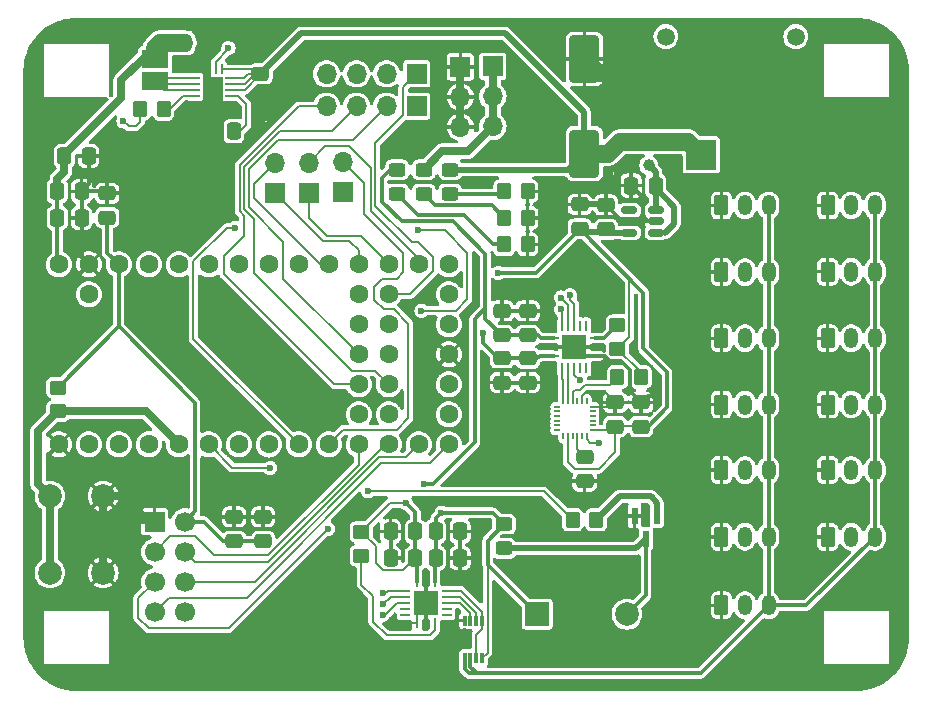
<source format=gbr>
%TF.GenerationSoftware,KiCad,Pcbnew,8.0.8*%
%TF.CreationDate,2025-01-20T15:00:34+07:00*%
%TF.ProjectId,Teensy4.0,5465656e-7379-4342-9e30-2e6b69636164,rev?*%
%TF.SameCoordinates,Original*%
%TF.FileFunction,Copper,L1,Top*%
%TF.FilePolarity,Positive*%
%FSLAX46Y46*%
G04 Gerber Fmt 4.6, Leading zero omitted, Abs format (unit mm)*
G04 Created by KiCad (PCBNEW 8.0.8) date 2025-01-20 15:00:34*
%MOMM*%
%LPD*%
G01*
G04 APERTURE LIST*
G04 Aperture macros list*
%AMRoundRect*
0 Rectangle with rounded corners*
0 $1 Rounding radius*
0 $2 $3 $4 $5 $6 $7 $8 $9 X,Y pos of 4 corners*
0 Add a 4 corners polygon primitive as box body*
4,1,4,$2,$3,$4,$5,$6,$7,$8,$9,$2,$3,0*
0 Add four circle primitives for the rounded corners*
1,1,$1+$1,$2,$3*
1,1,$1+$1,$4,$5*
1,1,$1+$1,$6,$7*
1,1,$1+$1,$8,$9*
0 Add four rect primitives between the rounded corners*
20,1,$1+$1,$2,$3,$4,$5,0*
20,1,$1+$1,$4,$5,$6,$7,0*
20,1,$1+$1,$6,$7,$8,$9,0*
20,1,$1+$1,$8,$9,$2,$3,0*%
G04 Aperture macros list end*
%TA.AperFunction,SMDPad,CuDef*%
%ADD10R,0.300000X0.850000*%
%TD*%
%TA.AperFunction,ComponentPad*%
%ADD11RoundRect,0.250000X-0.350000X-0.625000X0.350000X-0.625000X0.350000X0.625000X-0.350000X0.625000X0*%
%TD*%
%TA.AperFunction,ComponentPad*%
%ADD12O,1.200000X1.750000*%
%TD*%
%TA.AperFunction,ComponentPad*%
%ADD13R,2.000000X2.000000*%
%TD*%
%TA.AperFunction,ComponentPad*%
%ADD14C,2.000000*%
%TD*%
%TA.AperFunction,SMDPad,CuDef*%
%ADD15RoundRect,0.250000X0.475000X-0.337500X0.475000X0.337500X-0.475000X0.337500X-0.475000X-0.337500X0*%
%TD*%
%TA.AperFunction,ComponentPad*%
%ADD16R,1.700000X1.700000*%
%TD*%
%TA.AperFunction,ComponentPad*%
%ADD17O,1.700000X1.700000*%
%TD*%
%TA.AperFunction,SMDPad,CuDef*%
%ADD18RoundRect,0.250000X-0.475000X0.337500X-0.475000X-0.337500X0.475000X-0.337500X0.475000X0.337500X0*%
%TD*%
%TA.AperFunction,SMDPad,CuDef*%
%ADD19RoundRect,0.250000X0.350000X0.450000X-0.350000X0.450000X-0.350000X-0.450000X0.350000X-0.450000X0*%
%TD*%
%TA.AperFunction,SMDPad,CuDef*%
%ADD20RoundRect,0.250000X-0.350000X-0.450000X0.350000X-0.450000X0.350000X0.450000X-0.350000X0.450000X0*%
%TD*%
%TA.AperFunction,SMDPad,CuDef*%
%ADD21RoundRect,0.250000X-0.337500X-0.475000X0.337500X-0.475000X0.337500X0.475000X-0.337500X0.475000X0*%
%TD*%
%TA.AperFunction,SMDPad,CuDef*%
%ADD22RoundRect,0.250000X0.337500X0.475000X-0.337500X0.475000X-0.337500X-0.475000X0.337500X-0.475000X0*%
%TD*%
%TA.AperFunction,SMDPad,CuDef*%
%ADD23RoundRect,0.050000X-0.225000X-0.050000X0.225000X-0.050000X0.225000X0.050000X-0.225000X0.050000X0*%
%TD*%
%TA.AperFunction,SMDPad,CuDef*%
%ADD24RoundRect,0.050000X0.050000X-0.225000X0.050000X0.225000X-0.050000X0.225000X-0.050000X-0.225000X0*%
%TD*%
%TA.AperFunction,SMDPad,CuDef*%
%ADD25RoundRect,0.250000X0.450000X-0.325000X0.450000X0.325000X-0.450000X0.325000X-0.450000X-0.325000X0*%
%TD*%
%TA.AperFunction,SMDPad,CuDef*%
%ADD26RoundRect,0.250000X1.000000X-1.750000X1.000000X1.750000X-1.000000X1.750000X-1.000000X-1.750000X0*%
%TD*%
%TA.AperFunction,SMDPad,CuDef*%
%ADD27R,0.280000X0.850000*%
%TD*%
%TA.AperFunction,SMDPad,CuDef*%
%ADD28R,0.850000X0.280000*%
%TD*%
%TA.AperFunction,SMDPad,CuDef*%
%ADD29R,2.050000X2.050000*%
%TD*%
%TA.AperFunction,ComponentPad*%
%ADD30C,1.700000*%
%TD*%
%TA.AperFunction,SMDPad,CuDef*%
%ADD31RoundRect,0.250000X0.450000X-0.350000X0.450000X0.350000X-0.450000X0.350000X-0.450000X-0.350000X0*%
%TD*%
%TA.AperFunction,SMDPad,CuDef*%
%ADD32R,2.260600X1.498600*%
%TD*%
%TA.AperFunction,ComponentPad*%
%ADD33C,1.600000*%
%TD*%
%TA.AperFunction,SMDPad,CuDef*%
%ADD34RoundRect,0.250000X-0.450000X0.350000X-0.450000X-0.350000X0.450000X-0.350000X0.450000X0.350000X0*%
%TD*%
%TA.AperFunction,SMDPad,CuDef*%
%ADD35RoundRect,0.150000X0.512500X0.150000X-0.512500X0.150000X-0.512500X-0.150000X0.512500X-0.150000X0*%
%TD*%
%TA.AperFunction,ComponentPad*%
%ADD36C,2.550000*%
%TD*%
%TA.AperFunction,ComponentPad*%
%ADD37R,2.550000X2.550000*%
%TD*%
%TA.AperFunction,ComponentPad*%
%ADD38C,1.508000*%
%TD*%
%TA.AperFunction,SMDPad,CuDef*%
%ADD39RoundRect,0.250000X-0.450000X0.325000X-0.450000X-0.325000X0.450000X-0.325000X0.450000X0.325000X0*%
%TD*%
%TA.AperFunction,SMDPad,CuDef*%
%ADD40R,0.558800X1.422400*%
%TD*%
%TA.AperFunction,SMDPad,CuDef*%
%ADD41R,1.700000X1.700000*%
%TD*%
%TA.AperFunction,ViaPad*%
%ADD42C,1.000000*%
%TD*%
%TA.AperFunction,ViaPad*%
%ADD43C,0.600000*%
%TD*%
%TA.AperFunction,Conductor*%
%ADD44C,1.500000*%
%TD*%
%TA.AperFunction,Conductor*%
%ADD45C,0.300000*%
%TD*%
%TA.AperFunction,Conductor*%
%ADD46C,0.200000*%
%TD*%
%TA.AperFunction,Conductor*%
%ADD47C,0.700000*%
%TD*%
%TA.AperFunction,Conductor*%
%ADD48C,0.500000*%
%TD*%
G04 APERTURE END LIST*
D10*
%TO.P,IC2,1,~{OE}*%
%TO.N,/OE_PIN*%
X143350000Y-120550000D03*
%TO.P,IC2,2,A1*%
%TO.N,/to_nc7*%
X142850000Y-120550000D03*
%TO.P,IC2,3,Y2*%
%TO.N,/from_nc7*%
X142350000Y-120550000D03*
%TO.P,IC2,4,GND*%
%TO.N,GND*%
X141850000Y-120550000D03*
%TO.P,IC2,5,A2*%
%TO.N,Net-(IC2-A2)*%
X141850000Y-123700000D03*
%TO.P,IC2,6,Y1*%
X142350000Y-123700000D03*
%TO.P,IC2,7,OE*%
%TO.N,/OE_PIN*%
X142850000Y-123700000D03*
%TO.P,IC2,8,VCC*%
%TO.N,+5V*%
X143350000Y-123700000D03*
%TD*%
D11*
%TO.P,servo1,1,Pin_1*%
%TO.N,GND*%
X172600000Y-102250000D03*
D12*
%TO.P,servo1,2,Pin_2*%
%TO.N,VCC*%
X174600000Y-102250000D03*
%TO.P,servo1,3,Pin_3*%
%TO.N,Net-(IC2-A2)*%
X176600000Y-102250000D03*
%TD*%
D13*
%TO.P,BZ1,1,+*%
%TO.N,+5V*%
X148000000Y-120000000D03*
D14*
%TO.P,BZ1,2,-*%
%TO.N,Net-(BZ1--)*%
X155600000Y-120000000D03*
%TD*%
D15*
%TO.P,C24,1*%
%TO.N,+3V3*%
X145000000Y-96400000D03*
%TO.P,C24,2*%
%TO.N,GND*%
X145000000Y-94325000D03*
%TD*%
D16*
%TO.P,J1,1,Pin_1*%
%TO.N,Net-(J1-Pin_1)*%
X137790000Y-74250000D03*
D17*
%TO.P,J1,2,Pin_2*%
%TO.N,Net-(J1-Pin_2)*%
X135250000Y-74250000D03*
%TO.P,J1,3,Pin_3*%
%TO.N,Net-(J1-Pin_3)*%
X132710000Y-74250000D03*
%TO.P,J1,4,Pin_4*%
%TO.N,Net-(J1-Pin_4)*%
X130170000Y-74250000D03*
%TD*%
D18*
%TO.P,C23,1*%
%TO.N,GND*%
X147200000Y-94325000D03*
%TO.P,C23,2*%
%TO.N,+3V3*%
X147200000Y-96400000D03*
%TD*%
D19*
%TO.P,R11,1*%
%TO.N,GND*%
X147200000Y-86450000D03*
%TO.P,R11,2*%
%TO.N,Net-(D1-K)*%
X145200000Y-86450000D03*
%TD*%
D20*
%TO.P,R1,1*%
%TO.N,+5V*%
X114373718Y-77225002D03*
%TO.P,R1,2*%
%TO.N,Net-(U4-PG)*%
X116373718Y-77225002D03*
%TD*%
D19*
%TO.P,R2,1*%
%TO.N,+1V8*%
X156800000Y-99925000D03*
%TO.P,R2,2*%
%TO.N,Net-(U6-~{CS})*%
X154800000Y-99925000D03*
%TD*%
D21*
%TO.P,C17,1*%
%TO.N,+5V*%
X139400000Y-115250000D03*
%TO.P,C17,2*%
%TO.N,GND*%
X141475000Y-115250000D03*
%TD*%
D11*
%TO.P,servo13,1,Pin_1*%
%TO.N,GND*%
X172600000Y-96650000D03*
D12*
%TO.P,servo13,2,Pin_2*%
%TO.N,VCC*%
X174600000Y-96650000D03*
%TO.P,servo13,3,Pin_3*%
%TO.N,Net-(IC2-A2)*%
X176600000Y-96650000D03*
%TD*%
D22*
%TO.P,C2,1*%
%TO.N,GND*%
X109437500Y-84200000D03*
%TO.P,C2,2*%
%TO.N,+5V*%
X107362500Y-84200000D03*
%TD*%
D23*
%TO.P,U6,1,NC*%
%TO.N,unconnected-(U6-NC-Pad1)*%
X149700000Y-102425000D03*
%TO.P,U6,2,NC*%
%TO.N,unconnected-(U6-NC-Pad2)*%
X149700000Y-102825000D03*
%TO.P,U6,3,NC*%
%TO.N,unconnected-(U6-NC-Pad3)*%
X149700000Y-103225000D03*
%TO.P,U6,4,NC*%
%TO.N,unconnected-(U6-NC-Pad4)*%
X149700000Y-103625000D03*
%TO.P,U6,5,NC*%
%TO.N,unconnected-(U6-NC-Pad5)*%
X149700000Y-104025000D03*
%TO.P,U6,6,NC*%
%TO.N,unconnected-(U6-NC-Pad6)*%
X149700000Y-104425000D03*
D24*
%TO.P,U6,7,AUX_CL*%
%TO.N,unconnected-(U6-AUX_CL-Pad7)*%
X150200000Y-104925000D03*
%TO.P,U6,8,VDDIO*%
%TO.N,+1V8*%
X150600000Y-104925000D03*
%TO.P,U6,9,SDO/AD0*%
%TO.N,unconnected-(U6-SDO{slash}AD0-Pad9)*%
X151000000Y-104925000D03*
%TO.P,U6,10,REGOUT*%
%TO.N,Net-(U6-REGOUT)*%
X151400000Y-104925000D03*
%TO.P,U6,11,FSYNC*%
%TO.N,unconnected-(U6-FSYNC-Pad11)*%
X151800000Y-104925000D03*
%TO.P,U6,12,INT1*%
%TO.N,/INT_1V8*%
X152200000Y-104925000D03*
D23*
%TO.P,U6,13,VDD*%
%TO.N,+1V8*%
X152700000Y-104425000D03*
%TO.P,U6,14,NC*%
%TO.N,unconnected-(U6-NC-Pad14)*%
X152700000Y-104025000D03*
%TO.P,U6,15,NC*%
%TO.N,unconnected-(U6-NC-Pad15)*%
X152700000Y-103625000D03*
%TO.P,U6,16,NC*%
%TO.N,unconnected-(U6-NC-Pad16)*%
X152700000Y-103225000D03*
%TO.P,U6,17,NC*%
%TO.N,unconnected-(U6-NC-Pad17)*%
X152700000Y-102825000D03*
%TO.P,U6,18,GND*%
%TO.N,GND*%
X152700000Y-102425000D03*
D24*
%TO.P,U6,19,RESV*%
%TO.N,unconnected-(U6-RESV-Pad19)*%
X152200000Y-101925000D03*
%TO.P,U6,20,GND*%
%TO.N,GND*%
X151800000Y-101925000D03*
%TO.P,U6,21,AUX_DA*%
%TO.N,unconnected-(U6-AUX_DA-Pad21)*%
X151400000Y-101925000D03*
%TO.P,U6,22,~{CS}*%
%TO.N,Net-(U6-~{CS})*%
X151000000Y-101925000D03*
%TO.P,U6,23,SCL/SCLK*%
%TO.N,/SCL_1V8*%
X150600000Y-101925000D03*
%TO.P,U6,24,SDA/SDI*%
%TO.N,/SDA_1V8*%
X150200000Y-101925000D03*
%TD*%
D19*
%TO.P,R13,1*%
%TO.N,GND*%
X147200000Y-84200000D03*
%TO.P,R13,2*%
%TO.N,Net-(D4-K)*%
X145200000Y-84200000D03*
%TD*%
D21*
%TO.P,C21,1*%
%TO.N,GND*%
X135600000Y-115250000D03*
%TO.P,C21,2*%
%TO.N,+3V3*%
X137675000Y-115250000D03*
%TD*%
D25*
%TO.P,VCC,1,K*%
%TO.N,Net-(D4-K)*%
X140650000Y-84425000D03*
%TO.P,VCC,2,A*%
%TO.N,VCC*%
X140650000Y-82375000D03*
%TD*%
D15*
%TO.P,C18,1*%
%TO.N,+1V8*%
X154610000Y-104137500D03*
%TO.P,C18,2*%
%TO.N,GND*%
X154610000Y-102062500D03*
%TD*%
%TO.P,C14,1*%
%TO.N,+3V3*%
X111600000Y-86437500D03*
%TO.P,C14,2*%
%TO.N,GND*%
X111600000Y-84362500D03*
%TD*%
D26*
%TO.P,C13,1*%
%TO.N,VCC*%
X152000000Y-81000000D03*
%TO.P,C13,2*%
%TO.N,GND*%
X152000000Y-73000000D03*
%TD*%
D15*
%TO.P,C16,1*%
%TO.N,GND*%
X145025000Y-100387500D03*
%TO.P,C16,2*%
%TO.N,+1V8*%
X145025000Y-98312500D03*
%TD*%
D27*
%TO.P,U3,1,VCCA*%
%TO.N,+3V3*%
X137837498Y-117300000D03*
D28*
%TO.P,U3,2,A1*%
%TO.N,/servo_dir*%
X136818498Y-118030999D03*
%TO.P,U3,3,A2*%
%TO.N,/servo_tx*%
X136818498Y-118531001D03*
%TO.P,U3,4,A3*%
%TO.N,/servo_rx*%
X136818498Y-119031000D03*
%TO.P,U3,5,A4*%
%TO.N,unconnected-(U3-A4-Pad5)*%
X136818498Y-119530999D03*
%TO.P,U3,6,NC*%
%TO.N,unconnected-(U3-NC-Pad6)*%
X136818498Y-120031001D03*
D27*
%TO.P,U3,7,GND*%
%TO.N,GND*%
X137837498Y-120762000D03*
%TO.P,U3,8,OE*%
%TO.N,Net-(U3-OE)*%
X139337500Y-120762000D03*
D28*
%TO.P,U3,9,NC*%
%TO.N,unconnected-(U3-NC-Pad9)*%
X140356500Y-120031001D03*
%TO.P,U3,10,B4*%
%TO.N,unconnected-(U3-B4-Pad10)*%
X140356500Y-119530999D03*
%TO.P,U3,11,B3*%
%TO.N,/from_nc7*%
X140356500Y-119031000D03*
%TO.P,U3,12,B2*%
%TO.N,/to_nc7*%
X140356500Y-118531001D03*
%TO.P,U3,13,B1*%
%TO.N,/OE_PIN*%
X140356500Y-118030999D03*
D27*
%TO.P,U3,14,VCCB*%
%TO.N,+5V*%
X139337500Y-117300000D03*
D29*
%TO.P,U3,15,EPAD*%
%TO.N,GND*%
X138587499Y-119031000D03*
%TD*%
D19*
%TO.P,R3,1*%
%TO.N,GND*%
X147200000Y-88700000D03*
%TO.P,R3,2*%
%TO.N,Net-(D5-K)*%
X145200000Y-88700000D03*
%TD*%
D16*
%TO.P,U2,1,GND*%
%TO.N,GND*%
X115610500Y-112175000D03*
D30*
%TO.P,U2,2,VCC*%
%TO.N,+3V3*%
X118150500Y-112175000D03*
%TO.P,U2,3,CE*%
%TO.N,/NRF_CE*%
X115610500Y-114715000D03*
%TO.P,U2,4,~{CSN}*%
%TO.N,/NRF_CSN*%
X118150500Y-114715000D03*
%TO.P,U2,5,SCK*%
%TO.N,/NRF_SCK*%
X115610500Y-117255000D03*
%TO.P,U2,6,MOSI*%
%TO.N,/NRF_MOSI*%
X118150500Y-117255000D03*
%TO.P,U2,7,MISO*%
%TO.N,/NRF_MISO*%
X115610500Y-119795000D03*
%TO.P,U2,8,IRQ*%
%TO.N,unconnected-(U2-IRQ-Pad8)*%
X118150500Y-119795000D03*
%TD*%
D11*
%TO.P,servo11,1,Pin_1*%
%TO.N,GND*%
X172600000Y-85400000D03*
D12*
%TO.P,servo11,2,Pin_2*%
%TO.N,VCC*%
X174600000Y-85400000D03*
%TO.P,servo11,3,Pin_3*%
%TO.N,Net-(IC2-A2)*%
X176600000Y-85400000D03*
%TD*%
D31*
%TO.P,R9,1*%
%TO.N,Net-(U3-OE)*%
X133112500Y-115050000D03*
%TO.P,R9,2*%
%TO.N,+3V3*%
X133112500Y-113050000D03*
%TD*%
D15*
%TO.P,C3,1*%
%TO.N,+3V3*%
X122350000Y-113837500D03*
%TO.P,C3,2*%
%TO.N,GND*%
X122350000Y-111762500D03*
%TD*%
D11*
%TO.P,servo5,1,Pin_1*%
%TO.N,GND*%
X163600000Y-107800000D03*
D12*
%TO.P,servo5,2,Pin_2*%
%TO.N,VCC*%
X165600000Y-107800000D03*
%TO.P,servo5,3,Pin_3*%
%TO.N,Net-(IC2-A2)*%
X167600000Y-107800000D03*
%TD*%
D11*
%TO.P,servo4,1,Pin_1*%
%TO.N,GND*%
X163600000Y-119250000D03*
D12*
%TO.P,servo4,2,Pin_2*%
%TO.N,VCC*%
X165600000Y-119250000D03*
%TO.P,servo4,3,Pin_3*%
%TO.N,Net-(IC2-A2)*%
X167600000Y-119250000D03*
%TD*%
D16*
%TO.P,5V,1,Pin_1*%
%TO.N,+5V*%
X144250000Y-73630000D03*
D17*
%TO.P,5V,2,Pin_2*%
X144250000Y-76170000D03*
%TO.P,5V,3,Pin_3*%
X144250000Y-78710000D03*
%TD*%
D15*
%TO.P,C7,1*%
%TO.N,GND*%
X152010000Y-108737500D03*
%TO.P,C7,2*%
%TO.N,Net-(U6-REGOUT)*%
X152010000Y-106662500D03*
%TD*%
D11*
%TO.P,servo2,1,Pin_1*%
%TO.N,GND*%
X163600000Y-113450000D03*
D12*
%TO.P,servo2,2,Pin_2*%
%TO.N,VCC*%
X165600000Y-113450000D03*
%TO.P,servo2,3,Pin_3*%
%TO.N,Net-(IC2-A2)*%
X167600000Y-113450000D03*
%TD*%
D15*
%TO.P,C11,1*%
%TO.N,+1V8*%
X151600000Y-87387500D03*
%TO.P,C11,2*%
%TO.N,GND*%
X151600000Y-85312500D03*
%TD*%
D31*
%TO.P,R7,1*%
%TO.N,/button*%
X107400000Y-102810000D03*
%TO.P,R7,2*%
%TO.N,+3V3*%
X107400000Y-100810000D03*
%TD*%
D25*
%TO.P,3V3,1,K*%
%TO.N,Net-(D5-K)*%
X136150000Y-84425000D03*
%TO.P,3V3,2,A*%
%TO.N,+3V3*%
X136150000Y-82375000D03*
%TD*%
D18*
%TO.P,C6,1*%
%TO.N,GND*%
X124573718Y-72187502D03*
%TO.P,C6,2*%
%TO.N,VCC*%
X124573718Y-74262502D03*
%TD*%
D21*
%TO.P,C20,1*%
%TO.N,GND*%
X135600000Y-113000000D03*
%TO.P,C20,2*%
%TO.N,+3V3*%
X137675000Y-113000000D03*
%TD*%
D20*
%TO.P,R4,1*%
%TO.N,/buzzer*%
X151000000Y-112000000D03*
%TO.P,R4,2*%
%TO.N,Net-(U8-BASE)*%
X153000000Y-112000000D03*
%TD*%
D16*
%TO.P,S4,1,Pin_1*%
%TO.N,/serial_rx4*%
X125800000Y-84300000D03*
D17*
%TO.P,S4,2,Pin_2*%
%TO.N,/serial_tx4*%
X125800000Y-81760000D03*
%TD*%
D22*
%TO.P,C8,1*%
%TO.N,+5V*%
X158025000Y-83712500D03*
%TO.P,C8,2*%
%TO.N,GND*%
X155950000Y-83712500D03*
%TD*%
D28*
%TO.P,U7,1,VCCA*%
%TO.N,+1V8*%
X149400000Y-98125000D03*
D27*
%TO.P,U7,2,A1*%
%TO.N,/SDA_1V8*%
X150130999Y-99144000D03*
%TO.P,U7,3,A2*%
%TO.N,/SCL_1V8*%
X150631001Y-99144000D03*
%TO.P,U7,4,A3*%
%TO.N,/INT_1V8*%
X151131000Y-99144000D03*
%TO.P,U7,5,A4*%
%TO.N,unconnected-(U7-A4-Pad5)*%
X151630999Y-99144000D03*
%TO.P,U7,6,NC*%
%TO.N,unconnected-(U7-NC-Pad6)*%
X152131001Y-99144000D03*
D28*
%TO.P,U7,7,GND*%
%TO.N,GND*%
X152862000Y-98125000D03*
%TO.P,U7,8,OE*%
%TO.N,Net-(U7-OE)*%
X152862000Y-96624998D03*
D27*
%TO.P,U7,9,NC*%
%TO.N,unconnected-(U7-NC-Pad9)*%
X152131001Y-95605998D03*
%TO.P,U7,10,B4*%
%TO.N,unconnected-(U7-B4-Pad10)*%
X151630999Y-95605998D03*
%TO.P,U7,11,B3*%
%TO.N,/ICM_INT*%
X151131000Y-95605998D03*
%TO.P,U7,12,B2*%
%TO.N,/SCL*%
X150631001Y-95605998D03*
%TO.P,U7,13,B1*%
%TO.N,/SDA*%
X150130999Y-95605998D03*
D28*
%TO.P,U7,14,VCCB*%
%TO.N,+3V3*%
X149400000Y-96624998D03*
D29*
%TO.P,U7,15,EPAD*%
%TO.N,GND*%
X151131000Y-97374999D03*
%TD*%
D25*
%TO.P,5V,1,K*%
%TO.N,Net-(D1-K)*%
X138400000Y-84425000D03*
%TO.P,5V,2,A*%
%TO.N,+5V*%
X138400000Y-82375000D03*
%TD*%
D11*
%TO.P,servo10,1,Pin_1*%
%TO.N,GND*%
X163600000Y-102250000D03*
D12*
%TO.P,servo10,2,Pin_2*%
%TO.N,VCC*%
X165600000Y-102250000D03*
%TO.P,servo10,3,Pin_3*%
%TO.N,Net-(IC2-A2)*%
X167600000Y-102250000D03*
%TD*%
D15*
%TO.P,C15,1*%
%TO.N,+3V3*%
X124800000Y-113837500D03*
%TO.P,C15,2*%
%TO.N,GND*%
X124800000Y-111762500D03*
%TD*%
D32*
%TO.P,L1,1,1*%
%TO.N,+5V*%
X115673718Y-72972502D03*
%TO.P,L1,2,2*%
%TO.N,Net-(L1-Pad2)*%
X115673718Y-74877502D03*
%TD*%
D16*
%TO.P,S2,1,Pin_1*%
%TO.N,/serial_rx2*%
X131600000Y-84275000D03*
D17*
%TO.P,S2,2,Pin_2*%
%TO.N,/serial_tx2*%
X131600000Y-81735000D03*
%TD*%
D33*
%TO.P,U1,1,GND*%
%TO.N,GND*%
X107490000Y-105620000D03*
%TO.P,U1,2,0_RX1_CRX2_CS1*%
%TO.N,/servo_rx*%
X110030000Y-105620000D03*
%TO.P,U1,3,1_TX1_CTX2_MISO1*%
%TO.N,/servo_tx*%
X112570000Y-105620000D03*
%TO.P,U1,4,2_OUT2*%
%TO.N,/servo_dir*%
X115110000Y-105620000D03*
%TO.P,U1,5,3_LRCLK2*%
%TO.N,/button*%
X117650000Y-105620000D03*
%TO.P,U1,6,4_BCLK2*%
%TO.N,/buzzer*%
X120190000Y-105620000D03*
%TO.P,U1,7,5_IN2*%
%TO.N,unconnected-(U1-5_IN2-Pad7)*%
X122730000Y-105620000D03*
%TO.P,U1,8,6_OUT1D*%
%TO.N,unconnected-(U1-6_OUT1D-Pad8)*%
X125270000Y-105620000D03*
%TO.P,U1,9,7_RX2_OUT1A*%
%TO.N,/serial_rx2*%
X127810000Y-105620000D03*
%TO.P,U1,10,8_TX2_IN1*%
%TO.N,/serial_tx2*%
X130350000Y-105620000D03*
%TO.P,U1,11,9_OUT1C*%
%TO.N,/NRF_CE*%
X132890000Y-105620000D03*
%TO.P,U1,12,10_CS_MQSR*%
%TO.N,/NRF_CSN*%
X135430000Y-105620000D03*
%TO.P,U1,13,11_MOSI_CTX1*%
%TO.N,/NRF_MOSI*%
X137970000Y-105620000D03*
%TO.P,U1,14,12_MISO_MQSL*%
%TO.N,/NRF_MISO*%
X140510000Y-105620000D03*
%TO.P,U1,15,VBAT*%
%TO.N,unconnected-(U1-VBAT-Pad15)*%
X140510000Y-103080000D03*
%TO.P,U1,16,3V3*%
%TO.N,unconnected-(U1-3V3-Pad16)*%
X140510000Y-100540000D03*
%TO.P,U1,17,GND*%
%TO.N,GND*%
X140510000Y-98000000D03*
%TO.P,U1,18,PROGRAM*%
%TO.N,unconnected-(U1-PROGRAM-Pad18)*%
X140510000Y-95460000D03*
%TO.P,U1,19,ON_OFF*%
%TO.N,unconnected-(U1-ON_OFF-Pad19)*%
X140510000Y-92920000D03*
%TO.P,U1,20,13_SCK_CRX1_LED*%
%TO.N,/NRF_SCK*%
X140510000Y-90380000D03*
%TO.P,U1,21,14_A0_TX3_SPDIF_OUT*%
%TO.N,/serial_tx3*%
X137970000Y-90380000D03*
%TO.P,U1,22,15_A1_RX3_SPDIF_IN*%
%TO.N,/serial_rx3*%
X135430000Y-90380000D03*
%TO.P,U1,23,16_A2_RX4_SCL1*%
%TO.N,/serial_rx4*%
X132890000Y-90380000D03*
%TO.P,U1,24,17_A3_TX4_SDA1*%
%TO.N,/serial_tx4*%
X130350000Y-90380000D03*
%TO.P,U1,25,18_A4_SDA0*%
%TO.N,/SDA*%
X127810000Y-90380000D03*
%TO.P,U1,26,19_A5_SCL0*%
%TO.N,/SCL*%
X125270000Y-90380000D03*
%TO.P,U1,27,20_A6_TX5_LRCLK1*%
%TO.N,/ICM_INT*%
X122730000Y-90380000D03*
%TO.P,U1,28,21_A7_RX5_BCLK1*%
%TO.N,unconnected-(U1-21_A7_RX5_BCLK1-Pad28)*%
X120190000Y-90380000D03*
%TO.P,U1,29,22_A8_CTX1*%
%TO.N,unconnected-(U1-22_A8_CTX1-Pad29)*%
X117650000Y-90380000D03*
%TO.P,U1,30,23_A9_CRX1_MCLK1*%
%TO.N,unconnected-(U1-23_A9_CRX1_MCLK1-Pad30)*%
X115110000Y-90380000D03*
%TO.P,U1,31,3V3*%
%TO.N,+3V3*%
X112570000Y-90380000D03*
%TO.P,U1,32,GND*%
%TO.N,GND*%
X110030000Y-90380000D03*
%TO.P,U1,33,VIN*%
%TO.N,+5V*%
X107490000Y-90380000D03*
%TO.P,U1,34,VUSB*%
%TO.N,unconnected-(U1-VUSB-Pad34)*%
X110030000Y-92920000D03*
%TO.P,U1,35,24_A10_TX6_SCL2*%
%TO.N,Net-(J1-Pin_1)*%
X135430000Y-92920000D03*
%TO.P,U1,36,25_A11_RX6_SDA2*%
%TO.N,Net-(J1-Pin_2)*%
X132890000Y-92920000D03*
%TO.P,U1,37,26_A12_MOSI1*%
%TO.N,Net-(J1-Pin_3)*%
X135430000Y-95460000D03*
%TO.P,U1,38,27_A13_SCK1*%
%TO.N,Net-(J1-Pin_4)*%
X132890000Y-95460000D03*
%TO.P,U1,39,28_RX7*%
%TO.N,Net-(J2-Pin_1)*%
X135430000Y-98000000D03*
%TO.P,U1,40,29_TX7*%
%TO.N,Net-(J2-Pin_2)*%
X132890000Y-98000000D03*
%TO.P,U1,41,30_CRX3*%
%TO.N,Net-(J2-Pin_3)*%
X135430000Y-100540000D03*
%TO.P,U1,42,31_CTX3*%
%TO.N,Net-(J2-Pin_4)*%
X132890000Y-100540000D03*
%TO.P,U1,43,32_OUT1B*%
%TO.N,unconnected-(U1-32_OUT1B-Pad43)*%
X135430000Y-103080000D03*
%TO.P,U1,44,33_MCLK2*%
%TO.N,unconnected-(U1-33_MCLK2-Pad44)*%
X132890000Y-103080000D03*
%TD*%
D11*
%TO.P,servo3,1,Pin_1*%
%TO.N,GND*%
X163600000Y-96650000D03*
D12*
%TO.P,servo3,2,Pin_2*%
%TO.N,VCC*%
X165600000Y-96650000D03*
%TO.P,servo3,3,Pin_3*%
%TO.N,Net-(IC2-A2)*%
X167600000Y-96650000D03*
%TD*%
D34*
%TO.P,R14,1*%
%TO.N,Net-(U7-OE)*%
X154800000Y-95525000D03*
%TO.P,R14,2*%
%TO.N,+1V8*%
X154800000Y-97525000D03*
%TD*%
D11*
%TO.P,servo9,1,Pin_1*%
%TO.N,GND*%
X172600000Y-91000000D03*
D12*
%TO.P,servo9,2,Pin_2*%
%TO.N,VCC*%
X174600000Y-91000000D03*
%TO.P,servo9,3,Pin_3*%
%TO.N,Net-(IC2-A2)*%
X176600000Y-91000000D03*
%TD*%
D15*
%TO.P,C19,1*%
%TO.N,+1V8*%
X156810000Y-104137500D03*
%TO.P,C19,2*%
%TO.N,GND*%
X156810000Y-102062500D03*
%TD*%
D14*
%TO.P,button1,1,1*%
%TO.N,/button*%
X106750000Y-116500000D03*
X106750000Y-110000000D03*
%TO.P,button1,2,2*%
%TO.N,GND*%
X111250000Y-116500000D03*
X111250000Y-110000000D03*
%TD*%
D16*
%TO.P,J2,1,Pin_1*%
%TO.N,Net-(J2-Pin_1)*%
X137790000Y-77000000D03*
D17*
%TO.P,J2,2,Pin_2*%
%TO.N,Net-(J2-Pin_2)*%
X135250000Y-77000000D03*
%TO.P,J2,3,Pin_3*%
%TO.N,Net-(J2-Pin_3)*%
X132710000Y-77000000D03*
%TO.P,J2,4,Pin_4*%
%TO.N,Net-(J2-Pin_4)*%
X130170000Y-77000000D03*
%TD*%
D16*
%TO.P,S3,1,Pin_1*%
%TO.N,/serial_rx3*%
X128700000Y-84300000D03*
D17*
%TO.P,S3,2,Pin_2*%
%TO.N,/serial_tx3*%
X128700000Y-81760000D03*
%TD*%
D35*
%TO.P,U5,1,VIN*%
%TO.N,+5V*%
X158075000Y-87700000D03*
%TO.P,U5,2,GND*%
%TO.N,GND*%
X158075000Y-86750000D03*
%TO.P,U5,3,EN*%
%TO.N,+5V*%
X158075000Y-85800000D03*
%TO.P,U5,4,NC*%
%TO.N,unconnected-(U5-NC-Pad4)*%
X155800000Y-85800000D03*
%TO.P,U5,5,VOUT*%
%TO.N,+1V8*%
X155800000Y-87700000D03*
%TD*%
D21*
%TO.P,C5,1*%
%TO.N,GND*%
X120236218Y-79125002D03*
%TO.P,C5,2*%
%TO.N,Net-(U4-SS{slash}TR)*%
X122311218Y-79125002D03*
%TD*%
D36*
%TO.P,Main Power,N,N*%
%TO.N,GND*%
X166900000Y-81105750D03*
D37*
%TO.P,Main Power,P,P*%
%TO.N,VCC*%
X161900000Y-81105750D03*
D38*
%TO.P,Main Power,S1*%
%TO.N,N/C*%
X169900000Y-71105750D03*
%TO.P,Main Power,S2*%
X158900000Y-71105750D03*
%TD*%
D39*
%TO.P,D3,1,K*%
%TO.N,+5V*%
X145200000Y-112375000D03*
%TO.P,D3,2,A*%
%TO.N,Net-(BZ1--)*%
X145200000Y-114425000D03*
%TD*%
D15*
%TO.P,C12,1*%
%TO.N,+1V8*%
X153822500Y-87425000D03*
%TO.P,C12,2*%
%TO.N,GND*%
X153822500Y-85350000D03*
%TD*%
D11*
%TO.P,servo12,1,Pin_1*%
%TO.N,GND*%
X163600000Y-91050000D03*
D12*
%TO.P,servo12,2,Pin_2*%
%TO.N,VCC*%
X165600000Y-91050000D03*
%TO.P,servo12,3,Pin_3*%
%TO.N,Net-(IC2-A2)*%
X167600000Y-91050000D03*
%TD*%
D40*
%TO.P,U8,1,BASE*%
%TO.N,Net-(U8-BASE)*%
X158152500Y-111669600D03*
%TO.P,U8,2,EMITTER*%
%TO.N,GND*%
X156247500Y-111669600D03*
%TO.P,U8,3,COLLECTOR*%
%TO.N,Net-(BZ1--)*%
X157200000Y-113600000D03*
%TD*%
D21*
%TO.P,C4,1*%
%TO.N,+5V*%
X118136218Y-71625002D03*
%TO.P,C4,2*%
%TO.N,GND*%
X120211218Y-71625002D03*
%TD*%
D28*
%TO.P,U4,1,SW*%
%TO.N,Net-(L1-Pad2)*%
X119048780Y-74600000D03*
%TO.P,U4,2,SW*%
X119048780Y-75100001D03*
%TO.P,U4,3,SW*%
X119048780Y-75600001D03*
%TO.P,U4,4,PG*%
%TO.N,Net-(U4-PG)*%
X119048780Y-76100002D03*
D27*
%TO.P,U4,5,FB*%
%TO.N,GND*%
X119773592Y-76825002D03*
%TO.P,U4,6,AGND*%
X120273718Y-76825002D03*
%TO.P,U4,7,FSW*%
X120773844Y-76825002D03*
%TO.P,U4,8,DEF*%
X121273970Y-76825002D03*
D28*
%TO.P,U4,9,SS/TR*%
%TO.N,Net-(U4-SS{slash}TR)*%
X121998782Y-76100002D03*
%TO.P,U4,10,AVIN*%
%TO.N,VCC*%
X121998782Y-75600001D03*
%TO.P,U4,11,PVIN*%
X121998782Y-75100001D03*
%TO.P,U4,12,PVIN*%
X121998782Y-74600000D03*
D27*
%TO.P,U4,13,EN*%
X121273970Y-73875000D03*
%TO.P,U4,14,VOS*%
%TO.N,+5V*%
X120773844Y-73875000D03*
%TO.P,U4,15,PGND*%
%TO.N,GND*%
X120273718Y-73875000D03*
%TO.P,U4,16,PGND*%
X119773592Y-73875000D03*
D41*
%TO.P,U4,17,EPAD*%
X120523781Y-75350001D03*
%TD*%
D11*
%TO.P,servo8,1,Pin_1*%
%TO.N,GND*%
X172600000Y-113450000D03*
D12*
%TO.P,servo8,2,Pin_2*%
%TO.N,VCC*%
X174600000Y-113450000D03*
%TO.P,servo8,3,Pin_3*%
%TO.N,Net-(IC2-A2)*%
X176600000Y-113450000D03*
%TD*%
D21*
%TO.P,C10,1*%
%TO.N,+5V*%
X139400000Y-113000000D03*
%TO.P,C10,2*%
%TO.N,GND*%
X141475000Y-113000000D03*
%TD*%
D18*
%TO.P,C22,1*%
%TO.N,+1V8*%
X147200000Y-98325000D03*
%TO.P,C22,2*%
%TO.N,GND*%
X147200000Y-100400000D03*
%TD*%
D22*
%TO.P,C1,1*%
%TO.N,GND*%
X109437500Y-86450000D03*
%TO.P,C1,2*%
%TO.N,+5V*%
X107362500Y-86450000D03*
%TD*%
D21*
%TO.P,C9,1*%
%TO.N,+5V*%
X107962500Y-81200000D03*
%TO.P,C9,2*%
%TO.N,GND*%
X110037500Y-81200000D03*
%TD*%
D11*
%TO.P,servo6,1,Pin_1*%
%TO.N,GND*%
X163600000Y-85400000D03*
D12*
%TO.P,servo6,2,Pin_2*%
%TO.N,VCC*%
X165600000Y-85400000D03*
%TO.P,servo6,3,Pin_3*%
%TO.N,Net-(IC2-A2)*%
X167600000Y-85400000D03*
%TD*%
D11*
%TO.P,servo7,1,Pin_1*%
%TO.N,GND*%
X172600000Y-107800000D03*
D12*
%TO.P,servo7,2,Pin_2*%
%TO.N,VCC*%
X174600000Y-107800000D03*
%TO.P,servo7,3,Pin_3*%
%TO.N,Net-(IC2-A2)*%
X176600000Y-107800000D03*
%TD*%
D16*
%TO.P,GND,1,Pin_1*%
%TO.N,GND*%
X141500000Y-73670000D03*
D17*
%TO.P,GND,2,Pin_2*%
X141500000Y-76210000D03*
%TO.P,GND,3,Pin_3*%
X141500000Y-78750000D03*
%TD*%
D42*
%TO.N,+5V*%
X157461715Y-82005718D03*
D43*
X139900000Y-111400000D03*
X121864000Y-72080000D03*
D42*
X116900000Y-71625002D03*
D43*
X112973718Y-78273718D03*
D42*
%TO.N,GND*%
X171750000Y-70500000D03*
D43*
X148800000Y-94200000D03*
X138430000Y-97028000D03*
X142500000Y-83500000D03*
D42*
X120586890Y-75413110D03*
X112268000Y-82042000D03*
X138587499Y-119031000D03*
X149000000Y-88500000D03*
D43*
X107950000Y-107442000D03*
X154900000Y-112100000D03*
D42*
X151178000Y-97422000D03*
X121800000Y-103100000D03*
X128400000Y-108200000D03*
X112500000Y-71000000D03*
X108966000Y-115570000D03*
X158800000Y-91400000D03*
X136500000Y-124000000D03*
X128300000Y-120700000D03*
X167300000Y-125100000D03*
D43*
X122936000Y-72644000D03*
D42*
X106500000Y-78000000D03*
X115570000Y-86868000D03*
X175100000Y-80800000D03*
X121700000Y-110000000D03*
D43*
X134400000Y-113000000D03*
D42*
X149000000Y-84000000D03*
D43*
X135600500Y-120762000D03*
D42*
X115500000Y-93900000D03*
X146100000Y-106700000D03*
D43*
X108966000Y-104140000D03*
D42*
X147500000Y-77500000D03*
X128900000Y-102300000D03*
X111250000Y-125500000D03*
X159900000Y-105300000D03*
X178250000Y-77750000D03*
D43*
X158000000Y-101500000D03*
X120373718Y-80725002D03*
X138600000Y-117200000D03*
X138430000Y-99949000D03*
X142800000Y-115200000D03*
X122073718Y-80725002D03*
D42*
X151900000Y-119000000D03*
X105250000Y-119000000D03*
X150500000Y-91000000D03*
X155900000Y-70800000D03*
X147500000Y-111500000D03*
X107700000Y-95100000D03*
X126492000Y-75692000D03*
X178500000Y-118000000D03*
X164400000Y-72900000D03*
X159000000Y-123000000D03*
D43*
X110490000Y-88392000D03*
D42*
X116500000Y-124300000D03*
X118200000Y-78700000D03*
X159000000Y-116200000D03*
D43*
%TO.N,+3V3*%
X138400000Y-109000000D03*
X136906000Y-110600000D03*
%TO.N,+1V8*%
X143400000Y-96200000D03*
X144700000Y-91100000D03*
%TO.N,Net-(J2-Pin_1)*%
X137900000Y-87500000D03*
X138200000Y-94300000D03*
%TO.N,/SDA*%
X150000000Y-94200000D03*
%TO.N,/SCL*%
X150000000Y-93200000D03*
%TO.N,/buzzer*%
X133700000Y-109600000D03*
X125400000Y-107600000D03*
%TO.N,/serial_rx2*%
X122400000Y-87300000D03*
%TO.N,/servo_tx*%
X134981250Y-119181250D03*
%TO.N,/NRF_SCK*%
X130302000Y-112776000D03*
%TO.N,/servo_dir*%
X134912500Y-118250000D03*
%TO.N,/servo_rx*%
X134912500Y-120050000D03*
%TO.N,/ICM_INT*%
X150800000Y-93000000D03*
%TO.N,/INT_1V8*%
X153200000Y-105500000D03*
X151600000Y-100200000D03*
%TD*%
D44*
%TO.N,+5V*%
X116900000Y-71625002D02*
X116073718Y-71625002D01*
D45*
X107362500Y-84200000D02*
X107362500Y-86450000D01*
X143800000Y-113775000D02*
X145200000Y-112375000D01*
D46*
X143800000Y-123250000D02*
X143800000Y-115200000D01*
D45*
X139337500Y-117300000D02*
X139337500Y-115312500D01*
X139400000Y-111900000D02*
X139900000Y-111400000D01*
D47*
X144250000Y-73630000D02*
X144250000Y-77979899D01*
X107362500Y-83137500D02*
X107362500Y-84200000D01*
D45*
X148000000Y-120000000D02*
X143800000Y-115800000D01*
X139400000Y-113000000D02*
X139400000Y-111900000D01*
D47*
X107962500Y-81200000D02*
X107962500Y-81137500D01*
X112776000Y-76324000D02*
X112776000Y-74795620D01*
X144250000Y-78710000D02*
X142160000Y-80800000D01*
D46*
X143350000Y-123700000D02*
X143800000Y-123250000D01*
D47*
X112776000Y-74795620D02*
X114599118Y-72972502D01*
D44*
X116073718Y-71625002D02*
X115673718Y-72025002D01*
D47*
X107962500Y-81200000D02*
X107962500Y-82537500D01*
D48*
X159587500Y-85512500D02*
X159587500Y-86932592D01*
D46*
X112973718Y-78273718D02*
X113400000Y-78700000D01*
D47*
X142160000Y-80800000D02*
X139975000Y-80800000D01*
D45*
X145200000Y-112375000D02*
X144225000Y-111400000D01*
X139337500Y-115312500D02*
X139400000Y-115250000D01*
D48*
X158025000Y-83950000D02*
X159587500Y-85512500D01*
D45*
X143800000Y-115200000D02*
X143800000Y-113775000D01*
D48*
X158025000Y-82569003D02*
X158025000Y-83712500D01*
D44*
X115673718Y-72025002D02*
X115673718Y-72972502D01*
D45*
X107362500Y-90252500D02*
X107490000Y-90380000D01*
D47*
X114599118Y-72972502D02*
X115673718Y-72972502D01*
D46*
X114000000Y-78700000D02*
X114373718Y-78326282D01*
X113400000Y-78700000D02*
X114000000Y-78700000D01*
D48*
X158025000Y-83712500D02*
X158025000Y-85750000D01*
D46*
X121864000Y-72119970D02*
X120773844Y-73210126D01*
X121864000Y-72080000D02*
X121864000Y-72119970D01*
D48*
X159587500Y-86932592D02*
X158820092Y-87700000D01*
D46*
X114373718Y-78326282D02*
X114373718Y-77225002D01*
D47*
X144250000Y-73630000D02*
X144250000Y-78710000D01*
D45*
X107362500Y-86450000D02*
X107362500Y-90252500D01*
X144225000Y-111400000D02*
X139900000Y-111400000D01*
D47*
X107962500Y-81137500D02*
X112776000Y-76324000D01*
X107962500Y-82537500D02*
X107362500Y-83137500D01*
D48*
X157461715Y-82005718D02*
X158025000Y-82569003D01*
D44*
X116900000Y-71625002D02*
X118136218Y-71625002D01*
D45*
X139400000Y-115250000D02*
X139400000Y-113000000D01*
D47*
X139975000Y-80800000D02*
X138400000Y-82375000D01*
D45*
X143800000Y-115800000D02*
X143800000Y-115200000D01*
D46*
X120773844Y-73210126D02*
X120773844Y-73875000D01*
D45*
%TO.N,Net-(D5-K)*%
X144300000Y-88700000D02*
X145200000Y-88700000D01*
X136150000Y-84425000D02*
X137925000Y-86200000D01*
X137925000Y-86200000D02*
X141800000Y-86200000D01*
X141800000Y-86200000D02*
X144300000Y-88700000D01*
D47*
%TO.N,/button*%
X107400000Y-102810000D02*
X114840000Y-102810000D01*
X107400000Y-102810000D02*
X105750000Y-104460000D01*
X105750000Y-109000000D02*
X106750000Y-110000000D01*
X105750000Y-104460000D02*
X105750000Y-109000000D01*
X114840000Y-102810000D02*
X117650000Y-105620000D01*
X106750000Y-110000000D02*
X106750000Y-116500000D01*
D48*
%TO.N,Net-(BZ1--)*%
X156375000Y-114425000D02*
X157200000Y-113600000D01*
D45*
X155600000Y-120000000D02*
X157200000Y-118400000D01*
X157200000Y-118400000D02*
X157200000Y-113600000D01*
D48*
X145200000Y-114425000D02*
X156375000Y-114425000D01*
D45*
%TO.N,GND*%
X157372500Y-101500000D02*
X156810000Y-102062500D01*
D46*
X119773592Y-74599812D02*
X120523781Y-75350001D01*
D44*
X166900000Y-81105750D02*
X159962250Y-74168000D01*
D46*
X137837498Y-119781001D02*
X138587499Y-119031000D01*
D45*
X155850000Y-99319544D02*
X155850000Y-101102500D01*
D46*
X137837498Y-120762000D02*
X137837498Y-119781001D01*
X120273718Y-76825002D02*
X120273718Y-75600064D01*
X120773844Y-75600064D02*
X120586890Y-75413110D01*
D45*
X110037500Y-81200000D02*
X110037500Y-83600000D01*
D46*
X120773844Y-77725128D02*
X121073718Y-78025002D01*
X121073718Y-78025002D02*
X121073718Y-80025002D01*
D45*
X151881001Y-98125000D02*
X151178001Y-97422000D01*
X111437500Y-84200000D02*
X111600000Y-84362500D01*
X110037500Y-83600000D02*
X109437500Y-84200000D01*
D46*
X121412000Y-80063284D02*
X122073718Y-80725002D01*
D47*
X111250000Y-110000000D02*
X112935500Y-110000000D01*
D45*
X158000000Y-101500000D02*
X157372500Y-101500000D01*
D48*
X151600000Y-85312500D02*
X153785000Y-85312500D01*
D46*
X152700000Y-102425000D02*
X154247500Y-102425000D01*
X120586890Y-75413110D02*
X120523781Y-75350001D01*
D44*
X152500000Y-72500000D02*
X152000000Y-73000000D01*
D46*
X151800000Y-101553640D02*
X152253640Y-101100000D01*
X154247500Y-102425000D02*
X154610000Y-102062500D01*
D44*
X153168000Y-74168000D02*
X152000000Y-73000000D01*
D45*
X155222500Y-86750000D02*
X153822500Y-85350000D01*
X109437500Y-84200000D02*
X109437500Y-86450000D01*
D46*
X121412000Y-77863284D02*
X121412000Y-80063284D01*
X120273718Y-75099938D02*
X120523781Y-75350001D01*
D45*
X147200000Y-94325000D02*
X145200000Y-94325000D01*
X152862000Y-98125000D02*
X153725000Y-98125000D01*
X157412501Y-86750000D02*
X156937500Y-86274999D01*
D46*
X119773592Y-73875000D02*
X119773592Y-74599812D01*
D45*
X151178000Y-97422000D02*
X151178000Y-97421999D01*
X153725000Y-98125000D02*
X154200000Y-98600000D01*
X147200000Y-100400000D02*
X145200000Y-100400000D01*
D46*
X121273970Y-76825002D02*
X121273970Y-76100190D01*
X119773592Y-78662376D02*
X120236218Y-79125002D01*
D45*
X155850000Y-101102500D02*
X156810000Y-102062500D01*
D46*
X121273970Y-76100190D02*
X120523781Y-75350001D01*
X120773844Y-76825002D02*
X120773844Y-75600064D01*
D45*
X151178000Y-97421999D02*
X151131000Y-97374999D01*
X141475000Y-115250000D02*
X141475000Y-113000000D01*
X122350000Y-111762500D02*
X124800000Y-111762500D01*
D47*
X111250000Y-110000000D02*
X111250000Y-116500000D01*
D45*
X154200000Y-98600000D02*
X155130456Y-98600000D01*
X155130456Y-98600000D02*
X155850000Y-99319544D01*
D46*
X120273718Y-76825002D02*
X120273718Y-79087502D01*
X154610000Y-102062500D02*
X156810000Y-102062500D01*
X119773592Y-76825002D02*
X119773592Y-78662376D01*
D47*
X141500000Y-73670000D02*
X141500000Y-78750000D01*
D45*
X158075000Y-86750000D02*
X155222500Y-86750000D01*
D46*
X121273718Y-77725002D02*
X121412000Y-77863284D01*
X151800000Y-101925000D02*
X151800000Y-101553640D01*
X121273718Y-76825254D02*
X121273718Y-77725002D01*
D45*
X151178001Y-97422000D02*
X151178000Y-97422000D01*
X152862000Y-98125000D02*
X151881001Y-98125000D01*
D46*
X152253640Y-101100000D02*
X153647500Y-101100000D01*
D45*
X109437500Y-84200000D02*
X111437500Y-84200000D01*
D46*
X120273718Y-75600064D02*
X120523781Y-75350001D01*
D45*
X109437500Y-89787500D02*
X110030000Y-90380000D01*
D46*
X121073718Y-80025002D02*
X120373718Y-80725002D01*
D48*
X152000000Y-73000000D02*
X152000000Y-74600000D01*
D46*
X137837498Y-120762000D02*
X135600500Y-120762000D01*
D47*
X112935500Y-110000000D02*
X115110500Y-112175000D01*
D45*
X156937500Y-84700000D02*
X155950000Y-83712500D01*
D46*
X121273970Y-76825002D02*
X121273718Y-76825254D01*
X120273718Y-79087502D02*
X120236218Y-79125002D01*
X120273718Y-73875000D02*
X120273718Y-75099938D01*
X120773844Y-76825002D02*
X120773844Y-77725128D01*
D44*
X152660000Y-73660000D02*
X152000000Y-73000000D01*
D45*
X156937500Y-86274999D02*
X156937500Y-84700000D01*
D44*
X159962250Y-74168000D02*
X153168000Y-74168000D01*
D45*
X135600000Y-115250000D02*
X135600000Y-113000000D01*
D46*
X119773592Y-76100190D02*
X120523781Y-75350001D01*
X119773592Y-76825002D02*
X119773592Y-76100190D01*
X153647500Y-101100000D02*
X154610000Y-102062500D01*
D45*
X109437500Y-86450000D02*
X109437500Y-89787500D01*
%TO.N,+3V3*%
X145200000Y-96400000D02*
X147200000Y-96400000D01*
D46*
X134312500Y-114250000D02*
X134312500Y-115650000D01*
D45*
X142700000Y-95000000D02*
X143600000Y-94100000D01*
X122350000Y-113837500D02*
X121437500Y-113837500D01*
X136906000Y-110600000D02*
X137675000Y-111369000D01*
X139158000Y-109000000D02*
X142700000Y-105458000D01*
X143600000Y-89498000D02*
X140843000Y-86741000D01*
X143600000Y-94100000D02*
X143600000Y-89498000D01*
D46*
X136906000Y-110600000D02*
X135562500Y-110600000D01*
D45*
X148075000Y-96400000D02*
X148299998Y-96624998D01*
X112570000Y-90380000D02*
X112570000Y-95640000D01*
X137837498Y-117300000D02*
X137837498Y-115412498D01*
X136523031Y-86741000D02*
X134874000Y-85091969D01*
X111600000Y-86437500D02*
X111600000Y-89410000D01*
D46*
X133112500Y-113050000D02*
X134312500Y-114250000D01*
X135562500Y-110600000D02*
X133112500Y-113050000D01*
D45*
X111600000Y-89410000D02*
X112570000Y-90380000D01*
X143600000Y-95000000D02*
X145000000Y-96400000D01*
X143600000Y-94100000D02*
X143600000Y-95000000D01*
X119040000Y-102110000D02*
X119040000Y-111285500D01*
X138400000Y-109000000D02*
X139158000Y-109000000D01*
X119040000Y-111285500D02*
X118150500Y-112175000D01*
X140843000Y-86741000D02*
X136523031Y-86741000D01*
X112570000Y-95640000D02*
X119040000Y-102110000D01*
X124800000Y-113837500D02*
X122350000Y-113837500D01*
X119775000Y-112175000D02*
X118150500Y-112175000D01*
X134874000Y-83058000D02*
X135557000Y-82375000D01*
X135557000Y-82375000D02*
X136150000Y-82375000D01*
X112570000Y-95640000D02*
X107400000Y-100810000D01*
X137837498Y-115412498D02*
X137675000Y-115250000D01*
D46*
X134312500Y-115650000D02*
X134937500Y-116275000D01*
D45*
X134874000Y-85091969D02*
X134874000Y-83058000D01*
X121437500Y-113837500D02*
X119775000Y-112175000D01*
X137675000Y-111369000D02*
X137675000Y-113000000D01*
X142700000Y-105458000D02*
X142700000Y-95000000D01*
D46*
X136650000Y-116275000D02*
X137675000Y-115250000D01*
X134937500Y-116275000D02*
X136650000Y-116275000D01*
D45*
X148299998Y-96624998D02*
X149400000Y-96624998D01*
X147200000Y-96400000D02*
X148075000Y-96400000D01*
X137675000Y-115250000D02*
X137675000Y-113000000D01*
D46*
%TO.N,Net-(U4-SS{slash}TR)*%
X122873718Y-79125002D02*
X122311218Y-79125002D01*
X123373718Y-78625002D02*
X122873718Y-79125002D01*
X123373718Y-76825002D02*
X123373718Y-78625002D01*
X121998782Y-76100002D02*
X122648718Y-76100002D01*
X122648718Y-76100002D02*
X123373718Y-76825002D01*
%TO.N,VCC*%
X124573718Y-74262502D02*
X123236219Y-75600001D01*
X123236219Y-75600001D02*
X121998782Y-75600001D01*
D48*
X150625000Y-82375000D02*
X152000000Y-81000000D01*
X152000000Y-77500000D02*
X152000000Y-81000000D01*
D46*
X124186216Y-73875000D02*
X124573718Y-74262502D01*
D44*
X161900000Y-81105750D02*
X160794250Y-80000000D01*
X154000000Y-81000000D02*
X152000000Y-81000000D01*
D48*
X124573718Y-74262502D02*
X128036220Y-70800000D01*
D46*
X123261219Y-75100001D02*
X121998782Y-75100001D01*
D44*
X155000000Y-80000000D02*
X154000000Y-81000000D01*
D46*
X124573718Y-74262502D02*
X123486218Y-74262502D01*
D44*
X160794250Y-80000000D02*
X155000000Y-80000000D01*
D46*
X121273970Y-73875000D02*
X124186216Y-73875000D01*
X123148720Y-74600000D02*
X121998782Y-74600000D01*
X123486218Y-74262502D02*
X123148720Y-74600000D01*
X124098718Y-74262502D02*
X123261219Y-75100001D01*
D48*
X140650000Y-82375000D02*
X150625000Y-82375000D01*
X145300000Y-70800000D02*
X152000000Y-77500000D01*
X128036220Y-70800000D02*
X145300000Y-70800000D01*
D46*
X124573718Y-74262502D02*
X124098718Y-74262502D01*
%TO.N,Net-(U6-REGOUT)*%
X152010000Y-106662500D02*
X151400000Y-106052500D01*
X151400000Y-106052500D02*
X151400000Y-104925000D01*
%TO.N,+1V8*%
X154610000Y-104137500D02*
X154322500Y-104425000D01*
D48*
X155800000Y-87700000D02*
X154097500Y-87700000D01*
D46*
X155800000Y-91587500D02*
X151600000Y-87387500D01*
D45*
X147887500Y-91100000D02*
X144700000Y-91100000D01*
X147200000Y-98325000D02*
X148000000Y-98325000D01*
X145025000Y-98312500D02*
X144712500Y-98312500D01*
X157362500Y-104137500D02*
X159000000Y-102500000D01*
X157000000Y-92787500D02*
X151600000Y-87387500D01*
D46*
X150600000Y-106300000D02*
X150600000Y-107090000D01*
X151210000Y-107700000D02*
X153210000Y-107700000D01*
X156800000Y-99525000D02*
X154800000Y-97525000D01*
D45*
X145200000Y-98325000D02*
X147200000Y-98325000D01*
D46*
X154322500Y-104425000D02*
X152700000Y-104425000D01*
D45*
X143400000Y-96200000D02*
X143400000Y-96100000D01*
X148200000Y-98125000D02*
X149400000Y-98125000D01*
D48*
X153822500Y-87625000D02*
X151637500Y-87625000D01*
D46*
X150600000Y-104925000D02*
X150600000Y-106300000D01*
D45*
X151600000Y-87387500D02*
X147887500Y-91100000D01*
D46*
X155800000Y-96525000D02*
X155800000Y-91587500D01*
X154672500Y-104075000D02*
X154610000Y-104137500D01*
X154610000Y-106300000D02*
X154610000Y-104137500D01*
X150600000Y-107090000D02*
X151210000Y-107700000D01*
D45*
X159000000Y-102500000D02*
X159000000Y-99500000D01*
X148000000Y-98325000D02*
X148200000Y-98125000D01*
D46*
X156620000Y-104075000D02*
X154672500Y-104075000D01*
X153210000Y-107700000D02*
X154610000Y-106300000D01*
D45*
X144712500Y-98312500D02*
X143400000Y-97000000D01*
D46*
X156800000Y-99925000D02*
X156800000Y-99525000D01*
X154800000Y-97525000D02*
X155800000Y-96525000D01*
D45*
X159000000Y-99500000D02*
X157000000Y-97500000D01*
X143400000Y-97000000D02*
X143400000Y-96200000D01*
X157000000Y-97500000D02*
X157000000Y-92787500D01*
X156810000Y-104137500D02*
X157362500Y-104137500D01*
%TO.N,Net-(D1-K)*%
X144150000Y-85400000D02*
X139375000Y-85400000D01*
X145200000Y-86450000D02*
X144150000Y-85400000D01*
X139375000Y-85400000D02*
X138400000Y-84425000D01*
%TO.N,Net-(D4-K)*%
X145200000Y-84200000D02*
X144975000Y-84425000D01*
X144975000Y-84425000D02*
X140650000Y-84425000D01*
D46*
%TO.N,/OE_PIN*%
X143350000Y-119809314D02*
X143350000Y-120550000D01*
X140356500Y-118030999D02*
X141571685Y-118030999D01*
X143350000Y-121225000D02*
X142850000Y-121725000D01*
X141571685Y-118030999D02*
X143350000Y-119809314D01*
X142850000Y-121725000D02*
X142850000Y-123700000D01*
X143350000Y-120550000D02*
X143350000Y-121225000D01*
D45*
%TO.N,Net-(IC2-A2)*%
X142350000Y-124475000D02*
X142350000Y-123700000D01*
X167600000Y-85400000D02*
X167600000Y-119250000D01*
X167600000Y-119250000D02*
X170800000Y-119250000D01*
X142200000Y-125000000D02*
X161850000Y-125000000D01*
X141850000Y-123700000D02*
X141850000Y-124650000D01*
X176600000Y-113450000D02*
X176600000Y-85400000D01*
X170800000Y-119250000D02*
X176600000Y-113450000D01*
X141850000Y-124650000D02*
X142200000Y-125000000D01*
X161850000Y-125000000D02*
X167600000Y-119250000D01*
X142875000Y-125000000D02*
X142350000Y-124475000D01*
D46*
%TO.N,/from_nc7*%
X142350000Y-119940686D02*
X142350000Y-120550000D01*
X140356500Y-119031000D02*
X141440314Y-119031000D01*
X141440314Y-119031000D02*
X142350000Y-119940686D01*
%TO.N,/to_nc7*%
X140356500Y-118531001D02*
X141506001Y-118531001D01*
X142850000Y-119875000D02*
X142850000Y-120550000D01*
X141506001Y-118531001D02*
X142850000Y-119875000D01*
%TO.N,Net-(J1-Pin_1)*%
X136640000Y-77760000D02*
X134300000Y-80100000D01*
X137204000Y-92920000D02*
X135430000Y-92920000D01*
X134300000Y-80100000D02*
X134300000Y-85405000D01*
X139192000Y-89789000D02*
X139192000Y-90932000D01*
X136640000Y-75400000D02*
X136640000Y-77760000D01*
X137790000Y-74250000D02*
X136640000Y-75400000D01*
X137922000Y-88519000D02*
X139192000Y-89789000D01*
X134300000Y-85405000D02*
X137414000Y-88519000D01*
X137414000Y-88519000D02*
X137922000Y-88519000D01*
X139192000Y-90932000D02*
X137204000Y-92920000D01*
%TO.N,Net-(J2-Pin_3)*%
X134290000Y-99400000D02*
X135430000Y-100540000D01*
X126246968Y-79121000D02*
X123200000Y-82167968D01*
X123200000Y-85731372D02*
X124000000Y-86531372D01*
X130589000Y-79121000D02*
X126246968Y-79121000D01*
X123200000Y-82167968D02*
X123200000Y-85731372D01*
X132300000Y-99400000D02*
X134290000Y-99400000D01*
X124000000Y-86531372D02*
X124000000Y-91100000D01*
X132710000Y-77000000D02*
X130589000Y-79121000D01*
X124000000Y-91100000D02*
X132300000Y-99400000D01*
%TO.N,Net-(J2-Pin_4)*%
X122800000Y-82002282D02*
X122800000Y-85897058D01*
X121500000Y-91200000D02*
X130840000Y-100540000D01*
X121500000Y-89700000D02*
X121500000Y-91200000D01*
X123190000Y-86287058D02*
X123190000Y-88010000D01*
X127802282Y-77000000D02*
X122800000Y-82002282D01*
X122800000Y-85897058D02*
X123190000Y-86287058D01*
X130840000Y-100540000D02*
X132890000Y-100540000D01*
X130170000Y-77000000D02*
X127802282Y-77000000D01*
X123190000Y-88010000D02*
X121500000Y-89700000D01*
%TO.N,Net-(J2-Pin_2)*%
X123600000Y-85565686D02*
X126500000Y-88465686D01*
X135250000Y-77000000D02*
X132367000Y-79883000D01*
X132367000Y-79883000D02*
X126050654Y-79883000D01*
X123600000Y-82333654D02*
X123600000Y-85565686D01*
X126050654Y-79883000D02*
X123600000Y-82333654D01*
X126500000Y-88465686D02*
X126500000Y-91610000D01*
X126500000Y-91610000D02*
X132890000Y-98000000D01*
%TO.N,Net-(J2-Pin_1)*%
X138200000Y-94300000D02*
X141100000Y-94300000D01*
X141100000Y-94300000D02*
X142100000Y-93300000D01*
X140200000Y-87500000D02*
X137900000Y-87500000D01*
X142100000Y-89400000D02*
X140200000Y-87500000D01*
X142100000Y-93300000D02*
X142100000Y-89400000D01*
%TO.N,/SDA*%
X150130999Y-95605998D02*
X150130999Y-94330999D01*
X150130999Y-94330999D02*
X150000000Y-94200000D01*
%TO.N,/SDA_1V8*%
X150130999Y-100055999D02*
X150130999Y-99144000D01*
X150200000Y-101925000D02*
X150200000Y-100125000D01*
X150200000Y-100125000D02*
X150130999Y-100055999D01*
%TO.N,/SCL_1V8*%
X150600000Y-100156001D02*
X150631001Y-100125000D01*
X150631001Y-100125000D02*
X150631001Y-99144000D01*
X150600000Y-101925000D02*
X150600000Y-100156001D01*
%TO.N,/SCL*%
X150000000Y-93200000D02*
X150631001Y-93831001D01*
X150631001Y-93831001D02*
X150631001Y-95605998D01*
%TO.N,Net-(U4-PG)*%
X117998718Y-76100002D02*
X119048780Y-76100002D01*
X116873718Y-77225002D02*
X117998718Y-76100002D01*
X116373718Y-77225002D02*
X116873718Y-77225002D01*
%TO.N,Net-(U6-~{CS})*%
X151000000Y-101200000D02*
X151000000Y-101925000D01*
X151648529Y-101000000D02*
X151200000Y-101000000D01*
X154125000Y-100600000D02*
X152048529Y-100600000D01*
X151200000Y-101000000D02*
X151000000Y-101200000D01*
X154800000Y-99925000D02*
X154125000Y-100600000D01*
X152048529Y-100600000D02*
X151648529Y-101000000D01*
%TO.N,Net-(U3-OE)*%
X139337500Y-121362500D02*
X139337500Y-120762000D01*
X133112500Y-115050000D02*
X133112500Y-117490003D01*
X134112500Y-118490003D02*
X134112500Y-120650000D01*
X133112500Y-117490003D02*
X134112500Y-118490003D01*
X138900000Y-121800000D02*
X139337500Y-121362500D01*
X134112500Y-120650000D02*
X135262500Y-121800000D01*
X135262500Y-121800000D02*
X138900000Y-121800000D01*
%TO.N,/buzzer*%
X122170000Y-107600000D02*
X120190000Y-105620000D01*
X148600000Y-109600000D02*
X151000000Y-112000000D01*
X125400000Y-107600000D02*
X122170000Y-107600000D01*
X133700000Y-109600000D02*
X148600000Y-109600000D01*
%TO.N,/serial_tx2*%
X136652000Y-89408000D02*
X133350000Y-86106000D01*
X133350000Y-86106000D02*
X133350000Y-83485000D01*
X136106000Y-104394000D02*
X137100000Y-103400000D01*
X133350000Y-83485000D02*
X131600000Y-81735000D01*
X130350000Y-105620000D02*
X131576000Y-104394000D01*
X137100000Y-95400000D02*
X135900000Y-94200000D01*
X137100000Y-103400000D02*
X137100000Y-95400000D01*
X134200000Y-93400000D02*
X134200000Y-92300000D01*
X135900000Y-94200000D02*
X135000000Y-94200000D01*
X134900000Y-91600000D02*
X136111000Y-91600000D01*
X135000000Y-94200000D02*
X134200000Y-93400000D01*
X131576000Y-104394000D02*
X136106000Y-104394000D01*
X136652000Y-91059000D02*
X136652000Y-89408000D01*
X136111000Y-91600000D02*
X136652000Y-91059000D01*
X134200000Y-92300000D02*
X134900000Y-91600000D01*
%TO.N,/serial_rx2*%
X118900000Y-90114365D02*
X121714365Y-87300000D01*
X131600000Y-84275000D02*
X131875000Y-84275000D01*
X127810000Y-105620000D02*
X118900000Y-96710000D01*
X118900000Y-96710000D02*
X118900000Y-90114365D01*
X121714365Y-87300000D02*
X122400000Y-87300000D01*
%TO.N,/serial_tx3*%
X133900000Y-82211000D02*
X133900000Y-85894000D01*
X130069000Y-80391000D02*
X132080000Y-80391000D01*
X137970000Y-89964000D02*
X137970000Y-90380000D01*
X128700000Y-81760000D02*
X130069000Y-80391000D01*
X133900000Y-85894000D02*
X137970000Y-89964000D01*
X132080000Y-80391000D02*
X133900000Y-82211000D01*
%TO.N,/serial_rx3*%
X133050000Y-88000000D02*
X135430000Y-90380000D01*
X130200000Y-88000000D02*
X133050000Y-88000000D01*
X128700000Y-84300000D02*
X128700000Y-86500000D01*
X128700000Y-86500000D02*
X130200000Y-88000000D01*
%TO.N,/serial_tx4*%
X129623000Y-90380000D02*
X130350000Y-90380000D01*
X124000000Y-84757000D02*
X129623000Y-90380000D01*
X124000000Y-83560000D02*
X124000000Y-84757000D01*
X125800000Y-81760000D02*
X124000000Y-83560000D01*
%TO.N,/serial_rx4*%
X125800000Y-84300000D02*
X129900000Y-88400000D01*
X132890000Y-89180000D02*
X132890000Y-90380000D01*
X129900000Y-88400000D02*
X132110000Y-88400000D01*
X132110000Y-88400000D02*
X132890000Y-89180000D01*
%TO.N,/NRF_CSN*%
X135180000Y-105620000D02*
X135430000Y-105620000D01*
X125235000Y-115565000D02*
X135180000Y-105620000D01*
X118150500Y-114715000D02*
X119000500Y-115565000D01*
X119000500Y-115565000D02*
X125235000Y-115565000D01*
%TO.N,/NRF_MOSI*%
X134645686Y-106720000D02*
X124110686Y-117255000D01*
X136870000Y-106720000D02*
X134645686Y-106720000D01*
X137970000Y-105620000D02*
X136870000Y-106720000D01*
X124110686Y-117255000D02*
X118150500Y-117255000D01*
%TO.N,/servo_tx*%
X135631499Y-118531001D02*
X136818498Y-118531001D01*
X134981250Y-119181250D02*
X135631499Y-118531001D01*
%TO.N,/NRF_SCK*%
X115100000Y-121200000D02*
X114200000Y-120300000D01*
X130302000Y-112776000D02*
X121878000Y-121200000D01*
X114200000Y-120300000D02*
X114200000Y-118665500D01*
X114200000Y-118665500D02*
X115610500Y-117255000D01*
X121878000Y-121200000D02*
X115100000Y-121200000D01*
%TO.N,/NRF_MISO*%
X116805500Y-118600000D02*
X115610500Y-119795000D01*
X134800000Y-107200000D02*
X123400000Y-118600000D01*
X123400000Y-118600000D02*
X116805500Y-118600000D01*
X138930000Y-107200000D02*
X134800000Y-107200000D01*
X140510000Y-105620000D02*
X138930000Y-107200000D01*
%TO.N,/servo_dir*%
X134912500Y-118250000D02*
X135123027Y-118250000D01*
X135123027Y-118250000D02*
X135342028Y-118030999D01*
X135342028Y-118030999D02*
X136818498Y-118030999D01*
D48*
%TO.N,Net-(U8-BASE)*%
X158152500Y-111669600D02*
X158152500Y-110552500D01*
X157600000Y-110000000D02*
X155000000Y-110000000D01*
X155000000Y-110000000D02*
X153000000Y-112000000D01*
X158152500Y-110552500D02*
X157600000Y-110000000D01*
D46*
%TO.N,/servo_rx*%
X136131500Y-119031000D02*
X136818498Y-119031000D01*
X134912500Y-120050000D02*
X135112500Y-120050000D01*
X135112500Y-120050000D02*
X136131500Y-119031000D01*
%TO.N,/NRF_CE*%
X125234744Y-115000000D02*
X120600000Y-115000000D01*
X116925500Y-113400000D02*
X115610500Y-114715000D01*
X120600000Y-115000000D02*
X119000000Y-113400000D01*
X119000000Y-113400000D02*
X116925500Y-113400000D01*
X132890000Y-105620000D02*
X132890000Y-107344744D01*
X132890000Y-107344744D02*
X125234744Y-115000000D01*
%TO.N,Net-(L1-Pad2)*%
X115896217Y-75100001D02*
X115673718Y-74877502D01*
X119048780Y-75100001D02*
X115896217Y-75100001D01*
X119048780Y-74600000D02*
X115951220Y-74600000D01*
X116396217Y-75600001D02*
X115673718Y-74877502D01*
X115951220Y-74600000D02*
X115673718Y-74877502D01*
X119048780Y-75600001D02*
X116396217Y-75600001D01*
D45*
%TO.N,Net-(U7-OE)*%
X154800000Y-95525000D02*
X153700002Y-96624998D01*
X153700002Y-96624998D02*
X152862000Y-96624998D01*
D46*
%TO.N,/ICM_INT*%
X151131000Y-93731000D02*
X151131000Y-95605998D01*
X150800000Y-93000000D02*
X150800000Y-93400000D01*
X150800000Y-93400000D02*
X151131000Y-93731000D01*
%TO.N,/INT_1V8*%
X152500000Y-105500000D02*
X152200000Y-105200000D01*
X151600000Y-100200000D02*
X151131000Y-99731000D01*
X153200000Y-105500000D02*
X152500000Y-105500000D01*
X151131000Y-99725000D02*
X151131000Y-99144000D01*
X152200000Y-105200000D02*
X152200000Y-104925000D01*
X151131000Y-99731000D02*
X151131000Y-99725000D01*
%TD*%
%TA.AperFunction,Conductor*%
%TO.N,GND*%
G36*
X169200000Y-82900000D02*
G01*
X164900000Y-82900000D01*
X165000000Y-79000000D01*
X169400000Y-79000000D01*
X169200000Y-82900000D01*
G37*
%TD.AperFunction*%
%TD*%
%TA.AperFunction,Conductor*%
%TO.N,GND*%
G36*
X127485453Y-70572240D02*
G01*
X124726834Y-73330861D01*
X124660039Y-73369425D01*
X124621475Y-73374502D01*
X124055612Y-73374502D01*
X123967154Y-73385124D01*
X123826377Y-73440640D01*
X123826376Y-73440641D01*
X123821647Y-73444226D01*
X123750224Y-73473334D01*
X123731620Y-73474500D01*
X121850365Y-73474500D01*
X121775865Y-73454538D01*
X121721327Y-73400000D01*
X121714061Y-73385684D01*
X121666176Y-73277235D01*
X121576972Y-73188031D01*
X121579742Y-73185260D01*
X121545623Y-73145446D01*
X121531442Y-73069633D01*
X121557067Y-72996886D01*
X121574638Y-72975723D01*
X121829021Y-72721340D01*
X121895814Y-72682778D01*
X121914914Y-72678978D01*
X122020762Y-72665044D01*
X122166841Y-72604536D01*
X122292282Y-72508282D01*
X122388536Y-72382841D01*
X122449044Y-72236762D01*
X122450913Y-72222571D01*
X122469682Y-72080002D01*
X122469682Y-72079997D01*
X122449045Y-71923242D01*
X122449044Y-71923240D01*
X122449044Y-71923238D01*
X122388536Y-71777159D01*
X122292282Y-71651718D01*
X122166841Y-71555464D01*
X122166840Y-71555463D01*
X122084932Y-71521536D01*
X122020762Y-71494956D01*
X122020760Y-71494955D01*
X122020756Y-71494954D01*
X122020759Y-71494954D01*
X121864003Y-71474318D01*
X121863997Y-71474318D01*
X121707242Y-71494954D01*
X121561159Y-71555463D01*
X121435718Y-71651717D01*
X121435717Y-71651718D01*
X121339463Y-71777159D01*
X121278954Y-71923242D01*
X121258318Y-72079997D01*
X121258318Y-72089765D01*
X121256293Y-72089765D01*
X121247876Y-72153664D01*
X121215581Y-72201994D01*
X120453362Y-72964215D01*
X120453359Y-72964219D01*
X120400638Y-73055533D01*
X120375459Y-73149504D01*
X120373344Y-73157398D01*
X120373344Y-73264588D01*
X120360648Y-73324772D01*
X120336260Y-73380005D01*
X120336259Y-73380008D01*
X120336259Y-73380009D01*
X120333344Y-73405135D01*
X120333344Y-73405136D01*
X120333344Y-73405140D01*
X120333344Y-74344866D01*
X120336258Y-74369989D01*
X120336259Y-74369992D01*
X120381637Y-74472764D01*
X120381638Y-74472765D01*
X120461079Y-74552206D01*
X120563853Y-74597585D01*
X120588979Y-74600500D01*
X120958708Y-74600499D01*
X120958710Y-74600499D01*
X120983827Y-74597586D01*
X120983827Y-74597585D01*
X120983835Y-74597585D01*
X120983841Y-74597581D01*
X120984776Y-74597328D01*
X120986098Y-74597322D01*
X120994969Y-74596294D01*
X120995084Y-74597287D01*
X121052755Y-74597060D01*
X121052844Y-74596293D01*
X121059236Y-74597034D01*
X121061903Y-74597024D01*
X121063034Y-74597327D01*
X121063974Y-74597582D01*
X121063979Y-74597585D01*
X121089105Y-74600500D01*
X121124281Y-74600499D01*
X121198779Y-74620459D01*
X121253318Y-74674996D01*
X121273282Y-74749495D01*
X121273282Y-74784865D01*
X121276197Y-74809993D01*
X121276440Y-74810886D01*
X121276444Y-74812127D01*
X121277488Y-74821123D01*
X121276479Y-74821239D01*
X121276699Y-74878784D01*
X121277488Y-74878876D01*
X121276725Y-74885451D01*
X121276735Y-74888013D01*
X121276440Y-74889115D01*
X121276196Y-74890010D01*
X121273282Y-74915133D01*
X121273282Y-75284867D01*
X121276196Y-75309993D01*
X121276442Y-75310894D01*
X121276446Y-75312146D01*
X121277488Y-75321125D01*
X121276480Y-75321241D01*
X121276697Y-75378784D01*
X121277488Y-75378876D01*
X121276722Y-75385475D01*
X121276732Y-75388022D01*
X121276442Y-75389104D01*
X121276197Y-75390004D01*
X121273282Y-75415133D01*
X121273282Y-75784867D01*
X121276197Y-75809994D01*
X121276440Y-75810887D01*
X121276444Y-75812129D01*
X121277488Y-75821125D01*
X121276479Y-75821241D01*
X121276699Y-75878785D01*
X121277488Y-75878877D01*
X121276725Y-75885452D01*
X121276735Y-75888014D01*
X121276440Y-75889116D01*
X121276196Y-75890011D01*
X121273282Y-75915134D01*
X121273282Y-76284868D01*
X121276196Y-76309991D01*
X121276197Y-76309994D01*
X121321575Y-76412766D01*
X121321576Y-76412767D01*
X121401017Y-76492208D01*
X121503791Y-76537587D01*
X121528917Y-76540502D01*
X122461106Y-76540501D01*
X122535606Y-76560463D01*
X122566465Y-76584142D01*
X122929577Y-76947254D01*
X122968141Y-77014049D01*
X122973218Y-77052613D01*
X122973218Y-77967544D01*
X122953256Y-78042044D01*
X122898718Y-78096582D01*
X122824218Y-78116544D01*
X122787710Y-78112002D01*
X122780283Y-78110125D01*
X122691823Y-78099502D01*
X122691820Y-78099502D01*
X121930616Y-78099502D01*
X121930612Y-78099502D01*
X121842154Y-78110124D01*
X121701376Y-78165640D01*
X121701376Y-78165641D01*
X121580797Y-78257078D01*
X121580794Y-78257081D01*
X121489357Y-78377660D01*
X121489356Y-78377660D01*
X121433840Y-78518438D01*
X121423218Y-78606896D01*
X121423218Y-79643107D01*
X121433840Y-79731565D01*
X121489356Y-79872343D01*
X121489357Y-79872344D01*
X121580796Y-79992924D01*
X121701376Y-80084363D01*
X121842154Y-80139879D01*
X121930616Y-80150502D01*
X121930617Y-80150502D01*
X122691819Y-80150502D01*
X122691820Y-80150502D01*
X122780282Y-80139879D01*
X122921060Y-80084363D01*
X123041640Y-79992924D01*
X123133079Y-79872344D01*
X123188595Y-79731566D01*
X123199218Y-79643104D01*
X123199218Y-79427611D01*
X123219180Y-79353111D01*
X123242856Y-79322255D01*
X123607362Y-78957748D01*
X123607372Y-78957741D01*
X123643994Y-78921119D01*
X123694198Y-78870915D01*
X123736149Y-78798254D01*
X123746925Y-78779590D01*
X123774218Y-78677729D01*
X123774218Y-78572275D01*
X123774218Y-76772275D01*
X123746925Y-76670415D01*
X123746925Y-76670414D01*
X123721740Y-76626793D01*
X123694200Y-76579092D01*
X123694199Y-76579091D01*
X123694198Y-76579089D01*
X123334594Y-76219485D01*
X123296030Y-76152690D01*
X123296030Y-76075562D01*
X123334594Y-76008767D01*
X123382947Y-75976462D01*
X123390798Y-75973210D01*
X123390807Y-75973208D01*
X123482132Y-75920481D01*
X124208470Y-75194143D01*
X124275265Y-75155579D01*
X124313829Y-75150502D01*
X125091819Y-75150502D01*
X125091820Y-75150502D01*
X125180282Y-75139879D01*
X125321060Y-75084363D01*
X125441640Y-74992924D01*
X125533079Y-74872344D01*
X125588595Y-74731566D01*
X125599218Y-74643104D01*
X125599218Y-74077244D01*
X125619180Y-74002744D01*
X125642855Y-73971889D01*
X127547118Y-72067626D01*
X127734170Y-76603621D01*
X127647690Y-76626794D01*
X127556375Y-76679515D01*
X127556371Y-76679518D01*
X125989463Y-78246424D01*
X123900000Y-78300000D01*
X123900000Y-80335889D01*
X122479517Y-81756372D01*
X122426792Y-81847695D01*
X122426791Y-81847698D01*
X122403896Y-81933149D01*
X122403895Y-81933154D01*
X122399500Y-81949553D01*
X122399500Y-82540922D01*
X112900000Y-82800000D01*
X112900000Y-79000000D01*
X111036883Y-78983062D01*
X112202433Y-77817512D01*
X112269224Y-77778951D01*
X112346352Y-77778951D01*
X112413147Y-77817515D01*
X112451711Y-77884310D01*
X112451711Y-77961438D01*
X112445447Y-77979893D01*
X112391504Y-78110125D01*
X112388672Y-78116962D01*
X112368036Y-78273715D01*
X112368036Y-78273720D01*
X112388672Y-78430475D01*
X112449181Y-78576558D01*
X112526811Y-78677727D01*
X112545436Y-78702000D01*
X112670877Y-78798254D01*
X112816956Y-78858762D01*
X112816959Y-78858762D01*
X112816961Y-78858763D01*
X112816958Y-78858763D01*
X112968817Y-78878755D01*
X113040074Y-78908270D01*
X113054726Y-78921119D01*
X113079090Y-78945482D01*
X113079518Y-78945910D01*
X113079520Y-78945913D01*
X113154087Y-79020480D01*
X113199747Y-79046841D01*
X113199749Y-79046843D01*
X113236866Y-79068273D01*
X113245412Y-79073207D01*
X113347273Y-79100500D01*
X113347275Y-79100500D01*
X114052725Y-79100500D01*
X114052727Y-79100500D01*
X114154588Y-79073207D01*
X114245913Y-79020480D01*
X114694198Y-78572195D01*
X114746925Y-78480870D01*
X114774218Y-78379009D01*
X114774218Y-78348255D01*
X114794180Y-78273755D01*
X114848718Y-78219217D01*
X114868557Y-78209644D01*
X114893012Y-78200000D01*
X114996060Y-78159363D01*
X115116640Y-78067924D01*
X115208079Y-77947344D01*
X115235108Y-77878802D01*
X115281007Y-77816823D01*
X115351750Y-77786095D01*
X115428379Y-77794855D01*
X115490362Y-77840756D01*
X115512326Y-77878800D01*
X115539357Y-77947344D01*
X115539358Y-77947345D01*
X115611170Y-78042044D01*
X115630796Y-78067924D01*
X115751376Y-78159363D01*
X115892154Y-78214879D01*
X115980616Y-78225502D01*
X115980617Y-78225502D01*
X116766819Y-78225502D01*
X116766820Y-78225502D01*
X116855282Y-78214879D01*
X116996060Y-78159363D01*
X117116640Y-78067924D01*
X117208079Y-77947344D01*
X117263595Y-77806566D01*
X117274218Y-77718104D01*
X117274218Y-77452613D01*
X117294180Y-77378113D01*
X117317859Y-77347254D01*
X118120970Y-76544143D01*
X118187765Y-76505579D01*
X118226329Y-76500502D01*
X118438369Y-76500502D01*
X118498551Y-76513197D01*
X118553789Y-76537587D01*
X118578915Y-76540502D01*
X119518644Y-76540501D01*
X119518646Y-76540501D01*
X119531207Y-76539044D01*
X119543771Y-76537587D01*
X119646545Y-76492208D01*
X119725986Y-76412767D01*
X119771365Y-76309993D01*
X119774280Y-76284867D01*
X119774279Y-75915138D01*
X119771365Y-75890011D01*
X119771364Y-75890009D01*
X119771364Y-75890007D01*
X119771122Y-75889115D01*
X119771117Y-75887872D01*
X119770074Y-75878877D01*
X119771082Y-75878760D01*
X119770862Y-75821218D01*
X119770073Y-75821127D01*
X119770836Y-75814542D01*
X119770827Y-75811988D01*
X119771124Y-75810880D01*
X119771363Y-75809998D01*
X119771363Y-75809996D01*
X119771365Y-75809992D01*
X119774280Y-75784866D01*
X119774279Y-75415137D01*
X119771365Y-75390010D01*
X119771364Y-75390008D01*
X119771364Y-75390006D01*
X119771122Y-75389114D01*
X119771117Y-75387871D01*
X119770074Y-75378876D01*
X119771082Y-75378759D01*
X119770862Y-75321218D01*
X119770073Y-75321127D01*
X119770836Y-75314542D01*
X119770827Y-75311987D01*
X119771124Y-75310876D01*
X119771361Y-75309999D01*
X119771365Y-75309992D01*
X119774280Y-75284866D01*
X119774279Y-74915137D01*
X119771365Y-74890010D01*
X119771364Y-74890008D01*
X119771364Y-74890006D01*
X119771122Y-74889114D01*
X119771117Y-74887871D01*
X119770074Y-74878876D01*
X119771082Y-74878759D01*
X119770862Y-74821217D01*
X119770073Y-74821126D01*
X119770836Y-74814541D01*
X119770827Y-74811987D01*
X119771124Y-74810879D01*
X119771363Y-74809997D01*
X119771363Y-74809995D01*
X119771365Y-74809991D01*
X119774280Y-74784865D01*
X119774279Y-74415136D01*
X119771365Y-74390009D01*
X119725986Y-74287235D01*
X119646545Y-74207794D01*
X119646544Y-74207793D01*
X119543774Y-74162416D01*
X119543771Y-74162415D01*
X119543762Y-74162414D01*
X119518645Y-74159500D01*
X119518639Y-74159500D01*
X118578913Y-74159500D01*
X118553790Y-74162414D01*
X118524692Y-74175262D01*
X118498551Y-74186804D01*
X118438369Y-74199500D01*
X117250708Y-74199500D01*
X117176208Y-74179538D01*
X117121670Y-74125000D01*
X117102700Y-74067667D01*
X117101603Y-74058211D01*
X117082756Y-74015527D01*
X117069358Y-73985184D01*
X117057528Y-73908970D01*
X117069356Y-73864825D01*
X117101603Y-73791793D01*
X117104518Y-73766667D01*
X117104517Y-72824501D01*
X117124479Y-72750002D01*
X117179017Y-72695464D01*
X117253517Y-72675502D01*
X118239683Y-72675502D01*
X118350974Y-72653365D01*
X118380042Y-72650502D01*
X118516819Y-72650502D01*
X118516820Y-72650502D01*
X118605282Y-72639879D01*
X118746060Y-72584363D01*
X118866640Y-72492924D01*
X118958079Y-72372344D01*
X119013595Y-72231566D01*
X119013595Y-72231558D01*
X119015935Y-72222305D01*
X119016989Y-72222571D01*
X119037609Y-72166824D01*
X119067159Y-72122600D01*
X119146348Y-71931422D01*
X119186718Y-71728467D01*
X119186718Y-71521537D01*
X119146348Y-71318582D01*
X119067159Y-71127404D01*
X119037609Y-71083179D01*
X119016990Y-71027432D01*
X119015935Y-71027699D01*
X119013595Y-71018443D01*
X119013595Y-71018438D01*
X118958079Y-70877660D01*
X118866640Y-70757080D01*
X118866638Y-70757078D01*
X118783537Y-70694061D01*
X118746060Y-70665641D01*
X118746059Y-70665640D01*
X118605281Y-70610124D01*
X118516823Y-70599502D01*
X118516820Y-70599502D01*
X118380042Y-70599502D01*
X118350974Y-70596639D01*
X118239683Y-70574502D01*
X117003465Y-70574502D01*
X116177183Y-70574502D01*
X115970252Y-70574502D01*
X115936579Y-70581199D01*
X115887931Y-70590875D01*
X115767298Y-70614871D01*
X115767297Y-70614872D01*
X115576122Y-70694059D01*
X115404063Y-70809024D01*
X114857740Y-71355347D01*
X114742775Y-71527405D01*
X114663587Y-71718582D01*
X114646841Y-71802772D01*
X114612727Y-71871945D01*
X114548597Y-71914795D01*
X114502835Y-71922353D01*
X114502841Y-71922455D01*
X114501889Y-71922509D01*
X114500727Y-71922702D01*
X114498554Y-71922702D01*
X114473428Y-71925616D01*
X114473425Y-71925617D01*
X114370653Y-71970995D01*
X114291211Y-72050437D01*
X114245834Y-72153207D01*
X114245833Y-72153210D01*
X114245833Y-72153211D01*
X114242918Y-72178337D01*
X114242918Y-72178342D01*
X114242918Y-72348769D01*
X114222956Y-72423269D01*
X114188448Y-72463943D01*
X114184453Y-72467221D01*
X112270724Y-74380949D01*
X112227653Y-74445412D01*
X112227651Y-74445414D01*
X112199539Y-74487485D01*
X112199531Y-74487500D01*
X112150499Y-74605874D01*
X112150498Y-74605876D01*
X112125500Y-74731547D01*
X112125500Y-75992835D01*
X112105538Y-76067335D01*
X112081859Y-76098194D01*
X112004359Y-76175694D01*
X111937564Y-76214258D01*
X111860436Y-76214258D01*
X111793641Y-76175694D01*
X111755077Y-76108899D01*
X111750000Y-76070335D01*
X111750000Y-71750000D01*
X106250000Y-71750000D01*
X106250000Y-76250000D01*
X111570336Y-76250000D01*
X111644836Y-76269962D01*
X111699374Y-76324500D01*
X111719336Y-76399000D01*
X111699374Y-76473500D01*
X111675695Y-76504359D01*
X109213565Y-78966486D01*
X104500500Y-78923640D01*
X104500500Y-74003246D01*
X104500642Y-73996747D01*
X104501147Y-73985186D01*
X104517338Y-73614336D01*
X104518471Y-73601393D01*
X104535177Y-73474500D01*
X104568011Y-73225101D01*
X104570260Y-73212344D01*
X104652410Y-72841790D01*
X104655772Y-72829243D01*
X104657267Y-72824502D01*
X104769898Y-72467278D01*
X104774343Y-72455068D01*
X104785072Y-72429166D01*
X104919580Y-72104434D01*
X104925063Y-72092674D01*
X105100326Y-71755998D01*
X105106804Y-71744778D01*
X105310748Y-71424649D01*
X105318166Y-71414056D01*
X105549238Y-71112917D01*
X105557562Y-71102997D01*
X105813981Y-70823165D01*
X105823169Y-70813978D01*
X106102997Y-70557562D01*
X106112917Y-70549238D01*
X106414056Y-70318166D01*
X106424649Y-70310748D01*
X106744778Y-70106804D01*
X106755998Y-70100326D01*
X107092674Y-69925063D01*
X107104434Y-69919580D01*
X107455073Y-69774341D01*
X107467278Y-69769898D01*
X107829246Y-69655771D01*
X107841790Y-69652410D01*
X108212344Y-69570260D01*
X108225101Y-69568011D01*
X108601396Y-69518470D01*
X108614336Y-69517338D01*
X108996748Y-69500642D01*
X109003247Y-69500500D01*
X127441258Y-69500500D01*
X127485453Y-70572240D01*
G37*
%TD.AperFunction*%
%TD*%
%TA.AperFunction,Conductor*%
%TO.N,GND*%
G36*
X154500000Y-83700000D02*
G01*
X149900000Y-83900000D01*
X149848711Y-82925500D01*
X150376041Y-82925500D01*
X150450541Y-82945462D01*
X150505079Y-83000000D01*
X150514647Y-83019826D01*
X150515639Y-83022341D01*
X150515641Y-83022346D01*
X150607076Y-83142920D01*
X150607078Y-83142922D01*
X150727658Y-83234361D01*
X150868436Y-83289877D01*
X150956898Y-83300500D01*
X150956899Y-83300500D01*
X153043101Y-83300500D01*
X153043102Y-83300500D01*
X153131564Y-83289877D01*
X153272342Y-83234361D01*
X153392922Y-83142922D01*
X153484361Y-83022342D01*
X153539877Y-82881564D01*
X153550500Y-82793102D01*
X153550500Y-82199500D01*
X153570462Y-82125000D01*
X153625000Y-82070462D01*
X153699500Y-82050500D01*
X154103465Y-82050500D01*
X154306420Y-82010130D01*
X154434233Y-81957187D01*
X154500000Y-83700000D01*
G37*
%TD.AperFunction*%
%TA.AperFunction,Conductor*%
G36*
X151449500Y-78278702D02*
G01*
X151449500Y-78550500D01*
X151429538Y-78625000D01*
X151375000Y-78679538D01*
X151300500Y-78699500D01*
X150956894Y-78699500D01*
X150868436Y-78710122D01*
X150727658Y-78765638D01*
X150727658Y-78765639D01*
X150607079Y-78857076D01*
X150607076Y-78857079D01*
X150515639Y-78977658D01*
X150515638Y-78977658D01*
X150460122Y-79118436D01*
X150449500Y-79206894D01*
X150449500Y-81675500D01*
X150429538Y-81750000D01*
X150375000Y-81804538D01*
X150300500Y-81824500D01*
X149790763Y-81824500D01*
X149600000Y-78200000D01*
X151449500Y-78278702D01*
G37*
%TD.AperFunction*%
%TA.AperFunction,Conductor*%
G36*
X154300000Y-78400000D02*
G01*
X154329613Y-79184753D01*
X153804859Y-79709509D01*
X153738064Y-79748073D01*
X153660936Y-79748073D01*
X153594141Y-79709509D01*
X153555577Y-79642714D01*
X153550500Y-79604150D01*
X153550500Y-79206899D01*
X153550500Y-79206898D01*
X153539877Y-79118436D01*
X153484361Y-78977658D01*
X153392922Y-78857078D01*
X153392920Y-78857076D01*
X153345982Y-78821482D01*
X153272342Y-78765639D01*
X153272341Y-78765638D01*
X153131563Y-78710122D01*
X153043105Y-78699500D01*
X153043102Y-78699500D01*
X152699500Y-78699500D01*
X152625000Y-78679538D01*
X152570462Y-78625000D01*
X152550500Y-78550500D01*
X152550500Y-78325553D01*
X154300000Y-78400000D01*
G37*
%TD.AperFunction*%
%TD*%
%TA.AperFunction,Conductor*%
%TO.N,GND*%
G36*
X175003252Y-69500642D02*
G01*
X175385661Y-69517338D01*
X175398605Y-69518470D01*
X175774894Y-69568010D01*
X175787659Y-69570261D01*
X176158203Y-69652408D01*
X176170756Y-69655772D01*
X176532716Y-69769897D01*
X176544931Y-69774343D01*
X176895555Y-69919576D01*
X176907336Y-69925069D01*
X177243991Y-70100321D01*
X177255230Y-70106810D01*
X177575339Y-70310741D01*
X177585953Y-70318174D01*
X177887071Y-70549229D01*
X177897013Y-70557572D01*
X177959545Y-70614872D01*
X178176830Y-70813978D01*
X178186021Y-70823169D01*
X178442420Y-71102978D01*
X178450771Y-71112931D01*
X178666552Y-71394141D01*
X178681819Y-71414037D01*
X178689261Y-71424665D01*
X178893184Y-71744762D01*
X178899678Y-71756008D01*
X179074930Y-72092663D01*
X179080423Y-72104444D01*
X179225656Y-72455068D01*
X179230102Y-72467283D01*
X179344227Y-72829243D01*
X179347591Y-72841798D01*
X179404723Y-73099500D01*
X179427906Y-73204075D01*
X179429734Y-73212318D01*
X179431991Y-73225120D01*
X179481528Y-73601393D01*
X179482661Y-73614341D01*
X179499358Y-73996746D01*
X179499500Y-74003246D01*
X179499500Y-121996753D01*
X179499358Y-122003253D01*
X179482661Y-122385658D01*
X179481528Y-122398606D01*
X179431991Y-122774879D01*
X179429734Y-122787681D01*
X179347591Y-123158201D01*
X179344227Y-123170756D01*
X179230102Y-123532716D01*
X179225656Y-123544931D01*
X179080423Y-123895555D01*
X179074930Y-123907336D01*
X178899678Y-124243991D01*
X178893178Y-124255247D01*
X178689268Y-124575323D01*
X178681819Y-124585962D01*
X178450776Y-124887063D01*
X178442420Y-124897021D01*
X178186021Y-125176830D01*
X178176830Y-125186021D01*
X177897021Y-125442420D01*
X177887063Y-125450776D01*
X177585962Y-125681819D01*
X177575323Y-125689268D01*
X177273011Y-125881861D01*
X177255247Y-125893179D01*
X177243991Y-125899678D01*
X176907336Y-126074930D01*
X176895555Y-126080423D01*
X176544931Y-126225656D01*
X176532716Y-126230102D01*
X176170756Y-126344227D01*
X176158201Y-126347591D01*
X175787681Y-126429734D01*
X175774879Y-126431991D01*
X175398606Y-126481528D01*
X175385658Y-126482661D01*
X175017666Y-126498728D01*
X175003251Y-126499358D01*
X174996753Y-126499500D01*
X109003247Y-126499500D01*
X108996748Y-126499358D01*
X108981482Y-126498691D01*
X108614341Y-126482661D01*
X108601393Y-126481528D01*
X108225120Y-126431991D01*
X108212322Y-126429734D01*
X108124024Y-126410159D01*
X107841798Y-126347591D01*
X107829243Y-126344227D01*
X107467283Y-126230102D01*
X107455068Y-126225656D01*
X107104444Y-126080423D01*
X107092663Y-126074930D01*
X106756008Y-125899678D01*
X106744762Y-125893184D01*
X106424665Y-125689261D01*
X106414037Y-125681819D01*
X106112936Y-125450776D01*
X106102984Y-125442425D01*
X105992320Y-125341020D01*
X105823169Y-125186021D01*
X105813978Y-125176830D01*
X105676845Y-125027176D01*
X105557572Y-124897013D01*
X105549229Y-124887071D01*
X105318174Y-124585953D01*
X105310741Y-124575339D01*
X105106810Y-124255230D01*
X105103790Y-124250000D01*
X106250000Y-124250000D01*
X111750000Y-124250000D01*
X111750000Y-119750000D01*
X106250000Y-119750000D01*
X106250000Y-124250000D01*
X105103790Y-124250000D01*
X105100321Y-124243991D01*
X104925069Y-123907336D01*
X104919576Y-123895555D01*
X104774343Y-123544931D01*
X104769897Y-123532716D01*
X104655772Y-123170756D01*
X104652408Y-123158201D01*
X104612615Y-122978706D01*
X104570261Y-122787659D01*
X104568010Y-122774894D01*
X104518470Y-122398605D01*
X104517338Y-122385657D01*
X104500642Y-122003252D01*
X104500500Y-121996753D01*
X104500500Y-92919995D01*
X108924785Y-92919995D01*
X108924785Y-92920004D01*
X108943602Y-93123078D01*
X108999416Y-93319245D01*
X108999417Y-93319247D01*
X108999418Y-93319250D01*
X109090327Y-93501821D01*
X109213236Y-93664579D01*
X109343939Y-93783730D01*
X109363958Y-93801980D01*
X109363963Y-93801984D01*
X109537356Y-93909344D01*
X109537367Y-93909350D01*
X109627944Y-93944439D01*
X109727544Y-93983024D01*
X109928024Y-94020500D01*
X109928027Y-94020500D01*
X110131973Y-94020500D01*
X110131976Y-94020500D01*
X110332456Y-93983024D01*
X110522637Y-93909348D01*
X110696041Y-93801981D01*
X110846764Y-93664579D01*
X110969673Y-93501821D01*
X111060582Y-93319250D01*
X111116397Y-93123083D01*
X111135215Y-92920000D01*
X111134318Y-92910321D01*
X111121475Y-92771717D01*
X111116397Y-92716917D01*
X111060582Y-92520750D01*
X110969673Y-92338179D01*
X110846764Y-92175421D01*
X110696041Y-92038019D01*
X110696036Y-92038015D01*
X110522643Y-91930655D01*
X110522632Y-91930649D01*
X110332462Y-91856978D01*
X110332458Y-91856977D01*
X110332456Y-91856976D01*
X110280464Y-91847257D01*
X110131980Y-91819500D01*
X110131976Y-91819500D01*
X109928024Y-91819500D01*
X109928019Y-91819500D01*
X109727544Y-91856976D01*
X109727537Y-91856978D01*
X109537367Y-91930649D01*
X109537356Y-91930655D01*
X109363963Y-92038015D01*
X109363958Y-92038019D01*
X109213234Y-92175423D01*
X109090328Y-92338176D01*
X108999416Y-92520754D01*
X108943602Y-92716921D01*
X108924785Y-92919995D01*
X104500500Y-92919995D01*
X104500500Y-78923640D01*
X109213564Y-78966486D01*
X108049195Y-80130859D01*
X107982400Y-80169423D01*
X107943836Y-80174500D01*
X107581894Y-80174500D01*
X107493436Y-80185122D01*
X107352658Y-80240638D01*
X107352658Y-80240639D01*
X107232079Y-80332076D01*
X107232076Y-80332079D01*
X107140639Y-80452658D01*
X107140638Y-80452658D01*
X107085122Y-80593436D01*
X107074500Y-80681894D01*
X107074500Y-81718105D01*
X107085122Y-81806563D01*
X107105351Y-81857859D01*
X107140639Y-81947342D01*
X107232078Y-82067922D01*
X107232081Y-82067924D01*
X107253030Y-82083810D01*
X107300331Y-82144731D01*
X107312000Y-82202535D01*
X107312000Y-82206336D01*
X107292038Y-82280836D01*
X107268359Y-82311695D01*
X106857225Y-82722829D01*
X106857224Y-82722829D01*
X106840608Y-82747698D01*
X106796476Y-82813748D01*
X106795299Y-82815509D01*
X106795297Y-82815512D01*
X106786036Y-82829371D01*
X106786031Y-82829380D01*
X106736999Y-82947754D01*
X106736998Y-82947756D01*
X106712000Y-83073427D01*
X106712000Y-83197464D01*
X106692038Y-83271964D01*
X106653032Y-83316187D01*
X106632081Y-83332074D01*
X106632076Y-83332079D01*
X106540639Y-83452658D01*
X106540638Y-83452658D01*
X106485122Y-83593436D01*
X106474500Y-83681894D01*
X106474500Y-84718105D01*
X106485122Y-84806563D01*
X106540638Y-84947341D01*
X106618908Y-85050556D01*
X106632078Y-85067922D01*
X106752658Y-85159361D01*
X106817663Y-85184996D01*
X106879644Y-85230895D01*
X106910372Y-85301638D01*
X106912000Y-85323606D01*
X106912000Y-85326393D01*
X106892038Y-85400893D01*
X106837500Y-85455431D01*
X106817663Y-85465004D01*
X106752657Y-85490639D01*
X106632079Y-85582076D01*
X106632076Y-85582079D01*
X106540639Y-85702658D01*
X106540638Y-85702658D01*
X106485122Y-85843436D01*
X106474500Y-85931894D01*
X106474500Y-86968105D01*
X106485122Y-87056563D01*
X106540638Y-87197341D01*
X106632076Y-87317920D01*
X106632079Y-87317923D01*
X106657388Y-87337115D01*
X106752658Y-87409361D01*
X106817663Y-87434996D01*
X106879644Y-87480895D01*
X106910372Y-87551638D01*
X106912000Y-87573606D01*
X106912000Y-89360513D01*
X106892038Y-89435013D01*
X106841442Y-89487193D01*
X106823961Y-89498016D01*
X106823958Y-89498019D01*
X106673234Y-89635423D01*
X106550328Y-89798176D01*
X106459416Y-89980754D01*
X106403602Y-90176921D01*
X106384785Y-90379995D01*
X106384785Y-90380004D01*
X106403602Y-90583078D01*
X106403602Y-90583080D01*
X106403603Y-90583083D01*
X106422801Y-90650556D01*
X106459416Y-90779245D01*
X106459417Y-90779247D01*
X106459418Y-90779250D01*
X106519544Y-90900000D01*
X106550328Y-90961823D01*
X106600499Y-91028260D01*
X106673236Y-91124579D01*
X106821578Y-91259810D01*
X106823958Y-91261980D01*
X106823963Y-91261984D01*
X106997356Y-91369344D01*
X106997367Y-91369350D01*
X107105670Y-91411306D01*
X107187544Y-91443024D01*
X107388024Y-91480500D01*
X107388027Y-91480500D01*
X107591973Y-91480500D01*
X107591976Y-91480500D01*
X107792456Y-91443024D01*
X107982637Y-91369348D01*
X108156041Y-91261981D01*
X108306764Y-91124579D01*
X108429673Y-90961821D01*
X108520582Y-90779250D01*
X108576397Y-90583083D01*
X108587915Y-90458779D01*
X108595215Y-90380004D01*
X108595215Y-90379995D01*
X108925287Y-90379995D01*
X108925287Y-90380004D01*
X108944096Y-90582985D01*
X108999886Y-90779069D01*
X109090752Y-90961554D01*
X109153380Y-91044486D01*
X109549725Y-90648140D01*
X109589890Y-90717708D01*
X109692292Y-90820110D01*
X109761857Y-90860273D01*
X109362321Y-91259809D01*
X109362321Y-91259810D01*
X109364257Y-91261575D01*
X109364268Y-91261584D01*
X109537581Y-91368896D01*
X109727682Y-91442541D01*
X109928065Y-91479999D01*
X109928073Y-91480000D01*
X110131927Y-91480000D01*
X110131934Y-91479999D01*
X110332317Y-91442541D01*
X110522418Y-91368896D01*
X110695735Y-91261581D01*
X110697677Y-91259809D01*
X110298141Y-90860273D01*
X110367708Y-90820110D01*
X110470110Y-90717708D01*
X110510273Y-90648141D01*
X110906619Y-91044487D01*
X110969243Y-90961560D01*
X111060114Y-90779064D01*
X111115903Y-90582985D01*
X111134713Y-90380004D01*
X111134713Y-90379995D01*
X111115903Y-90177014D01*
X111060113Y-89980930D01*
X110997429Y-89855043D01*
X110985102Y-89794298D01*
X110979811Y-89792880D01*
X110935408Y-89753635D01*
X110906618Y-89715511D01*
X110510272Y-90111857D01*
X110470110Y-90042292D01*
X110367708Y-89939890D01*
X110298140Y-89899725D01*
X110697678Y-89500189D01*
X110695737Y-89498419D01*
X110522418Y-89391103D01*
X110332317Y-89317458D01*
X110131934Y-89280000D01*
X109928065Y-89280000D01*
X109727682Y-89317458D01*
X109537581Y-89391103D01*
X109364260Y-89498421D01*
X109362321Y-89500189D01*
X109761858Y-89899726D01*
X109692292Y-89939890D01*
X109589890Y-90042292D01*
X109549726Y-90111858D01*
X109153379Y-89715512D01*
X109090755Y-89798441D01*
X109090754Y-89798441D01*
X108999886Y-89980930D01*
X108944096Y-90177014D01*
X108925287Y-90379995D01*
X108595215Y-90379995D01*
X108580775Y-90224168D01*
X108576397Y-90176917D01*
X108520582Y-89980750D01*
X108429673Y-89798179D01*
X108425671Y-89792880D01*
X108367245Y-89715511D01*
X108306764Y-89635421D01*
X108156041Y-89498019D01*
X108156036Y-89498015D01*
X107982641Y-89390654D01*
X107982634Y-89390650D01*
X107908174Y-89361804D01*
X107845916Y-89316277D01*
X107814763Y-89245720D01*
X107813000Y-89222866D01*
X107813000Y-87573606D01*
X107832962Y-87499106D01*
X107887500Y-87444568D01*
X107907327Y-87434999D01*
X107972342Y-87409361D01*
X108092922Y-87317922D01*
X108184361Y-87197342D01*
X108239877Y-87056564D01*
X108250500Y-86968102D01*
X108250500Y-86968060D01*
X108550000Y-86968060D01*
X108560613Y-87056443D01*
X108616079Y-87197096D01*
X108707433Y-87317562D01*
X108707437Y-87317566D01*
X108827904Y-87408920D01*
X108827903Y-87408920D01*
X108968556Y-87464386D01*
X109056939Y-87474999D01*
X109056941Y-87475000D01*
X109287500Y-87475000D01*
X109287500Y-86600000D01*
X108550000Y-86600000D01*
X108550000Y-86968060D01*
X108250500Y-86968060D01*
X108250500Y-85931898D01*
X108239877Y-85843436D01*
X108184361Y-85702658D01*
X108118372Y-85615639D01*
X108092923Y-85582079D01*
X108092920Y-85582076D01*
X108017652Y-85524999D01*
X107972342Y-85490639D01*
X107972343Y-85490639D01*
X107907337Y-85465004D01*
X107845355Y-85419102D01*
X107814628Y-85348359D01*
X107813000Y-85326393D01*
X107813000Y-85323606D01*
X107832962Y-85249106D01*
X107887500Y-85194568D01*
X107907327Y-85184999D01*
X107972342Y-85159361D01*
X108092922Y-85067922D01*
X108184361Y-84947342D01*
X108239877Y-84806564D01*
X108250500Y-84718102D01*
X108250500Y-84718060D01*
X108550000Y-84718060D01*
X108560613Y-84806443D01*
X108616079Y-84947096D01*
X108707433Y-85067562D01*
X108707437Y-85067566D01*
X108827904Y-85158920D01*
X108827903Y-85158920D01*
X108897557Y-85186388D01*
X108959539Y-85232289D01*
X108990268Y-85303032D01*
X108981508Y-85379661D01*
X108935607Y-85441643D01*
X108897557Y-85463612D01*
X108827903Y-85491079D01*
X108707437Y-85582433D01*
X108707433Y-85582437D01*
X108616079Y-85702903D01*
X108560613Y-85843556D01*
X108550000Y-85931939D01*
X108550000Y-86300000D01*
X109287500Y-86300000D01*
X109287500Y-85421076D01*
X109254295Y-85363564D01*
X109254295Y-85286436D01*
X109287500Y-85228923D01*
X109287500Y-84350000D01*
X108550000Y-84350000D01*
X108550000Y-84718060D01*
X108250500Y-84718060D01*
X108250500Y-83681939D01*
X108550000Y-83681939D01*
X108550000Y-84050000D01*
X109287500Y-84050000D01*
X109287500Y-83175000D01*
X109056939Y-83175000D01*
X108968556Y-83185613D01*
X108827903Y-83241079D01*
X108707437Y-83332433D01*
X108707433Y-83332437D01*
X108616079Y-83452903D01*
X108560613Y-83593556D01*
X108550000Y-83681939D01*
X108250500Y-83681939D01*
X108250500Y-83681898D01*
X108239877Y-83593436D01*
X108184361Y-83452658D01*
X108169242Y-83432721D01*
X108140135Y-83361298D01*
X108150639Y-83284888D01*
X108182607Y-83237337D01*
X108467776Y-82952169D01*
X108538965Y-82845627D01*
X108588001Y-82727244D01*
X108590831Y-82713015D01*
X108613000Y-82601569D01*
X108613000Y-82202535D01*
X108632962Y-82128035D01*
X108671970Y-82083810D01*
X108672143Y-82083679D01*
X108692922Y-82067922D01*
X108784361Y-81947342D01*
X108839877Y-81806564D01*
X108850500Y-81718102D01*
X108850500Y-81718060D01*
X109150000Y-81718060D01*
X109160613Y-81806443D01*
X109216079Y-81947096D01*
X109307433Y-82067562D01*
X109307437Y-82067566D01*
X109427904Y-82158920D01*
X109427903Y-82158920D01*
X109568556Y-82214386D01*
X109656939Y-82224999D01*
X109656941Y-82225000D01*
X109887500Y-82225000D01*
X110187500Y-82225000D01*
X110418059Y-82225000D01*
X110418060Y-82224999D01*
X110506443Y-82214386D01*
X110647096Y-82158920D01*
X110767562Y-82067566D01*
X110767566Y-82067562D01*
X110858920Y-81947096D01*
X110914386Y-81806443D01*
X110924999Y-81718060D01*
X110925000Y-81718058D01*
X110925000Y-81350000D01*
X110187500Y-81350000D01*
X110187500Y-82225000D01*
X109887500Y-82225000D01*
X109887500Y-81350000D01*
X109150000Y-81350000D01*
X109150000Y-81718060D01*
X108850500Y-81718060D01*
X108850500Y-81231164D01*
X108870462Y-81156664D01*
X108894141Y-81125805D01*
X108954614Y-81065332D01*
X109021409Y-81026768D01*
X109098537Y-81026768D01*
X109138776Y-81050000D01*
X110925000Y-81050000D01*
X110925000Y-80681941D01*
X110924999Y-80681939D01*
X110914386Y-80593556D01*
X110858920Y-80452903D01*
X110767566Y-80332437D01*
X110767562Y-80332433D01*
X110647095Y-80241079D01*
X110647096Y-80241079D01*
X110506443Y-80185613D01*
X110418060Y-80175000D01*
X110204664Y-80175000D01*
X110130164Y-80155038D01*
X110075626Y-80100500D01*
X110055664Y-80026000D01*
X110075626Y-79951500D01*
X110099305Y-79920641D01*
X110321873Y-79698073D01*
X111036882Y-78983062D01*
X112900000Y-79000000D01*
X112900000Y-82800000D01*
X122399500Y-82540922D01*
X122399500Y-85949787D01*
X122426794Y-86051649D01*
X122479514Y-86142962D01*
X122479518Y-86142968D01*
X122479520Y-86142971D01*
X122745860Y-86409311D01*
X122784423Y-86476104D01*
X122789500Y-86514668D01*
X122789500Y-86588365D01*
X122769538Y-86662865D01*
X122715000Y-86717403D01*
X122640500Y-86737365D01*
X122583482Y-86726024D01*
X122562669Y-86717403D01*
X122556762Y-86714956D01*
X122556761Y-86714955D01*
X122556757Y-86714954D01*
X122400003Y-86694318D01*
X122399997Y-86694318D01*
X122243242Y-86714954D01*
X122097159Y-86775463D01*
X121975638Y-86868710D01*
X121904381Y-86898225D01*
X121884933Y-86899500D01*
X121661635Y-86899500D01*
X121559773Y-86926794D01*
X121468458Y-86979515D01*
X121468454Y-86979518D01*
X118736615Y-89711355D01*
X118669820Y-89749919D01*
X118592692Y-89749919D01*
X118525897Y-89711355D01*
X118512356Y-89695795D01*
X118466764Y-89635421D01*
X118316041Y-89498019D01*
X118316036Y-89498015D01*
X118142643Y-89390655D01*
X118142632Y-89390649D01*
X117952462Y-89316978D01*
X117952458Y-89316977D01*
X117952456Y-89316976D01*
X117912360Y-89309480D01*
X117751980Y-89279500D01*
X117751976Y-89279500D01*
X117548024Y-89279500D01*
X117548019Y-89279500D01*
X117347544Y-89316976D01*
X117347537Y-89316978D01*
X117157367Y-89390649D01*
X117157356Y-89390655D01*
X116983963Y-89498015D01*
X116983958Y-89498019D01*
X116833234Y-89635423D01*
X116710328Y-89798176D01*
X116619416Y-89980754D01*
X116563602Y-90176921D01*
X116544785Y-90379995D01*
X116544785Y-90380004D01*
X116563602Y-90583078D01*
X116563602Y-90583080D01*
X116563603Y-90583083D01*
X116582801Y-90650556D01*
X116619416Y-90779245D01*
X116619417Y-90779247D01*
X116619418Y-90779250D01*
X116679544Y-90900000D01*
X116710328Y-90961823D01*
X116760499Y-91028260D01*
X116833236Y-91124579D01*
X116981578Y-91259810D01*
X116983958Y-91261980D01*
X116983963Y-91261984D01*
X117157356Y-91369344D01*
X117157367Y-91369350D01*
X117265670Y-91411306D01*
X117347544Y-91443024D01*
X117548024Y-91480500D01*
X117548027Y-91480500D01*
X117751973Y-91480500D01*
X117751976Y-91480500D01*
X117952456Y-91443024D01*
X118142637Y-91369348D01*
X118227785Y-91316627D01*
X118272062Y-91289212D01*
X118345912Y-91266965D01*
X118420991Y-91284623D01*
X118477182Y-91337456D01*
X118499429Y-91411306D01*
X118499500Y-91415894D01*
X118499500Y-96762729D01*
X118526794Y-96864591D01*
X118579515Y-96955906D01*
X118579518Y-96955910D01*
X118579520Y-96955913D01*
X122391527Y-100767920D01*
X126191275Y-104567668D01*
X126229839Y-104634463D01*
X126229839Y-104669813D01*
X126285802Y-104677620D01*
X126333083Y-104709476D01*
X126731886Y-105108279D01*
X126770450Y-105175074D01*
X126770450Y-105252202D01*
X126769839Y-105254414D01*
X126723602Y-105416921D01*
X126704785Y-105619995D01*
X126704785Y-105620004D01*
X126723602Y-105823078D01*
X126723602Y-105823080D01*
X126723603Y-105823083D01*
X126742843Y-105890705D01*
X126779416Y-106019245D01*
X126779417Y-106019247D01*
X126779418Y-106019250D01*
X126836610Y-106134107D01*
X126870328Y-106201823D01*
X126930798Y-106281898D01*
X126993236Y-106364579D01*
X127141578Y-106499810D01*
X127143958Y-106501980D01*
X127143963Y-106501984D01*
X127317356Y-106609344D01*
X127317367Y-106609350D01*
X127385161Y-106635613D01*
X127507544Y-106683024D01*
X127708024Y-106720500D01*
X127708027Y-106720500D01*
X127911973Y-106720500D01*
X127911976Y-106720500D01*
X128112456Y-106683024D01*
X128302637Y-106609348D01*
X128476041Y-106501981D01*
X128626764Y-106364579D01*
X128749673Y-106201821D01*
X128840582Y-106019250D01*
X128896397Y-105823083D01*
X128908212Y-105695580D01*
X128915215Y-105620004D01*
X128915215Y-105619995D01*
X128899503Y-105450442D01*
X128896397Y-105416917D01*
X128840582Y-105220750D01*
X128749673Y-105038179D01*
X128749499Y-105037949D01*
X128687245Y-104955511D01*
X128626764Y-104875421D01*
X128476041Y-104738019D01*
X128476036Y-104738015D01*
X128302643Y-104630655D01*
X128302632Y-104630649D01*
X128112462Y-104556978D01*
X128112458Y-104556977D01*
X128112456Y-104556976D01*
X128059640Y-104547103D01*
X127911980Y-104519500D01*
X127911976Y-104519500D01*
X127708024Y-104519500D01*
X127708019Y-104519500D01*
X127507544Y-104556976D01*
X127507542Y-104556976D01*
X127458118Y-104576123D01*
X127381437Y-104584420D01*
X127310882Y-104553266D01*
X127298936Y-104542543D01*
X119344141Y-96587748D01*
X119305577Y-96520953D01*
X119300500Y-96482389D01*
X119300500Y-91391127D01*
X119320462Y-91316627D01*
X119375000Y-91262089D01*
X119449500Y-91242127D01*
X119524000Y-91262089D01*
X119527938Y-91264445D01*
X119697356Y-91369344D01*
X119697367Y-91369350D01*
X119805670Y-91411306D01*
X119887544Y-91443024D01*
X120088024Y-91480500D01*
X120088027Y-91480500D01*
X120291973Y-91480500D01*
X120291976Y-91480500D01*
X120492456Y-91443024D01*
X120682637Y-91369348D01*
X120856041Y-91261981D01*
X120872761Y-91246738D01*
X120941264Y-91211299D01*
X121018310Y-91214860D01*
X121083253Y-91256466D01*
X121117066Y-91318285D01*
X121126794Y-91354591D01*
X121179515Y-91445906D01*
X121179518Y-91445910D01*
X121179520Y-91445913D01*
X130519518Y-100785910D01*
X130519520Y-100785913D01*
X130594087Y-100860480D01*
X130594089Y-100860481D01*
X130594093Y-100860484D01*
X130654875Y-100895576D01*
X130685411Y-100913206D01*
X130685413Y-100913207D01*
X130787273Y-100940501D01*
X130787276Y-100940501D01*
X130901856Y-100940501D01*
X130901872Y-100940500D01*
X131767783Y-100940500D01*
X131842283Y-100960462D01*
X131896821Y-101015000D01*
X131901162Y-101023085D01*
X131950325Y-101121819D01*
X132011706Y-101203100D01*
X132073236Y-101284579D01*
X132200906Y-101400965D01*
X132223958Y-101421980D01*
X132223963Y-101421984D01*
X132397356Y-101529344D01*
X132397367Y-101529350D01*
X132513332Y-101574274D01*
X132587544Y-101603024D01*
X132788024Y-101640500D01*
X132788027Y-101640500D01*
X132991973Y-101640500D01*
X132991976Y-101640500D01*
X133192456Y-101603024D01*
X133382637Y-101529348D01*
X133556041Y-101421981D01*
X133706764Y-101284579D01*
X133829673Y-101121821D01*
X133920582Y-100939250D01*
X133976397Y-100743083D01*
X133989702Y-100599499D01*
X133995215Y-100540004D01*
X133995215Y-100539995D01*
X133976397Y-100336921D01*
X133976397Y-100336917D01*
X133920582Y-100140750D01*
X133912739Y-100125000D01*
X133858422Y-100015915D01*
X133843084Y-99940327D01*
X133867594Y-99867197D01*
X133925386Y-99816121D01*
X133991801Y-99800500D01*
X134062389Y-99800500D01*
X134136889Y-99820462D01*
X134167748Y-99844141D01*
X134351886Y-100028279D01*
X134390450Y-100095074D01*
X134390450Y-100172202D01*
X134389839Y-100174414D01*
X134343602Y-100336921D01*
X134324785Y-100539995D01*
X134324785Y-100540004D01*
X134343602Y-100743078D01*
X134343602Y-100743080D01*
X134343603Y-100743083D01*
X134367191Y-100825986D01*
X134399416Y-100939245D01*
X134399417Y-100939247D01*
X134399418Y-100939250D01*
X134434446Y-101009596D01*
X134490328Y-101121823D01*
X134551706Y-101203100D01*
X134613236Y-101284579D01*
X134740906Y-101400965D01*
X134763958Y-101421980D01*
X134763963Y-101421984D01*
X134937356Y-101529344D01*
X134937367Y-101529350D01*
X135053332Y-101574274D01*
X135127544Y-101603024D01*
X135328024Y-101640500D01*
X135328027Y-101640500D01*
X135531973Y-101640500D01*
X135531976Y-101640500D01*
X135732456Y-101603024D01*
X135922637Y-101529348D01*
X136096041Y-101421981D01*
X136246764Y-101284579D01*
X136369673Y-101121821D01*
X136417121Y-101026531D01*
X136468197Y-100968741D01*
X136541327Y-100944230D01*
X136616914Y-100959567D01*
X136674706Y-101010644D01*
X136699217Y-101083774D01*
X136699500Y-101092947D01*
X136699500Y-102527052D01*
X136679538Y-102601552D01*
X136625000Y-102656090D01*
X136550500Y-102676052D01*
X136476000Y-102656090D01*
X136421462Y-102601552D01*
X136417121Y-102593467D01*
X136369674Y-102498180D01*
X136314033Y-102424500D01*
X136246764Y-102335421D01*
X136096041Y-102198019D01*
X136096036Y-102198015D01*
X135922643Y-102090655D01*
X135922632Y-102090649D01*
X135732462Y-102016978D01*
X135732458Y-102016977D01*
X135732456Y-102016976D01*
X135692360Y-102009480D01*
X135531980Y-101979500D01*
X135531976Y-101979500D01*
X135328024Y-101979500D01*
X135328019Y-101979500D01*
X135127544Y-102016976D01*
X135127537Y-102016978D01*
X134937367Y-102090649D01*
X134937356Y-102090655D01*
X134763963Y-102198015D01*
X134763958Y-102198019D01*
X134613234Y-102335423D01*
X134490328Y-102498176D01*
X134399416Y-102680754D01*
X134343602Y-102876921D01*
X134324785Y-103079995D01*
X134324785Y-103080004D01*
X134343602Y-103283078D01*
X134343602Y-103283080D01*
X134343603Y-103283083D01*
X134352866Y-103315638D01*
X134399416Y-103479245D01*
X134399417Y-103479247D01*
X134399418Y-103479250D01*
X134472246Y-103625510D01*
X134490328Y-103661823D01*
X134560472Y-103754708D01*
X134589438Y-103826190D01*
X134578782Y-103902578D01*
X134531359Y-103963405D01*
X134459877Y-103992371D01*
X134441567Y-103993500D01*
X133878433Y-103993500D01*
X133803933Y-103973538D01*
X133749395Y-103919000D01*
X133729433Y-103844500D01*
X133749395Y-103770000D01*
X133759528Y-103754708D01*
X133820098Y-103674500D01*
X133829673Y-103661821D01*
X133920582Y-103479250D01*
X133976397Y-103283083D01*
X133995215Y-103080000D01*
X133994623Y-103073613D01*
X133979301Y-102908258D01*
X133976397Y-102876917D01*
X133920582Y-102680750D01*
X133829673Y-102498179D01*
X133820326Y-102485802D01*
X133774033Y-102424500D01*
X133706764Y-102335421D01*
X133556041Y-102198019D01*
X133556036Y-102198015D01*
X133382643Y-102090655D01*
X133382632Y-102090649D01*
X133192462Y-102016978D01*
X133192458Y-102016977D01*
X133192456Y-102016976D01*
X133152360Y-102009480D01*
X132991980Y-101979500D01*
X132991976Y-101979500D01*
X132788024Y-101979500D01*
X132788019Y-101979500D01*
X132587544Y-102016976D01*
X132587537Y-102016978D01*
X132397367Y-102090649D01*
X132397356Y-102090655D01*
X132223963Y-102198015D01*
X132223958Y-102198019D01*
X132073234Y-102335423D01*
X131950328Y-102498176D01*
X131859416Y-102680754D01*
X131803602Y-102876921D01*
X131784785Y-103079995D01*
X131784785Y-103080004D01*
X131803602Y-103283078D01*
X131803602Y-103283080D01*
X131803603Y-103283083D01*
X131812866Y-103315638D01*
X131859416Y-103479245D01*
X131859417Y-103479247D01*
X131859418Y-103479250D01*
X131932246Y-103625510D01*
X131950328Y-103661823D01*
X132020472Y-103754708D01*
X132049438Y-103826190D01*
X132038782Y-103902578D01*
X131991359Y-103963405D01*
X131919877Y-103992371D01*
X131901567Y-103993500D01*
X131523270Y-103993500D01*
X131421408Y-104020794D01*
X131330093Y-104073515D01*
X131330089Y-104073518D01*
X130861063Y-104542542D01*
X130794268Y-104581106D01*
X130717140Y-104581106D01*
X130701882Y-104576122D01*
X130652464Y-104556978D01*
X130652457Y-104556976D01*
X130652456Y-104556976D01*
X130599640Y-104547103D01*
X130451980Y-104519500D01*
X130451976Y-104519500D01*
X130248024Y-104519500D01*
X130248019Y-104519500D01*
X130047544Y-104556976D01*
X130047537Y-104556978D01*
X129857367Y-104630649D01*
X129857356Y-104630655D01*
X129683963Y-104738015D01*
X129683958Y-104738019D01*
X129533234Y-104875423D01*
X129410328Y-105038176D01*
X129319416Y-105220754D01*
X129263602Y-105416921D01*
X129244785Y-105619995D01*
X129244785Y-105620004D01*
X129263602Y-105823078D01*
X129263602Y-105823080D01*
X129263603Y-105823083D01*
X129282843Y-105890705D01*
X129319416Y-106019245D01*
X129319417Y-106019247D01*
X129319418Y-106019250D01*
X129376610Y-106134107D01*
X129410328Y-106201823D01*
X129470798Y-106281898D01*
X129533236Y-106364579D01*
X129681578Y-106499810D01*
X129683958Y-106501980D01*
X129683963Y-106501984D01*
X129857356Y-106609344D01*
X129857367Y-106609350D01*
X129925161Y-106635613D01*
X130047544Y-106683024D01*
X130248024Y-106720500D01*
X130248027Y-106720500D01*
X130451973Y-106720500D01*
X130451976Y-106720500D01*
X130652456Y-106683024D01*
X130842637Y-106609348D01*
X131016041Y-106501981D01*
X131166764Y-106364579D01*
X131289673Y-106201821D01*
X131380582Y-106019250D01*
X131436397Y-105823083D01*
X131448212Y-105695580D01*
X131455215Y-105620004D01*
X131455215Y-105619995D01*
X131439503Y-105450442D01*
X131436397Y-105416917D01*
X131390159Y-105254412D01*
X131388972Y-105177294D01*
X131426503Y-105109913D01*
X131428036Y-105108355D01*
X131698252Y-104838141D01*
X131765047Y-104799577D01*
X131803611Y-104794500D01*
X131835113Y-104794500D01*
X131909613Y-104814462D01*
X131964151Y-104869000D01*
X131984113Y-104943500D01*
X131964151Y-105018000D01*
X131954021Y-105033286D01*
X131952143Y-105035773D01*
X131950327Y-105038178D01*
X131859416Y-105220754D01*
X131803602Y-105416921D01*
X131784785Y-105619995D01*
X131784785Y-105620004D01*
X131803602Y-105823078D01*
X131803602Y-105823080D01*
X131803603Y-105823083D01*
X131822843Y-105890705D01*
X131859416Y-106019245D01*
X131859417Y-106019247D01*
X131859418Y-106019250D01*
X131916610Y-106134107D01*
X131950328Y-106201823D01*
X132010798Y-106281898D01*
X132073236Y-106364579D01*
X132221578Y-106499810D01*
X132223958Y-106501980D01*
X132223963Y-106501984D01*
X132397354Y-106609343D01*
X132397358Y-106609345D01*
X132397363Y-106609348D01*
X132397367Y-106609349D01*
X132403526Y-106612416D01*
X132402616Y-106614241D01*
X132456560Y-106653667D01*
X132487731Y-106724216D01*
X132489500Y-106747108D01*
X132489500Y-107117133D01*
X132469538Y-107191633D01*
X132445859Y-107222492D01*
X126079859Y-113588492D01*
X126013064Y-113627056D01*
X125935936Y-113627056D01*
X125869141Y-113588492D01*
X125830577Y-113521697D01*
X125825500Y-113483133D01*
X125825500Y-113456899D01*
X125825500Y-113456898D01*
X125814877Y-113368436D01*
X125759361Y-113227658D01*
X125700414Y-113149925D01*
X125667923Y-113107079D01*
X125667920Y-113107076D01*
X125618756Y-113069794D01*
X125547342Y-113015639D01*
X125547341Y-113015638D01*
X125406563Y-112960122D01*
X125318105Y-112949500D01*
X125318102Y-112949500D01*
X124281898Y-112949500D01*
X124281894Y-112949500D01*
X124193436Y-112960122D01*
X124052658Y-113015638D01*
X124052658Y-113015639D01*
X123932079Y-113107076D01*
X123932076Y-113107079D01*
X123840640Y-113227656D01*
X123840639Y-113227657D01*
X123840639Y-113227658D01*
X123815003Y-113292663D01*
X123769105Y-113354644D01*
X123698362Y-113385372D01*
X123676394Y-113387000D01*
X123473606Y-113387000D01*
X123399106Y-113367038D01*
X123344568Y-113312500D01*
X123334999Y-113292672D01*
X123309361Y-113227658D01*
X123248401Y-113147271D01*
X123217923Y-113107079D01*
X123217920Y-113107076D01*
X123168756Y-113069794D01*
X123097342Y-113015639D01*
X123097341Y-113015638D01*
X122956563Y-112960122D01*
X122868105Y-112949500D01*
X122868102Y-112949500D01*
X121831898Y-112949500D01*
X121831894Y-112949500D01*
X121743436Y-112960122D01*
X121602658Y-113015638D01*
X121507173Y-113088047D01*
X121435749Y-113117156D01*
X121359340Y-113106653D01*
X121311784Y-113074681D01*
X120687777Y-112450674D01*
X120380163Y-112143060D01*
X121325000Y-112143060D01*
X121335613Y-112231443D01*
X121391079Y-112372096D01*
X121482433Y-112492562D01*
X121482437Y-112492566D01*
X121602904Y-112583920D01*
X121602903Y-112583920D01*
X121743556Y-112639386D01*
X121831939Y-112649999D01*
X121831941Y-112650000D01*
X122200000Y-112650000D01*
X122500000Y-112650000D01*
X122868059Y-112650000D01*
X122868060Y-112649999D01*
X122956443Y-112639386D01*
X123097096Y-112583920D01*
X123217562Y-112492566D01*
X123217566Y-112492562D01*
X123308920Y-112372096D01*
X123364386Y-112231443D01*
X123374999Y-112143060D01*
X123775000Y-112143060D01*
X123785613Y-112231443D01*
X123841079Y-112372096D01*
X123932433Y-112492562D01*
X123932437Y-112492566D01*
X124052904Y-112583920D01*
X124052903Y-112583920D01*
X124193556Y-112639386D01*
X124281939Y-112649999D01*
X124281941Y-112650000D01*
X124650000Y-112650000D01*
X124950000Y-112650000D01*
X125318059Y-112650000D01*
X125318060Y-112649999D01*
X125406443Y-112639386D01*
X125547096Y-112583920D01*
X125667562Y-112492566D01*
X125667566Y-112492562D01*
X125758920Y-112372096D01*
X125814386Y-112231443D01*
X125824999Y-112143060D01*
X125825000Y-112143058D01*
X125825000Y-111912500D01*
X124950000Y-111912500D01*
X124950000Y-112650000D01*
X124650000Y-112650000D01*
X124650000Y-111912500D01*
X123775000Y-111912500D01*
X123775000Y-112143060D01*
X123374999Y-112143060D01*
X123375000Y-112143058D01*
X123375000Y-111912500D01*
X122500000Y-111912500D01*
X122500000Y-112650000D01*
X122200000Y-112650000D01*
X122200000Y-111912500D01*
X121325000Y-111912500D01*
X121325000Y-112143060D01*
X120380163Y-112143060D01*
X120051614Y-111814511D01*
X120051611Y-111814509D01*
X120051607Y-111814506D01*
X119948888Y-111755201D01*
X119948889Y-111755201D01*
X119926421Y-111749181D01*
X119906960Y-111743967D01*
X119906959Y-111743966D01*
X119834309Y-111724500D01*
X119564812Y-111724500D01*
X119490312Y-111704538D01*
X119435774Y-111650000D01*
X119415812Y-111575500D01*
X119435774Y-111501000D01*
X119459798Y-111459389D01*
X119465287Y-111438906D01*
X119468126Y-111428309D01*
X119480551Y-111381939D01*
X121325000Y-111381939D01*
X121325000Y-111612500D01*
X122200000Y-111612500D01*
X122500000Y-111612500D01*
X123375000Y-111612500D01*
X123375000Y-111381941D01*
X123374999Y-111381939D01*
X123775000Y-111381939D01*
X123775000Y-111612500D01*
X124650000Y-111612500D01*
X124950000Y-111612500D01*
X125825000Y-111612500D01*
X125825000Y-111381941D01*
X125824999Y-111381939D01*
X125814386Y-111293556D01*
X125758920Y-111152903D01*
X125667566Y-111032437D01*
X125667562Y-111032433D01*
X125547095Y-110941079D01*
X125547096Y-110941079D01*
X125406443Y-110885613D01*
X125318060Y-110875000D01*
X124950000Y-110875000D01*
X124950000Y-111612500D01*
X124650000Y-111612500D01*
X124650000Y-110875000D01*
X124281939Y-110875000D01*
X124193556Y-110885613D01*
X124052903Y-110941079D01*
X123932437Y-111032433D01*
X123932433Y-111032437D01*
X123841079Y-111152903D01*
X123785613Y-111293556D01*
X123775000Y-111381939D01*
X123374999Y-111381939D01*
X123364386Y-111293556D01*
X123308920Y-111152903D01*
X123217566Y-111032437D01*
X123217562Y-111032433D01*
X123097095Y-110941079D01*
X123097096Y-110941079D01*
X122956443Y-110885613D01*
X122868060Y-110875000D01*
X122500000Y-110875000D01*
X122500000Y-111612500D01*
X122200000Y-111612500D01*
X122200000Y-110875000D01*
X121831939Y-110875000D01*
X121743556Y-110885613D01*
X121602903Y-110941079D01*
X121482437Y-111032433D01*
X121482433Y-111032437D01*
X121391079Y-111152903D01*
X121335613Y-111293556D01*
X121325000Y-111381939D01*
X119480551Y-111381939D01*
X119490500Y-111344809D01*
X119490500Y-106746721D01*
X119510462Y-106672221D01*
X119565000Y-106617683D01*
X119639500Y-106597721D01*
X119693325Y-106607783D01*
X119697360Y-106609346D01*
X119697363Y-106609348D01*
X119789498Y-106645041D01*
X119887538Y-106683022D01*
X119887539Y-106683022D01*
X119887544Y-106683024D01*
X120088024Y-106720500D01*
X120088027Y-106720500D01*
X120291973Y-106720500D01*
X120291976Y-106720500D01*
X120492456Y-106683024D01*
X120541881Y-106663876D01*
X120618558Y-106655578D01*
X120689114Y-106686731D01*
X120701063Y-106697456D01*
X121924087Y-107920480D01*
X121924089Y-107920481D01*
X121924093Y-107920484D01*
X122015408Y-107973205D01*
X122015409Y-107973205D01*
X122015412Y-107973207D01*
X122117273Y-108000500D01*
X124884933Y-108000500D01*
X124959433Y-108020462D01*
X124975638Y-108031290D01*
X125065281Y-108100075D01*
X125097159Y-108124536D01*
X125243238Y-108185044D01*
X125243241Y-108185044D01*
X125243243Y-108185045D01*
X125243240Y-108185045D01*
X125399997Y-108205682D01*
X125400000Y-108205682D01*
X125400003Y-108205682D01*
X125556757Y-108185045D01*
X125556758Y-108185044D01*
X125556762Y-108185044D01*
X125702841Y-108124536D01*
X125828282Y-108028282D01*
X125924536Y-107902841D01*
X125985044Y-107756762D01*
X125985852Y-107750630D01*
X126005682Y-107600002D01*
X126005682Y-107599997D01*
X125985045Y-107443242D01*
X125985044Y-107443240D01*
X125985044Y-107443238D01*
X125924536Y-107297159D01*
X125828282Y-107171718D01*
X125794091Y-107145482D01*
X125702840Y-107075463D01*
X125610640Y-107037273D01*
X125556762Y-107014956D01*
X125556760Y-107014955D01*
X125556756Y-107014954D01*
X125556759Y-107014954D01*
X125452151Y-107001183D01*
X125380894Y-106971668D01*
X125344668Y-106924457D01*
X125339432Y-106944000D01*
X125284894Y-106998538D01*
X125248965Y-107013421D01*
X125243242Y-107014954D01*
X125097159Y-107075463D01*
X124975638Y-107168710D01*
X124904381Y-107198225D01*
X124884933Y-107199500D01*
X122397611Y-107199500D01*
X122323111Y-107179538D01*
X122292252Y-107155859D01*
X121808724Y-106672331D01*
X121770160Y-106605536D01*
X121770160Y-106570185D01*
X121714197Y-106562379D01*
X121666916Y-106530523D01*
X121268113Y-106131720D01*
X121229549Y-106064925D01*
X121229549Y-105987797D01*
X121230129Y-105985692D01*
X121276397Y-105823083D01*
X121276397Y-105823079D01*
X121276398Y-105823077D01*
X121295215Y-105620004D01*
X121295215Y-105619995D01*
X121624785Y-105619995D01*
X121624785Y-105620004D01*
X121643602Y-105823078D01*
X121643602Y-105823080D01*
X121643603Y-105823083D01*
X121662843Y-105890705D01*
X121699416Y-106019245D01*
X121699417Y-106019247D01*
X121699418Y-106019250D01*
X121756610Y-106134107D01*
X121790328Y-106201823D01*
X121891180Y-106335372D01*
X121920146Y-106406854D01*
X121917887Y-106423049D01*
X121952647Y-106423049D01*
X122014462Y-106456859D01*
X122061578Y-106499810D01*
X122063958Y-106501980D01*
X122063963Y-106501984D01*
X122237356Y-106609344D01*
X122237367Y-106609350D01*
X122305161Y-106635613D01*
X122427544Y-106683024D01*
X122628024Y-106720500D01*
X122628027Y-106720500D01*
X122831973Y-106720500D01*
X122831976Y-106720500D01*
X123032456Y-106683024D01*
X123222637Y-106609348D01*
X123396041Y-106501981D01*
X123546764Y-106364579D01*
X123669673Y-106201821D01*
X123760582Y-106019250D01*
X123816397Y-105823083D01*
X123828212Y-105695580D01*
X123835215Y-105620004D01*
X123835215Y-105619995D01*
X124164785Y-105619995D01*
X124164785Y-105620004D01*
X124183602Y-105823078D01*
X124183602Y-105823080D01*
X124183603Y-105823083D01*
X124202843Y-105890705D01*
X124239416Y-106019245D01*
X124239417Y-106019247D01*
X124239418Y-106019250D01*
X124296610Y-106134107D01*
X124330328Y-106201823D01*
X124390798Y-106281898D01*
X124453236Y-106364579D01*
X124601578Y-106499810D01*
X124603958Y-106501980D01*
X124603963Y-106501984D01*
X124777356Y-106609344D01*
X124777367Y-106609350D01*
X124845161Y-106635613D01*
X124967544Y-106683024D01*
X125168024Y-106720500D01*
X125168027Y-106720500D01*
X125210394Y-106720500D01*
X125284894Y-106740462D01*
X125339432Y-106795000D01*
X125339667Y-106795879D01*
X125353389Y-106762753D01*
X125414579Y-106715800D01*
X125444219Y-106706995D01*
X125572456Y-106683024D01*
X125762637Y-106609348D01*
X125936041Y-106501981D01*
X126086764Y-106364579D01*
X126209673Y-106201821D01*
X126300582Y-106019250D01*
X126356397Y-105823083D01*
X126368212Y-105695580D01*
X126375215Y-105620004D01*
X126375215Y-105619995D01*
X126359503Y-105450442D01*
X126356397Y-105416917D01*
X126300582Y-105220750D01*
X126209673Y-105038179D01*
X126108817Y-104904624D01*
X126079853Y-104833145D01*
X126082112Y-104816950D01*
X126047352Y-104816950D01*
X125985535Y-104783139D01*
X125980878Y-104778894D01*
X125936041Y-104738019D01*
X125936036Y-104738015D01*
X125762643Y-104630655D01*
X125762632Y-104630649D01*
X125572462Y-104556978D01*
X125572458Y-104556977D01*
X125572456Y-104556976D01*
X125519640Y-104547103D01*
X125371980Y-104519500D01*
X125371976Y-104519500D01*
X125168024Y-104519500D01*
X125168019Y-104519500D01*
X124967544Y-104556976D01*
X124967537Y-104556978D01*
X124777367Y-104630649D01*
X124777356Y-104630655D01*
X124603963Y-104738015D01*
X124603958Y-104738019D01*
X124453234Y-104875423D01*
X124330328Y-105038176D01*
X124239416Y-105220754D01*
X124183602Y-105416921D01*
X124164785Y-105619995D01*
X123835215Y-105619995D01*
X123819503Y-105450442D01*
X123816397Y-105416917D01*
X123760582Y-105220750D01*
X123669673Y-105038179D01*
X123669499Y-105037949D01*
X123607245Y-104955511D01*
X123546764Y-104875421D01*
X123396041Y-104738019D01*
X123396036Y-104738015D01*
X123222643Y-104630655D01*
X123222632Y-104630649D01*
X123032462Y-104556978D01*
X123032458Y-104556977D01*
X123032456Y-104556976D01*
X122979640Y-104547103D01*
X122831980Y-104519500D01*
X122831976Y-104519500D01*
X122628024Y-104519500D01*
X122628019Y-104519500D01*
X122427544Y-104556976D01*
X122427537Y-104556978D01*
X122237367Y-104630649D01*
X122237356Y-104630655D01*
X122063963Y-104738015D01*
X122063958Y-104738019D01*
X121913234Y-104875423D01*
X121790328Y-105038176D01*
X121699416Y-105220754D01*
X121643602Y-105416921D01*
X121624785Y-105619995D01*
X121295215Y-105619995D01*
X121279503Y-105450442D01*
X121276397Y-105416917D01*
X121220582Y-105220750D01*
X121129673Y-105038179D01*
X121129499Y-105037949D01*
X121067245Y-104955511D01*
X121006764Y-104875421D01*
X120856041Y-104738019D01*
X120856036Y-104738015D01*
X120682643Y-104630655D01*
X120682632Y-104630649D01*
X120492462Y-104556978D01*
X120492458Y-104556977D01*
X120492456Y-104556976D01*
X120439640Y-104547103D01*
X120291980Y-104519500D01*
X120291976Y-104519500D01*
X120088024Y-104519500D01*
X120088019Y-104519500D01*
X119887544Y-104556976D01*
X119887537Y-104556978D01*
X119693325Y-104632216D01*
X119616644Y-104640515D01*
X119546088Y-104609361D01*
X119500562Y-104547103D01*
X119490500Y-104493278D01*
X119490500Y-102050691D01*
X119490499Y-102050689D01*
X119486271Y-102034911D01*
X119459799Y-101936114D01*
X119459799Y-101936113D01*
X119400490Y-101833386D01*
X113064141Y-95497037D01*
X113025577Y-95430242D01*
X113020500Y-95391678D01*
X113020500Y-91478430D01*
X113040462Y-91403930D01*
X113091059Y-91351749D01*
X113236041Y-91261981D01*
X113386764Y-91124579D01*
X113509673Y-90961821D01*
X113600582Y-90779250D01*
X113656397Y-90583083D01*
X113667915Y-90458779D01*
X113675215Y-90380004D01*
X113675215Y-90379995D01*
X114004785Y-90379995D01*
X114004785Y-90380004D01*
X114023602Y-90583078D01*
X114023602Y-90583080D01*
X114023603Y-90583083D01*
X114042801Y-90650556D01*
X114079416Y-90779245D01*
X114079417Y-90779247D01*
X114079418Y-90779250D01*
X114139544Y-90900000D01*
X114170328Y-90961823D01*
X114220499Y-91028260D01*
X114293236Y-91124579D01*
X114441578Y-91259810D01*
X114443958Y-91261980D01*
X114443963Y-91261984D01*
X114617356Y-91369344D01*
X114617367Y-91369350D01*
X114725670Y-91411306D01*
X114807544Y-91443024D01*
X115008024Y-91480500D01*
X115008027Y-91480500D01*
X115211973Y-91480500D01*
X115211976Y-91480500D01*
X115412456Y-91443024D01*
X115602637Y-91369348D01*
X115776041Y-91261981D01*
X115926764Y-91124579D01*
X116049673Y-90961821D01*
X116140582Y-90779250D01*
X116196397Y-90583083D01*
X116207915Y-90458779D01*
X116215215Y-90380004D01*
X116215215Y-90379995D01*
X116200775Y-90224168D01*
X116196397Y-90176917D01*
X116140582Y-89980750D01*
X116049673Y-89798179D01*
X116045671Y-89792880D01*
X115987245Y-89715511D01*
X115926764Y-89635421D01*
X115776041Y-89498019D01*
X115776036Y-89498015D01*
X115602643Y-89390655D01*
X115602632Y-89390649D01*
X115412462Y-89316978D01*
X115412458Y-89316977D01*
X115412456Y-89316976D01*
X115372360Y-89309480D01*
X115211980Y-89279500D01*
X115211976Y-89279500D01*
X115008024Y-89279500D01*
X115008019Y-89279500D01*
X114807544Y-89316976D01*
X114807537Y-89316978D01*
X114617367Y-89390649D01*
X114617356Y-89390655D01*
X114443963Y-89498015D01*
X114443958Y-89498019D01*
X114293234Y-89635423D01*
X114170328Y-89798176D01*
X114079416Y-89980754D01*
X114023602Y-90176921D01*
X114004785Y-90379995D01*
X113675215Y-90379995D01*
X113660775Y-90224168D01*
X113656397Y-90176917D01*
X113600582Y-89980750D01*
X113509673Y-89798179D01*
X113505671Y-89792880D01*
X113447245Y-89715511D01*
X113386764Y-89635421D01*
X113236041Y-89498019D01*
X113236036Y-89498015D01*
X113062643Y-89390655D01*
X113062632Y-89390649D01*
X112872462Y-89316978D01*
X112872458Y-89316977D01*
X112872456Y-89316976D01*
X112832360Y-89309480D01*
X112671980Y-89279500D01*
X112671976Y-89279500D01*
X112468024Y-89279500D01*
X112468019Y-89279500D01*
X112300957Y-89310730D01*
X112267544Y-89316976D01*
X112267541Y-89316977D01*
X112260917Y-89318862D01*
X112260476Y-89317313D01*
X112192388Y-89324674D01*
X112121835Y-89293512D01*
X112109902Y-89282799D01*
X112094141Y-89267038D01*
X112055577Y-89200243D01*
X112050500Y-89161679D01*
X112050500Y-87465795D01*
X112070462Y-87391295D01*
X112125000Y-87336757D01*
X112181736Y-87317858D01*
X112206564Y-87314877D01*
X112347342Y-87259361D01*
X112467922Y-87167922D01*
X112559361Y-87047342D01*
X112614877Y-86906564D01*
X112625500Y-86818102D01*
X112625500Y-86056898D01*
X112614877Y-85968436D01*
X112559361Y-85827658D01*
X112483714Y-85727903D01*
X112467923Y-85707079D01*
X112467920Y-85707076D01*
X112376912Y-85638063D01*
X112347342Y-85615639D01*
X112347341Y-85615638D01*
X112206563Y-85560122D01*
X112118105Y-85549500D01*
X112118102Y-85549500D01*
X111081898Y-85549500D01*
X111081894Y-85549500D01*
X110993436Y-85560122D01*
X110852658Y-85615638D01*
X110852658Y-85615639D01*
X110732079Y-85707076D01*
X110732076Y-85707079D01*
X110640639Y-85827658D01*
X110640638Y-85827659D01*
X110605342Y-85917163D01*
X110559440Y-85979146D01*
X110488697Y-86009873D01*
X110412069Y-86001112D01*
X110350086Y-85955210D01*
X110319359Y-85884467D01*
X110318794Y-85880265D01*
X110314386Y-85843557D01*
X110258920Y-85702903D01*
X110167566Y-85582437D01*
X110167562Y-85582433D01*
X110047095Y-85491079D01*
X110047094Y-85491078D01*
X109977443Y-85463612D01*
X109915460Y-85417711D01*
X109884731Y-85346969D01*
X109893491Y-85270340D01*
X109939392Y-85208357D01*
X109977443Y-85186388D01*
X110047094Y-85158921D01*
X110047095Y-85158920D01*
X110167562Y-85067566D01*
X110167566Y-85067562D01*
X110258920Y-84947095D01*
X110258921Y-84947094D01*
X110306458Y-84826547D01*
X110352358Y-84764564D01*
X110423101Y-84733836D01*
X110499730Y-84742595D01*
X110561713Y-84788495D01*
X110583682Y-84826546D01*
X110641079Y-84972095D01*
X110732433Y-85092562D01*
X110732437Y-85092566D01*
X110852904Y-85183920D01*
X110852903Y-85183920D01*
X110993556Y-85239386D01*
X111081939Y-85249999D01*
X111081941Y-85250000D01*
X111450000Y-85250000D01*
X111750000Y-85250000D01*
X112118059Y-85250000D01*
X112118060Y-85249999D01*
X112206443Y-85239386D01*
X112347096Y-85183920D01*
X112467562Y-85092566D01*
X112467566Y-85092562D01*
X112558920Y-84972096D01*
X112614386Y-84831443D01*
X112624999Y-84743060D01*
X112625000Y-84743058D01*
X112625000Y-84512500D01*
X111750000Y-84512500D01*
X111750000Y-85250000D01*
X111450000Y-85250000D01*
X111450000Y-84212500D01*
X111750000Y-84212500D01*
X112625000Y-84212500D01*
X112625000Y-83981941D01*
X112624999Y-83981939D01*
X112614386Y-83893556D01*
X112558920Y-83752903D01*
X112467566Y-83632437D01*
X112467562Y-83632433D01*
X112347095Y-83541079D01*
X112347096Y-83541079D01*
X112206443Y-83485613D01*
X112118060Y-83475000D01*
X111750000Y-83475000D01*
X111750000Y-84212500D01*
X111450000Y-84212500D01*
X111450000Y-83475000D01*
X111081939Y-83475000D01*
X110993556Y-83485613D01*
X110852903Y-83541079D01*
X110732437Y-83632433D01*
X110732433Y-83632437D01*
X110641079Y-83752903D01*
X110612612Y-83825093D01*
X110566711Y-83887075D01*
X110495968Y-83917804D01*
X110419339Y-83909044D01*
X110357357Y-83863143D01*
X110326628Y-83792400D01*
X110325000Y-83770432D01*
X110325000Y-83681941D01*
X110324999Y-83681939D01*
X110314386Y-83593556D01*
X110258920Y-83452903D01*
X110167566Y-83332437D01*
X110167562Y-83332433D01*
X110047095Y-83241079D01*
X110047096Y-83241079D01*
X109906443Y-83185613D01*
X109818060Y-83175000D01*
X109587500Y-83175000D01*
X109587500Y-85228923D01*
X109620705Y-85286436D01*
X109620705Y-85363564D01*
X109587500Y-85421076D01*
X109587500Y-87475000D01*
X109818059Y-87475000D01*
X109818060Y-87474999D01*
X109906443Y-87464386D01*
X110047096Y-87408920D01*
X110167562Y-87317566D01*
X110167566Y-87317562D01*
X110258920Y-87197096D01*
X110314386Y-87056442D01*
X110321096Y-87000569D01*
X110349798Y-86928980D01*
X110410450Y-86881334D01*
X110486798Y-86870397D01*
X110558387Y-86899099D01*
X110606033Y-86959751D01*
X110607644Y-86963673D01*
X110640637Y-87047339D01*
X110640638Y-87047340D01*
X110640639Y-87047342D01*
X110654085Y-87065073D01*
X110732076Y-87167920D01*
X110732079Y-87167923D01*
X110755547Y-87185719D01*
X110852658Y-87259361D01*
X110993436Y-87314877D01*
X111018262Y-87317858D01*
X111089852Y-87346559D01*
X111137499Y-87407209D01*
X111149500Y-87465795D01*
X111149500Y-89469311D01*
X111169223Y-89542917D01*
X111169224Y-89542920D01*
X111169225Y-89542922D01*
X111176184Y-89568895D01*
X111180201Y-89583888D01*
X111183352Y-89589345D01*
X111202515Y-89660870D01*
X111213110Y-89664421D01*
X111236167Y-89683269D01*
X111239509Y-89686611D01*
X111239511Y-89686614D01*
X111366383Y-89813486D01*
X111476223Y-89923326D01*
X111514787Y-89990121D01*
X111514787Y-90067249D01*
X111514176Y-90069459D01*
X111483603Y-90176914D01*
X111483602Y-90176921D01*
X111464785Y-90379995D01*
X111464785Y-90380004D01*
X111483602Y-90583078D01*
X111483602Y-90583080D01*
X111483603Y-90583083D01*
X111502801Y-90650556D01*
X111539416Y-90779245D01*
X111539417Y-90779247D01*
X111539418Y-90779250D01*
X111599544Y-90900000D01*
X111630328Y-90961823D01*
X111680499Y-91028260D01*
X111753236Y-91124579D01*
X111903959Y-91261981D01*
X112048940Y-91351749D01*
X112101771Y-91407939D01*
X112119500Y-91478430D01*
X112119500Y-95391679D01*
X112099538Y-95466179D01*
X112075859Y-95497038D01*
X107707038Y-99865859D01*
X107640243Y-99904423D01*
X107601679Y-99909500D01*
X106906894Y-99909500D01*
X106818436Y-99920122D01*
X106677658Y-99975638D01*
X106677658Y-99975639D01*
X106557079Y-100067076D01*
X106557076Y-100067079D01*
X106465639Y-100187658D01*
X106465638Y-100187658D01*
X106410122Y-100328436D01*
X106399500Y-100416894D01*
X106399500Y-101203105D01*
X106410122Y-101291563D01*
X106465638Y-101432341D01*
X106557076Y-101552920D01*
X106557079Y-101552923D01*
X106580547Y-101570719D01*
X106677658Y-101644361D01*
X106734409Y-101666741D01*
X106746196Y-101671389D01*
X106808178Y-101717290D01*
X106838906Y-101788033D01*
X106830145Y-101864662D01*
X106784244Y-101926644D01*
X106746196Y-101948611D01*
X106677658Y-101975638D01*
X106677658Y-101975639D01*
X106557079Y-102067076D01*
X106557076Y-102067079D01*
X106465639Y-102187658D01*
X106465638Y-102187658D01*
X106410122Y-102328436D01*
X106399500Y-102416894D01*
X106399500Y-102828836D01*
X106379538Y-102903336D01*
X106355859Y-102934195D01*
X105244725Y-104045329D01*
X105244724Y-104045329D01*
X105217683Y-104085801D01*
X105217682Y-104085801D01*
X105173535Y-104151871D01*
X105173533Y-104151875D01*
X105124499Y-104270254D01*
X105124498Y-104270256D01*
X105099500Y-104395927D01*
X105099500Y-109064072D01*
X105118754Y-109160862D01*
X105124498Y-109189742D01*
X105124499Y-109189744D01*
X105128012Y-109198225D01*
X105173532Y-109308121D01*
X105173533Y-109308123D01*
X105173535Y-109308127D01*
X105244722Y-109414667D01*
X105244723Y-109414669D01*
X105432909Y-109602855D01*
X105471473Y-109669650D01*
X105471473Y-109746776D01*
X105464366Y-109773300D01*
X105464365Y-109773306D01*
X105444532Y-110000000D01*
X105464365Y-110226693D01*
X105478520Y-110279520D01*
X105523261Y-110446496D01*
X105619432Y-110652734D01*
X105619435Y-110652738D01*
X105619437Y-110652741D01*
X105749951Y-110839137D01*
X105910862Y-111000048D01*
X106035962Y-111087643D01*
X106085540Y-111146726D01*
X106099500Y-111209697D01*
X106099500Y-115290302D01*
X106079538Y-115364802D01*
X106035963Y-115412356D01*
X105910860Y-115499953D01*
X105749951Y-115660862D01*
X105619437Y-115847258D01*
X105619435Y-115847261D01*
X105619434Y-115847263D01*
X105619432Y-115847266D01*
X105523261Y-116053504D01*
X105523260Y-116053507D01*
X105464365Y-116273306D01*
X105444532Y-116500000D01*
X105464365Y-116726693D01*
X105498611Y-116854500D01*
X105523261Y-116946496D01*
X105619432Y-117152734D01*
X105619435Y-117152738D01*
X105619437Y-117152741D01*
X105749951Y-117339137D01*
X105749953Y-117339139D01*
X105910861Y-117500047D01*
X106097266Y-117630568D01*
X106303504Y-117726739D01*
X106523308Y-117785635D01*
X106750000Y-117805468D01*
X106976692Y-117785635D01*
X107196496Y-117726739D01*
X107402734Y-117630568D01*
X107589139Y-117500047D01*
X107750047Y-117339139D01*
X107880568Y-117152734D01*
X107976739Y-116946496D01*
X108035635Y-116726692D01*
X108055468Y-116500000D01*
X109945034Y-116500000D01*
X109964859Y-116726606D01*
X110023732Y-116946323D01*
X110023733Y-116946325D01*
X110119862Y-117152477D01*
X110119865Y-117152482D01*
X110229216Y-117308650D01*
X110769725Y-116768140D01*
X110809890Y-116837708D01*
X110912292Y-116940110D01*
X110981857Y-116980273D01*
X110441348Y-117520782D01*
X110597517Y-117630134D01*
X110597522Y-117630137D01*
X110803674Y-117726266D01*
X110803676Y-117726267D01*
X111023394Y-117785140D01*
X111023393Y-117785140D01*
X111250000Y-117804965D01*
X111476606Y-117785140D01*
X111696323Y-117726267D01*
X111696325Y-117726266D01*
X111902483Y-117630133D01*
X111902492Y-117630127D01*
X112058651Y-117520783D01*
X111518141Y-116980273D01*
X111587708Y-116940110D01*
X111690110Y-116837708D01*
X111730273Y-116768140D01*
X112270783Y-117308650D01*
X112380127Y-117152492D01*
X112380133Y-117152483D01*
X112476266Y-116946325D01*
X112476267Y-116946323D01*
X112535140Y-116726606D01*
X112554965Y-116500000D01*
X112535140Y-116273393D01*
X112476267Y-116053676D01*
X112476266Y-116053674D01*
X112380137Y-115847522D01*
X112380134Y-115847517D01*
X112270782Y-115691348D01*
X111730273Y-116231857D01*
X111690110Y-116162292D01*
X111587708Y-116059890D01*
X111518140Y-116019725D01*
X112058650Y-115479216D01*
X111902482Y-115369865D01*
X111902477Y-115369862D01*
X111696325Y-115273733D01*
X111696323Y-115273732D01*
X111476605Y-115214859D01*
X111476606Y-115214859D01*
X111250000Y-115195034D01*
X111023393Y-115214859D01*
X110803676Y-115273732D01*
X110803674Y-115273733D01*
X110597522Y-115369862D01*
X110597517Y-115369865D01*
X110441348Y-115479216D01*
X110981858Y-116019726D01*
X110912292Y-116059890D01*
X110809890Y-116162292D01*
X110769726Y-116231858D01*
X110229216Y-115691348D01*
X110119865Y-115847517D01*
X110119862Y-115847522D01*
X110023733Y-116053674D01*
X110023732Y-116053676D01*
X109964859Y-116273393D01*
X109945034Y-116500000D01*
X108055468Y-116500000D01*
X108035635Y-116273308D01*
X107976739Y-116053504D01*
X107880568Y-115847266D01*
X107758086Y-115672342D01*
X107750048Y-115660862D01*
X107589139Y-115499953D01*
X107464037Y-115412356D01*
X107414460Y-115353272D01*
X107400500Y-115290302D01*
X107400500Y-111209697D01*
X107420462Y-111135197D01*
X107464038Y-111087643D01*
X107512567Y-111053663D01*
X107589139Y-111000047D01*
X107750047Y-110839139D01*
X107880568Y-110652734D01*
X107976739Y-110446496D01*
X108035635Y-110226692D01*
X108055468Y-110000000D01*
X109945034Y-110000000D01*
X109964859Y-110226606D01*
X110023732Y-110446323D01*
X110023733Y-110446325D01*
X110119862Y-110652477D01*
X110119865Y-110652482D01*
X110229216Y-110808650D01*
X110769725Y-110268140D01*
X110809890Y-110337708D01*
X110912292Y-110440110D01*
X110981857Y-110480273D01*
X110441348Y-111020782D01*
X110597517Y-111130134D01*
X110597522Y-111130137D01*
X110803674Y-111226266D01*
X110803676Y-111226267D01*
X111023394Y-111285140D01*
X111023393Y-111285140D01*
X111250000Y-111304965D01*
X111476606Y-111285140D01*
X111696323Y-111226267D01*
X111696325Y-111226266D01*
X111902483Y-111130133D01*
X111902492Y-111130127D01*
X112058651Y-111020783D01*
X111518141Y-110480273D01*
X111587708Y-110440110D01*
X111690110Y-110337708D01*
X111730273Y-110268140D01*
X112270783Y-110808650D01*
X112380127Y-110652492D01*
X112380133Y-110652483D01*
X112476266Y-110446325D01*
X112476267Y-110446323D01*
X112535140Y-110226606D01*
X112554965Y-110000000D01*
X112535140Y-109773393D01*
X112476267Y-109553676D01*
X112476266Y-109553674D01*
X112380137Y-109347522D01*
X112380134Y-109347517D01*
X112270782Y-109191348D01*
X111730273Y-109731857D01*
X111690110Y-109662292D01*
X111587708Y-109559890D01*
X111518140Y-109519725D01*
X112058650Y-108979216D01*
X111902482Y-108869865D01*
X111902477Y-108869862D01*
X111696325Y-108773733D01*
X111696323Y-108773732D01*
X111476605Y-108714859D01*
X111476606Y-108714859D01*
X111250000Y-108695034D01*
X111023393Y-108714859D01*
X110803676Y-108773732D01*
X110803674Y-108773733D01*
X110597522Y-108869862D01*
X110597517Y-108869865D01*
X110441348Y-108979216D01*
X110981858Y-109519726D01*
X110912292Y-109559890D01*
X110809890Y-109662292D01*
X110769726Y-109731858D01*
X110229216Y-109191348D01*
X110119865Y-109347517D01*
X110119862Y-109347522D01*
X110023733Y-109553674D01*
X110023732Y-109553676D01*
X109964859Y-109773393D01*
X109945034Y-110000000D01*
X108055468Y-110000000D01*
X108035635Y-109773308D01*
X107976739Y-109553504D01*
X107880568Y-109347266D01*
X107750047Y-109160861D01*
X107589139Y-108999953D01*
X107589137Y-108999951D01*
X107402741Y-108869437D01*
X107402738Y-108869435D01*
X107402734Y-108869432D01*
X107196496Y-108773261D01*
X106976692Y-108714365D01*
X106976693Y-108714365D01*
X106750000Y-108694532D01*
X106562486Y-108710937D01*
X106486530Y-108697544D01*
X106427446Y-108647967D01*
X106401067Y-108575490D01*
X106400500Y-108562504D01*
X106400500Y-106429410D01*
X106420462Y-106354910D01*
X106475000Y-106300372D01*
X106549500Y-106280410D01*
X106559819Y-106280768D01*
X106613380Y-106284486D01*
X107009725Y-105888140D01*
X107049890Y-105957708D01*
X107152292Y-106060110D01*
X107221857Y-106100273D01*
X106822321Y-106499809D01*
X106822321Y-106499810D01*
X106824257Y-106501575D01*
X106824268Y-106501584D01*
X106997581Y-106608896D01*
X107187682Y-106682541D01*
X107388065Y-106719999D01*
X107388073Y-106720000D01*
X107591927Y-106720000D01*
X107591934Y-106719999D01*
X107792317Y-106682541D01*
X107982418Y-106608896D01*
X108155735Y-106501581D01*
X108157677Y-106499809D01*
X107758141Y-106100273D01*
X107827708Y-106060110D01*
X107930110Y-105957708D01*
X107970273Y-105888141D01*
X108366619Y-106284487D01*
X108429243Y-106201560D01*
X108520114Y-106019064D01*
X108575903Y-105822985D01*
X108594713Y-105620004D01*
X108594713Y-105619995D01*
X108924785Y-105619995D01*
X108924785Y-105620004D01*
X108943602Y-105823078D01*
X108943602Y-105823080D01*
X108943603Y-105823083D01*
X108962843Y-105890705D01*
X108999416Y-106019245D01*
X108999417Y-106019247D01*
X108999418Y-106019250D01*
X109056610Y-106134107D01*
X109090328Y-106201823D01*
X109150798Y-106281898D01*
X109213236Y-106364579D01*
X109361578Y-106499810D01*
X109363958Y-106501980D01*
X109363963Y-106501984D01*
X109537356Y-106609344D01*
X109537367Y-106609350D01*
X109605161Y-106635613D01*
X109727544Y-106683024D01*
X109928024Y-106720500D01*
X109928027Y-106720500D01*
X110131973Y-106720500D01*
X110131976Y-106720500D01*
X110332456Y-106683024D01*
X110522637Y-106609348D01*
X110696041Y-106501981D01*
X110846764Y-106364579D01*
X110969673Y-106201821D01*
X111060582Y-106019250D01*
X111116397Y-105823083D01*
X111128212Y-105695580D01*
X111135215Y-105620004D01*
X111135215Y-105619995D01*
X111464785Y-105619995D01*
X111464785Y-105620004D01*
X111483602Y-105823078D01*
X111483602Y-105823080D01*
X111483603Y-105823083D01*
X111502843Y-105890705D01*
X111539416Y-106019245D01*
X111539417Y-106019247D01*
X111539418Y-106019250D01*
X111596610Y-106134107D01*
X111630328Y-106201823D01*
X111690798Y-106281898D01*
X111753236Y-106364579D01*
X111901578Y-106499810D01*
X111903958Y-106501980D01*
X111903963Y-106501984D01*
X112077356Y-106609344D01*
X112077367Y-106609350D01*
X112145161Y-106635613D01*
X112267544Y-106683024D01*
X112468024Y-106720500D01*
X112468027Y-106720500D01*
X112671973Y-106720500D01*
X112671976Y-106720500D01*
X112872456Y-106683024D01*
X113062637Y-106609348D01*
X113236041Y-106501981D01*
X113386764Y-106364579D01*
X113509673Y-106201821D01*
X113600582Y-106019250D01*
X113656397Y-105823083D01*
X113668212Y-105695580D01*
X113675215Y-105620004D01*
X113675215Y-105619995D01*
X113659503Y-105450442D01*
X113656397Y-105416917D01*
X113600582Y-105220750D01*
X113509673Y-105038179D01*
X113509499Y-105037949D01*
X113447245Y-104955511D01*
X113386764Y-104875421D01*
X113236041Y-104738019D01*
X113236036Y-104738015D01*
X113062643Y-104630655D01*
X113062632Y-104630649D01*
X112872462Y-104556978D01*
X112872458Y-104556977D01*
X112872456Y-104556976D01*
X112819640Y-104547103D01*
X112671980Y-104519500D01*
X112671976Y-104519500D01*
X112468024Y-104519500D01*
X112468019Y-104519500D01*
X112267544Y-104556976D01*
X112267537Y-104556978D01*
X112077367Y-104630649D01*
X112077356Y-104630655D01*
X111903963Y-104738015D01*
X111903958Y-104738019D01*
X111753234Y-104875423D01*
X111630328Y-105038176D01*
X111539416Y-105220754D01*
X111483602Y-105416921D01*
X111464785Y-105619995D01*
X111135215Y-105619995D01*
X111119503Y-105450442D01*
X111116397Y-105416917D01*
X111060582Y-105220750D01*
X110969673Y-105038179D01*
X110969499Y-105037949D01*
X110907245Y-104955511D01*
X110846764Y-104875421D01*
X110696041Y-104738019D01*
X110696036Y-104738015D01*
X110522643Y-104630655D01*
X110522632Y-104630649D01*
X110332462Y-104556978D01*
X110332458Y-104556977D01*
X110332456Y-104556976D01*
X110279640Y-104547103D01*
X110131980Y-104519500D01*
X110131976Y-104519500D01*
X109928024Y-104519500D01*
X109928019Y-104519500D01*
X109727544Y-104556976D01*
X109727537Y-104556978D01*
X109537367Y-104630649D01*
X109537356Y-104630655D01*
X109363963Y-104738015D01*
X109363958Y-104738019D01*
X109213234Y-104875423D01*
X109090328Y-105038176D01*
X108999416Y-105220754D01*
X108943602Y-105416921D01*
X108924785Y-105619995D01*
X108594713Y-105619995D01*
X108575903Y-105417014D01*
X108520113Y-105220930D01*
X108429247Y-105038445D01*
X108366618Y-104955511D01*
X107970272Y-105351857D01*
X107930110Y-105282292D01*
X107827708Y-105179890D01*
X107758140Y-105139725D01*
X108157678Y-104740189D01*
X108155737Y-104738419D01*
X107982418Y-104631103D01*
X107792317Y-104557458D01*
X107591934Y-104520000D01*
X107388065Y-104520000D01*
X107187682Y-104557458D01*
X106997581Y-104631103D01*
X106824260Y-104738421D01*
X106822321Y-104740189D01*
X107221858Y-105139726D01*
X107152292Y-105179890D01*
X107049890Y-105282292D01*
X107009726Y-105351858D01*
X106613378Y-104955511D01*
X106559817Y-104959229D01*
X106484113Y-104944473D01*
X106425930Y-104893843D01*
X106400858Y-104820904D01*
X106400500Y-104810587D01*
X106400500Y-104791164D01*
X106420462Y-104716664D01*
X106444141Y-104685805D01*
X107375805Y-103754141D01*
X107442600Y-103715577D01*
X107481164Y-103710500D01*
X107893101Y-103710500D01*
X107893102Y-103710500D01*
X107981564Y-103699877D01*
X108122342Y-103644361D01*
X108242922Y-103552922D01*
X108268290Y-103519469D01*
X108329210Y-103472169D01*
X108387014Y-103460500D01*
X114508836Y-103460500D01*
X114583336Y-103480462D01*
X114614195Y-103504141D01*
X115385323Y-104275269D01*
X115423887Y-104342064D01*
X115423887Y-104419192D01*
X115385323Y-104485987D01*
X115318528Y-104524551D01*
X115252585Y-104527091D01*
X115211980Y-104519500D01*
X115211976Y-104519500D01*
X115008024Y-104519500D01*
X115008019Y-104519500D01*
X114807544Y-104556976D01*
X114807537Y-104556978D01*
X114617367Y-104630649D01*
X114617356Y-104630655D01*
X114443963Y-104738015D01*
X114443958Y-104738019D01*
X114293234Y-104875423D01*
X114170328Y-105038176D01*
X114079416Y-105220754D01*
X114023602Y-105416921D01*
X114004785Y-105619995D01*
X114004785Y-105620004D01*
X114023602Y-105823078D01*
X114023602Y-105823080D01*
X114023603Y-105823083D01*
X114042843Y-105890705D01*
X114079416Y-106019245D01*
X114079417Y-106019247D01*
X114079418Y-106019250D01*
X114136610Y-106134107D01*
X114170328Y-106201823D01*
X114230798Y-106281898D01*
X114293236Y-106364579D01*
X114441578Y-106499810D01*
X114443958Y-106501980D01*
X114443963Y-106501984D01*
X114617356Y-106609344D01*
X114617367Y-106609350D01*
X114685161Y-106635613D01*
X114807544Y-106683024D01*
X115008024Y-106720500D01*
X115008027Y-106720500D01*
X115211973Y-106720500D01*
X115211976Y-106720500D01*
X115412456Y-106683024D01*
X115602637Y-106609348D01*
X115776041Y-106501981D01*
X115926764Y-106364579D01*
X116049673Y-106201821D01*
X116140582Y-106019250D01*
X116196397Y-105823083D01*
X116208212Y-105695580D01*
X116215215Y-105620004D01*
X116215215Y-105619995D01*
X116204096Y-105500002D01*
X116200712Y-105463486D01*
X116213715Y-105387464D01*
X116262987Y-105328127D01*
X116335328Y-105301376D01*
X116411352Y-105314379D01*
X116454435Y-105344381D01*
X116511037Y-105400983D01*
X116549601Y-105467778D01*
X116554042Y-105520089D01*
X116544785Y-105619994D01*
X116544785Y-105620004D01*
X116563602Y-105823078D01*
X116563602Y-105823080D01*
X116563603Y-105823083D01*
X116582843Y-105890705D01*
X116619416Y-106019245D01*
X116619417Y-106019247D01*
X116619418Y-106019250D01*
X116676610Y-106134107D01*
X116710328Y-106201823D01*
X116770798Y-106281898D01*
X116833236Y-106364579D01*
X116981578Y-106499810D01*
X116983958Y-106501980D01*
X116983963Y-106501984D01*
X117157356Y-106609344D01*
X117157367Y-106609350D01*
X117225161Y-106635613D01*
X117347544Y-106683024D01*
X117548024Y-106720500D01*
X117548027Y-106720500D01*
X117751973Y-106720500D01*
X117751976Y-106720500D01*
X117952456Y-106683024D01*
X118142637Y-106609348D01*
X118316041Y-106501981D01*
X118340121Y-106480028D01*
X118408621Y-106444592D01*
X118485667Y-106448153D01*
X118550611Y-106489759D01*
X118586050Y-106558263D01*
X118589500Y-106590142D01*
X118589500Y-110907200D01*
X118569538Y-110981700D01*
X118515000Y-111036238D01*
X118440500Y-111056200D01*
X118413122Y-111053663D01*
X118257116Y-111024500D01*
X118257110Y-111024500D01*
X118043890Y-111024500D01*
X118043885Y-111024500D01*
X117834302Y-111063679D01*
X117834295Y-111063681D01*
X117635483Y-111140700D01*
X117635477Y-111140703D01*
X117454198Y-111252947D01*
X117454197Y-111252948D01*
X117296627Y-111396593D01*
X117168136Y-111566740D01*
X117073094Y-111757612D01*
X117073093Y-111757614D01*
X117052811Y-111828900D01*
X117013223Y-111895093D01*
X116945842Y-111932624D01*
X116868723Y-111931436D01*
X116802530Y-111891848D01*
X116764999Y-111824467D01*
X116760499Y-111788124D01*
X116760499Y-111280205D01*
X116757590Y-111255125D01*
X116712287Y-111152522D01*
X116632978Y-111073213D01*
X116530371Y-111027908D01*
X116505296Y-111025000D01*
X115760500Y-111025000D01*
X115760500Y-111697554D01*
X115676326Y-111675000D01*
X115544674Y-111675000D01*
X115460500Y-111697554D01*
X115460500Y-111025000D01*
X114715705Y-111025000D01*
X114690625Y-111027909D01*
X114588022Y-111073212D01*
X114588022Y-111073213D01*
X114508713Y-111152521D01*
X114463408Y-111255128D01*
X114460500Y-111280204D01*
X114460500Y-112025000D01*
X115133055Y-112025000D01*
X115110500Y-112109174D01*
X115110500Y-112240826D01*
X115133055Y-112325000D01*
X114460501Y-112325000D01*
X114460501Y-113069794D01*
X114463409Y-113094874D01*
X114508712Y-113197477D01*
X114588021Y-113276786D01*
X114690628Y-113322091D01*
X114715704Y-113324999D01*
X115216576Y-113324999D01*
X115291076Y-113344961D01*
X115345614Y-113399499D01*
X115365576Y-113473999D01*
X115345614Y-113548499D01*
X115291076Y-113603037D01*
X115270401Y-113612937D01*
X115095483Y-113680700D01*
X115095477Y-113680703D01*
X114914198Y-113792947D01*
X114914197Y-113792948D01*
X114756627Y-113936593D01*
X114628136Y-114106740D01*
X114533094Y-114297612D01*
X114533093Y-114297614D01*
X114490593Y-114446988D01*
X114474754Y-114502657D01*
X114474743Y-114502694D01*
X114455071Y-114714995D01*
X114455071Y-114715004D01*
X114474743Y-114927305D01*
X114474743Y-114927307D01*
X114474744Y-114927310D01*
X114488864Y-114976936D01*
X114533093Y-115132385D01*
X114533094Y-115132387D01*
X114628136Y-115323259D01*
X114756627Y-115493406D01*
X114914197Y-115637051D01*
X114914198Y-115637052D01*
X115095477Y-115749296D01*
X115095483Y-115749299D01*
X115144015Y-115768100D01*
X115294302Y-115826321D01*
X115359652Y-115838537D01*
X115429216Y-115871849D01*
X115472803Y-115935480D01*
X115478736Y-116012379D01*
X115445424Y-116081943D01*
X115381793Y-116125530D01*
X115359653Y-116131462D01*
X115294302Y-116143679D01*
X115294295Y-116143681D01*
X115095483Y-116220700D01*
X115095477Y-116220703D01*
X114914198Y-116332947D01*
X114914197Y-116332948D01*
X114756627Y-116476593D01*
X114628136Y-116646740D01*
X114533094Y-116837612D01*
X114533093Y-116837614D01*
X114474743Y-117042694D01*
X114455071Y-117254995D01*
X114455071Y-117255004D01*
X114474743Y-117467305D01*
X114474743Y-117467307D01*
X114474744Y-117467310D01*
X114489958Y-117520782D01*
X114529869Y-117661054D01*
X114531057Y-117738173D01*
X114493526Y-117805554D01*
X114491916Y-117807189D01*
X113879518Y-118419589D01*
X113879515Y-118419593D01*
X113826794Y-118510908D01*
X113826793Y-118510912D01*
X113818268Y-118542730D01*
X113810832Y-118570481D01*
X113799500Y-118612770D01*
X113799500Y-120352729D01*
X113826794Y-120454591D01*
X113879515Y-120545906D01*
X113879518Y-120545910D01*
X113879520Y-120545913D01*
X114854087Y-121520480D01*
X114854089Y-121520481D01*
X114854093Y-121520484D01*
X114945408Y-121573205D01*
X114945409Y-121573205D01*
X114945412Y-121573207D01*
X115047273Y-121600500D01*
X115047275Y-121600500D01*
X121930725Y-121600500D01*
X121930727Y-121600500D01*
X122032588Y-121573207D01*
X122123913Y-121520480D01*
X130220990Y-113423401D01*
X130287783Y-113384839D01*
X130306899Y-113381037D01*
X130458757Y-113361045D01*
X130458758Y-113361044D01*
X130458762Y-113361044D01*
X130604841Y-113300536D01*
X130730282Y-113204282D01*
X130826536Y-113078841D01*
X130887044Y-112932762D01*
X130889734Y-112912334D01*
X130907682Y-112776002D01*
X130907682Y-112775997D01*
X130887045Y-112619242D01*
X130887044Y-112619240D01*
X130887044Y-112619238D01*
X130826536Y-112473159D01*
X130730282Y-112347718D01*
X130721630Y-112341079D01*
X130604839Y-112251462D01*
X130596382Y-112246580D01*
X130597168Y-112245217D01*
X130544667Y-112204928D01*
X130515155Y-112133669D01*
X130525226Y-112057201D01*
X130557519Y-112008872D01*
X132867948Y-109698443D01*
X132934741Y-109659881D01*
X133011869Y-109659881D01*
X133078664Y-109698445D01*
X133107917Y-109749106D01*
X133111219Y-109747739D01*
X133114955Y-109756760D01*
X133114956Y-109756762D01*
X133121809Y-109773306D01*
X133175463Y-109902840D01*
X133265718Y-110020462D01*
X133271718Y-110028282D01*
X133397159Y-110124536D01*
X133543238Y-110185044D01*
X133543241Y-110185044D01*
X133543243Y-110185045D01*
X133543240Y-110185045D01*
X133699997Y-110205682D01*
X133700000Y-110205682D01*
X133700003Y-110205682D01*
X133856757Y-110185045D01*
X133856758Y-110185044D01*
X133856762Y-110185044D01*
X134002841Y-110124536D01*
X134124362Y-110031290D01*
X134195619Y-110001775D01*
X134215067Y-110000500D01*
X135243787Y-110000500D01*
X135318287Y-110020462D01*
X135372825Y-110075000D01*
X135392787Y-110149500D01*
X135372825Y-110224000D01*
X135323869Y-110272956D01*
X135324341Y-110273570D01*
X135319676Y-110277149D01*
X135318290Y-110278536D01*
X135316593Y-110279515D01*
X135316589Y-110279518D01*
X133490248Y-112105859D01*
X133423453Y-112144423D01*
X133384889Y-112149500D01*
X132619394Y-112149500D01*
X132530936Y-112160122D01*
X132390158Y-112215638D01*
X132390158Y-112215639D01*
X132269579Y-112307076D01*
X132269576Y-112307079D01*
X132178139Y-112427658D01*
X132178138Y-112427658D01*
X132122622Y-112568436D01*
X132112000Y-112656894D01*
X132112000Y-113443105D01*
X132122622Y-113531563D01*
X132178138Y-113672341D01*
X132269576Y-113792920D01*
X132269579Y-113792923D01*
X132293047Y-113810719D01*
X132390158Y-113884361D01*
X132458696Y-113911389D01*
X132520678Y-113957290D01*
X132551406Y-114028033D01*
X132542645Y-114104662D01*
X132496744Y-114166644D01*
X132458696Y-114188611D01*
X132390158Y-114215638D01*
X132390158Y-114215639D01*
X132269579Y-114307076D01*
X132269576Y-114307079D01*
X132178139Y-114427658D01*
X132178138Y-114427658D01*
X132122622Y-114568436D01*
X132112000Y-114656894D01*
X132112000Y-115443105D01*
X132122622Y-115531563D01*
X132178138Y-115672341D01*
X132250758Y-115768105D01*
X132269578Y-115792922D01*
X132390158Y-115884361D01*
X132530936Y-115939877D01*
X132580764Y-115945860D01*
X132652352Y-115974561D01*
X132699999Y-116035212D01*
X132712000Y-116093797D01*
X132712000Y-117542732D01*
X132725580Y-117593413D01*
X132735417Y-117630127D01*
X132739294Y-117644594D01*
X132792015Y-117735909D01*
X132792018Y-117735913D01*
X132792020Y-117735916D01*
X133254475Y-118198370D01*
X133668359Y-118612254D01*
X133706923Y-118679049D01*
X133712000Y-118717613D01*
X133712000Y-120702729D01*
X133739294Y-120804591D01*
X133792015Y-120895906D01*
X133792018Y-120895910D01*
X133792020Y-120895913D01*
X134942018Y-122045910D01*
X134942020Y-122045913D01*
X135016587Y-122120480D01*
X135107913Y-122173207D01*
X135209773Y-122200501D01*
X135209776Y-122200501D01*
X135324356Y-122200501D01*
X135324372Y-122200500D01*
X138952725Y-122200500D01*
X138952727Y-122200500D01*
X139054588Y-122173207D01*
X139145913Y-122120480D01*
X139657980Y-121608413D01*
X139694314Y-121545480D01*
X139710707Y-121517087D01*
X139738000Y-121415227D01*
X139738000Y-121372411D01*
X139750696Y-121312226D01*
X139753680Y-121305468D01*
X139775085Y-121256991D01*
X139778000Y-121231865D01*
X139777999Y-120620499D01*
X139797961Y-120546000D01*
X139852499Y-120491462D01*
X139926995Y-120471500D01*
X140826364Y-120471500D01*
X140826367Y-120471500D01*
X140841440Y-120469751D01*
X140851491Y-120468586D01*
X140954265Y-120423207D01*
X141033706Y-120343766D01*
X141079085Y-120240992D01*
X141082000Y-120215866D01*
X141081999Y-119846137D01*
X141079085Y-119821010D01*
X141079082Y-119821005D01*
X141078845Y-119820129D01*
X141078840Y-119818895D01*
X141077794Y-119809875D01*
X141078804Y-119809757D01*
X141078578Y-119752216D01*
X141077793Y-119752125D01*
X141078552Y-119745580D01*
X141078542Y-119743001D01*
X141078845Y-119741870D01*
X141079081Y-119740999D01*
X141079085Y-119740990D01*
X141082000Y-119715864D01*
X141081999Y-119598794D01*
X141101961Y-119524297D01*
X141156498Y-119469759D01*
X141230998Y-119449796D01*
X141305498Y-119469758D01*
X141336358Y-119493437D01*
X141516469Y-119673548D01*
X141555033Y-119740343D01*
X141555033Y-119817471D01*
X141516469Y-119884266D01*
X141448213Y-119952521D01*
X141402908Y-120055128D01*
X141400000Y-120080204D01*
X141400000Y-120400000D01*
X141701000Y-120400000D01*
X141775500Y-120419962D01*
X141830038Y-120474500D01*
X141850000Y-120549000D01*
X141850000Y-120551000D01*
X141830038Y-120625500D01*
X141775500Y-120680038D01*
X141701000Y-120700000D01*
X141400001Y-120700000D01*
X141400001Y-121019794D01*
X141402909Y-121044874D01*
X141448212Y-121147477D01*
X141527521Y-121226786D01*
X141630130Y-121272091D01*
X141630127Y-121272091D01*
X141655190Y-121274998D01*
X141655216Y-121274999D01*
X141700000Y-121274999D01*
X141700000Y-121259689D01*
X141719962Y-121185189D01*
X141774500Y-121130651D01*
X141849000Y-121110689D01*
X141923500Y-121130651D01*
X141954359Y-121154330D01*
X141956359Y-121156330D01*
X141994923Y-121223125D01*
X142000000Y-121261689D01*
X142000000Y-121274999D01*
X142044796Y-121274999D01*
X142081010Y-121270799D01*
X142081466Y-121274732D01*
X142118495Y-121274556D01*
X142118874Y-121271293D01*
X142130007Y-121272584D01*
X142130009Y-121272585D01*
X142155135Y-121275500D01*
X142388985Y-121275499D01*
X142463484Y-121295461D01*
X142518022Y-121349998D01*
X142537985Y-121424498D01*
X142518023Y-121498998D01*
X142518023Y-121498999D01*
X142476792Y-121570412D01*
X142471716Y-121589359D01*
X142471716Y-121589360D01*
X142449500Y-121672269D01*
X142449500Y-122825500D01*
X142429538Y-122900000D01*
X142375000Y-122954538D01*
X142300501Y-122974500D01*
X142155133Y-122974500D01*
X142118875Y-122978706D01*
X142118447Y-122975018D01*
X142081536Y-122975155D01*
X142081125Y-122978706D01*
X142044867Y-122974500D01*
X141655133Y-122974500D01*
X141630010Y-122977414D01*
X141630007Y-122977415D01*
X141527235Y-123022793D01*
X141447793Y-123102235D01*
X141402416Y-123205005D01*
X141402415Y-123205008D01*
X141402415Y-123205009D01*
X141399500Y-123230135D01*
X141399500Y-123230140D01*
X141399500Y-124709309D01*
X141410836Y-124751615D01*
X141410836Y-124751616D01*
X141430199Y-124823883D01*
X141430201Y-124823888D01*
X141489506Y-124926607D01*
X141489509Y-124926611D01*
X141489511Y-124926614D01*
X141923386Y-125360490D01*
X142026113Y-125419799D01*
X142050317Y-125426283D01*
X142050324Y-125426287D01*
X142050325Y-125426286D01*
X142074539Y-125432774D01*
X142140691Y-125450500D01*
X142140694Y-125450500D01*
X161909306Y-125450500D01*
X161909309Y-125450500D01*
X161999673Y-125426286D01*
X162023887Y-125419799D01*
X162126614Y-125360489D01*
X163237103Y-124250000D01*
X172250000Y-124250000D01*
X177750000Y-124250000D01*
X177750000Y-119750000D01*
X172250000Y-119750000D01*
X172250000Y-124250000D01*
X163237103Y-124250000D01*
X167096435Y-120390666D01*
X167163228Y-120352104D01*
X167240356Y-120352104D01*
X167258805Y-120358366D01*
X167337334Y-120390894D01*
X167511309Y-120425500D01*
X167688691Y-120425500D01*
X167862666Y-120390894D01*
X168026547Y-120323013D01*
X168174035Y-120224464D01*
X168299464Y-120099035D01*
X168398013Y-119951547D01*
X168450622Y-119824537D01*
X168463900Y-119792481D01*
X168510852Y-119731291D01*
X168582109Y-119701775D01*
X168601558Y-119700500D01*
X170859306Y-119700500D01*
X170859309Y-119700500D01*
X170949673Y-119676286D01*
X170973887Y-119669799D01*
X171076614Y-119610489D01*
X176096436Y-114590666D01*
X176163229Y-114552104D01*
X176240357Y-114552104D01*
X176258801Y-114558364D01*
X176337334Y-114590894D01*
X176511309Y-114625500D01*
X176688691Y-114625500D01*
X176862666Y-114590894D01*
X177026547Y-114523013D01*
X177174035Y-114424464D01*
X177299464Y-114299035D01*
X177398013Y-114151547D01*
X177465894Y-113987666D01*
X177500500Y-113813691D01*
X177500500Y-113086309D01*
X177498250Y-113075000D01*
X177483431Y-113000499D01*
X177465894Y-112912334D01*
X177398013Y-112748453D01*
X177394436Y-112743100D01*
X177299466Y-112600968D01*
X177299462Y-112600963D01*
X177174033Y-112475534D01*
X177116718Y-112437237D01*
X177065865Y-112379248D01*
X177050500Y-112313349D01*
X177050500Y-108936650D01*
X177070462Y-108862150D01*
X177116720Y-108812761D01*
X177123167Y-108808452D01*
X177174035Y-108774464D01*
X177299464Y-108649035D01*
X177398013Y-108501547D01*
X177465894Y-108337666D01*
X177500500Y-108163691D01*
X177500500Y-107436309D01*
X177498250Y-107425000D01*
X177480228Y-107334397D01*
X177465894Y-107262334D01*
X177398013Y-107098453D01*
X177382651Y-107075463D01*
X177299466Y-106950968D01*
X177299462Y-106950963D01*
X177174033Y-106825534D01*
X177116718Y-106787237D01*
X177065865Y-106729248D01*
X177050500Y-106663349D01*
X177050500Y-103386650D01*
X177070462Y-103312150D01*
X177116720Y-103262761D01*
X177136566Y-103249500D01*
X177174035Y-103224464D01*
X177299464Y-103099035D01*
X177398013Y-102951547D01*
X177465894Y-102787666D01*
X177500500Y-102613691D01*
X177500500Y-101886309D01*
X177498449Y-101876000D01*
X177482231Y-101794464D01*
X177465894Y-101712334D01*
X177398013Y-101548453D01*
X177385247Y-101529348D01*
X177299466Y-101400968D01*
X177299462Y-101400963D01*
X177174033Y-101275534D01*
X177116718Y-101237237D01*
X177065865Y-101179248D01*
X177050500Y-101113349D01*
X177050500Y-97786650D01*
X177070462Y-97712150D01*
X177116720Y-97662761D01*
X177136309Y-97649672D01*
X177174035Y-97624464D01*
X177299464Y-97499035D01*
X177398013Y-97351547D01*
X177465894Y-97187666D01*
X177500500Y-97013691D01*
X177500500Y-96286309D01*
X177498250Y-96275000D01*
X177479239Y-96179422D01*
X177465894Y-96112334D01*
X177398013Y-95948453D01*
X177386308Y-95930936D01*
X177299466Y-95800968D01*
X177299462Y-95800963D01*
X177174033Y-95675534D01*
X177116718Y-95637237D01*
X177065865Y-95579248D01*
X177050500Y-95513349D01*
X177050500Y-92136650D01*
X177070462Y-92062150D01*
X177116720Y-92012761D01*
X177123167Y-92008452D01*
X177174035Y-91974464D01*
X177299464Y-91849035D01*
X177398013Y-91701547D01*
X177465894Y-91537666D01*
X177500500Y-91363691D01*
X177500500Y-90636309D01*
X177499250Y-90630027D01*
X177481208Y-90539322D01*
X177465894Y-90462334D01*
X177398013Y-90298453D01*
X177299464Y-90150965D01*
X177174035Y-90025536D01*
X177174033Y-90025534D01*
X177116718Y-89987237D01*
X177065865Y-89929248D01*
X177050500Y-89863349D01*
X177050500Y-86536650D01*
X177070462Y-86462150D01*
X177116720Y-86412761D01*
X177123167Y-86408452D01*
X177174035Y-86374464D01*
X177299464Y-86249035D01*
X177398013Y-86101547D01*
X177465894Y-85937666D01*
X177500500Y-85763691D01*
X177500500Y-85036309D01*
X177498250Y-85025000D01*
X177487199Y-84969439D01*
X177465894Y-84862334D01*
X177398013Y-84698453D01*
X177394409Y-84693060D01*
X177299466Y-84550968D01*
X177299462Y-84550963D01*
X177174036Y-84425537D01*
X177174031Y-84425533D01*
X177026548Y-84326987D01*
X177026546Y-84326986D01*
X176862667Y-84259106D01*
X176862663Y-84259105D01*
X176688691Y-84224500D01*
X176511309Y-84224500D01*
X176337336Y-84259105D01*
X176337332Y-84259106D01*
X176173453Y-84326986D01*
X176173451Y-84326987D01*
X176025968Y-84425533D01*
X176025963Y-84425537D01*
X175900537Y-84550963D01*
X175900533Y-84550968D01*
X175801987Y-84698451D01*
X175801986Y-84698454D01*
X175737658Y-84853758D01*
X175690706Y-84914948D01*
X175619449Y-84944464D01*
X175542981Y-84934397D01*
X175481791Y-84887445D01*
X175462342Y-84853758D01*
X175417493Y-84745482D01*
X175398013Y-84698453D01*
X175394409Y-84693060D01*
X175299466Y-84550968D01*
X175299462Y-84550963D01*
X175174036Y-84425537D01*
X175174031Y-84425533D01*
X175026548Y-84326987D01*
X175026546Y-84326986D01*
X174862667Y-84259106D01*
X174862663Y-84259105D01*
X174688691Y-84224500D01*
X174511309Y-84224500D01*
X174337336Y-84259105D01*
X174337332Y-84259106D01*
X174173453Y-84326986D01*
X174173451Y-84326987D01*
X174025968Y-84425533D01*
X174025963Y-84425537D01*
X173900537Y-84550963D01*
X173900533Y-84550968D01*
X173801987Y-84698450D01*
X173782507Y-84745482D01*
X173735554Y-84806672D01*
X173664297Y-84836187D01*
X173587829Y-84826120D01*
X173526639Y-84779167D01*
X173497124Y-84707910D01*
X173496912Y-84706227D01*
X173489386Y-84643556D01*
X173433920Y-84502903D01*
X173342566Y-84382437D01*
X173342562Y-84382433D01*
X173222095Y-84291079D01*
X173222096Y-84291079D01*
X173081443Y-84235613D01*
X172993060Y-84225000D01*
X172750000Y-84225000D01*
X172750000Y-85053589D01*
X172744745Y-85050556D01*
X172649370Y-85025000D01*
X172550630Y-85025000D01*
X172455255Y-85050556D01*
X172450000Y-85053589D01*
X172450000Y-84225000D01*
X172206939Y-84225000D01*
X172118556Y-84235613D01*
X171977903Y-84291079D01*
X171857437Y-84382433D01*
X171857433Y-84382437D01*
X171766079Y-84502903D01*
X171710613Y-84643556D01*
X171700000Y-84731939D01*
X171700000Y-85250000D01*
X172253590Y-85250000D01*
X172250556Y-85255255D01*
X172225000Y-85350630D01*
X172225000Y-85449370D01*
X172250556Y-85544745D01*
X172253590Y-85550000D01*
X171700000Y-85550000D01*
X171700000Y-86068060D01*
X171710613Y-86156443D01*
X171766079Y-86297096D01*
X171857433Y-86417562D01*
X171857437Y-86417566D01*
X171977904Y-86508920D01*
X171977903Y-86508920D01*
X172118556Y-86564386D01*
X172206939Y-86574999D01*
X172206941Y-86575000D01*
X172450000Y-86575000D01*
X172450000Y-85746410D01*
X172455255Y-85749444D01*
X172550630Y-85775000D01*
X172649370Y-85775000D01*
X172744745Y-85749444D01*
X172750000Y-85746410D01*
X172750000Y-86575000D01*
X172993059Y-86575000D01*
X172993060Y-86574999D01*
X173081443Y-86564386D01*
X173222096Y-86508920D01*
X173342562Y-86417566D01*
X173342566Y-86417562D01*
X173433920Y-86297096D01*
X173489386Y-86156443D01*
X173496912Y-86093772D01*
X173525614Y-86022184D01*
X173586265Y-85974537D01*
X173662614Y-85963600D01*
X173734202Y-85992302D01*
X173781849Y-86052953D01*
X173782507Y-86054518D01*
X173801986Y-86101546D01*
X173801987Y-86101548D01*
X173899082Y-86246859D01*
X173900536Y-86249035D01*
X174025965Y-86374464D01*
X174025968Y-86374466D01*
X174173451Y-86473012D01*
X174173453Y-86473013D01*
X174337334Y-86540894D01*
X174511309Y-86575500D01*
X174688691Y-86575500D01*
X174862666Y-86540894D01*
X175026547Y-86473013D01*
X175174035Y-86374464D01*
X175299464Y-86249035D01*
X175398013Y-86101547D01*
X175462342Y-85946240D01*
X175509294Y-85885051D01*
X175580551Y-85855535D01*
X175657019Y-85865602D01*
X175718209Y-85912554D01*
X175737658Y-85946241D01*
X175801986Y-86101546D01*
X175801987Y-86101548D01*
X175899082Y-86246859D01*
X175900536Y-86249035D01*
X176025965Y-86374464D01*
X176025968Y-86374466D01*
X176083280Y-86412761D01*
X176134134Y-86470749D01*
X176149500Y-86536650D01*
X176149500Y-89863349D01*
X176129538Y-89937849D01*
X176083282Y-89987237D01*
X176025966Y-90025534D01*
X175900537Y-90150963D01*
X175900533Y-90150968D01*
X175801987Y-90298451D01*
X175801986Y-90298454D01*
X175737658Y-90453758D01*
X175690706Y-90514948D01*
X175619449Y-90544464D01*
X175542981Y-90534397D01*
X175481791Y-90487445D01*
X175462342Y-90453758D01*
X175431792Y-90380004D01*
X175398013Y-90298453D01*
X175299464Y-90150965D01*
X175174035Y-90025536D01*
X175157390Y-90014414D01*
X175026548Y-89926987D01*
X175026546Y-89926986D01*
X174862667Y-89859106D01*
X174862663Y-89859105D01*
X174688691Y-89824500D01*
X174511309Y-89824500D01*
X174337336Y-89859105D01*
X174337332Y-89859106D01*
X174173453Y-89926986D01*
X174173451Y-89926987D01*
X174025968Y-90025533D01*
X174025963Y-90025537D01*
X173900537Y-90150963D01*
X173900533Y-90150968D01*
X173801987Y-90298450D01*
X173782507Y-90345482D01*
X173735554Y-90406672D01*
X173664297Y-90436187D01*
X173587829Y-90426120D01*
X173526639Y-90379167D01*
X173497124Y-90307910D01*
X173496912Y-90306227D01*
X173489386Y-90243556D01*
X173433920Y-90102903D01*
X173342566Y-89982437D01*
X173342562Y-89982433D01*
X173222095Y-89891079D01*
X173222096Y-89891079D01*
X173081443Y-89835613D01*
X172993060Y-89825000D01*
X172750000Y-89825000D01*
X172750000Y-90653589D01*
X172744745Y-90650556D01*
X172649370Y-90625000D01*
X172550630Y-90625000D01*
X172455255Y-90650556D01*
X172450000Y-90653589D01*
X172450000Y-89825000D01*
X172206939Y-89825000D01*
X172118556Y-89835613D01*
X171977903Y-89891079D01*
X171857437Y-89982433D01*
X171857433Y-89982437D01*
X171766079Y-90102903D01*
X171710613Y-90243556D01*
X171700000Y-90331939D01*
X171700000Y-90850000D01*
X172253590Y-90850000D01*
X172250556Y-90855255D01*
X172225000Y-90950630D01*
X172225000Y-91049370D01*
X172250556Y-91144745D01*
X172253590Y-91150000D01*
X171700000Y-91150000D01*
X171700000Y-91668060D01*
X171710613Y-91756443D01*
X171766079Y-91897096D01*
X171857433Y-92017562D01*
X171857437Y-92017566D01*
X171977904Y-92108920D01*
X171977903Y-92108920D01*
X172118556Y-92164386D01*
X172206939Y-92174999D01*
X172206941Y-92175000D01*
X172450000Y-92175000D01*
X172450000Y-91346410D01*
X172455255Y-91349444D01*
X172550630Y-91375000D01*
X172649370Y-91375000D01*
X172744745Y-91349444D01*
X172750000Y-91346410D01*
X172750000Y-92175000D01*
X172993059Y-92175000D01*
X172993060Y-92174999D01*
X173081443Y-92164386D01*
X173222096Y-92108920D01*
X173342562Y-92017566D01*
X173342566Y-92017562D01*
X173433920Y-91897096D01*
X173489386Y-91756443D01*
X173496912Y-91693772D01*
X173525614Y-91622184D01*
X173586265Y-91574537D01*
X173662614Y-91563600D01*
X173734202Y-91592302D01*
X173781849Y-91652953D01*
X173782507Y-91654518D01*
X173801986Y-91701546D01*
X173801987Y-91701548D01*
X173899348Y-91847257D01*
X173900536Y-91849035D01*
X174025965Y-91974464D01*
X174025968Y-91974466D01*
X174173451Y-92073012D01*
X174173453Y-92073013D01*
X174337334Y-92140894D01*
X174511309Y-92175500D01*
X174688691Y-92175500D01*
X174862666Y-92140894D01*
X175026547Y-92073013D01*
X175174035Y-91974464D01*
X175299464Y-91849035D01*
X175398013Y-91701547D01*
X175462342Y-91546240D01*
X175509294Y-91485051D01*
X175580551Y-91455535D01*
X175657019Y-91465602D01*
X175718209Y-91512554D01*
X175737657Y-91546240D01*
X175742706Y-91558428D01*
X175801986Y-91701546D01*
X175801987Y-91701548D01*
X175899348Y-91847257D01*
X175900536Y-91849035D01*
X176025965Y-91974464D01*
X176025968Y-91974466D01*
X176083280Y-92012761D01*
X176134134Y-92070749D01*
X176149500Y-92136650D01*
X176149500Y-95513349D01*
X176129538Y-95587849D01*
X176083282Y-95637237D01*
X176025966Y-95675534D01*
X175900537Y-95800963D01*
X175900533Y-95800968D01*
X175801987Y-95948451D01*
X175801986Y-95948454D01*
X175737658Y-96103758D01*
X175690706Y-96164948D01*
X175619449Y-96194464D01*
X175542981Y-96184397D01*
X175481791Y-96137445D01*
X175462342Y-96103758D01*
X175408476Y-95973713D01*
X175398013Y-95948453D01*
X175386308Y-95930936D01*
X175299466Y-95800968D01*
X175299462Y-95800963D01*
X175174036Y-95675537D01*
X175174031Y-95675533D01*
X175026548Y-95576987D01*
X175026546Y-95576986D01*
X174862667Y-95509106D01*
X174862663Y-95509105D01*
X174688691Y-95474500D01*
X174511309Y-95474500D01*
X174337336Y-95509105D01*
X174337332Y-95509106D01*
X174173453Y-95576986D01*
X174173451Y-95576987D01*
X174025968Y-95675533D01*
X174025963Y-95675537D01*
X173900537Y-95800963D01*
X173900533Y-95800968D01*
X173801987Y-95948450D01*
X173782507Y-95995482D01*
X173735554Y-96056672D01*
X173664297Y-96086187D01*
X173587829Y-96076120D01*
X173526639Y-96029167D01*
X173497124Y-95957910D01*
X173496912Y-95956227D01*
X173489386Y-95893556D01*
X173433920Y-95752903D01*
X173342566Y-95632437D01*
X173342562Y-95632433D01*
X173222095Y-95541079D01*
X173222096Y-95541079D01*
X173081443Y-95485613D01*
X172993060Y-95475000D01*
X172750000Y-95475000D01*
X172750000Y-96303589D01*
X172744745Y-96300556D01*
X172649370Y-96275000D01*
X172550630Y-96275000D01*
X172455255Y-96300556D01*
X172450000Y-96303589D01*
X172450000Y-95475000D01*
X172206939Y-95475000D01*
X172118556Y-95485613D01*
X171977903Y-95541079D01*
X171857437Y-95632433D01*
X171857433Y-95632437D01*
X171766079Y-95752903D01*
X171710613Y-95893556D01*
X171700000Y-95981939D01*
X171700000Y-96500000D01*
X172253590Y-96500000D01*
X172250556Y-96505255D01*
X172225000Y-96600630D01*
X172225000Y-96699370D01*
X172250556Y-96794745D01*
X172253590Y-96800000D01*
X171700000Y-96800000D01*
X171700000Y-97318060D01*
X171710613Y-97406443D01*
X171766079Y-97547096D01*
X171857433Y-97667562D01*
X171857437Y-97667566D01*
X171977904Y-97758920D01*
X171977903Y-97758920D01*
X172118556Y-97814386D01*
X172206939Y-97824999D01*
X172206941Y-97825000D01*
X172450000Y-97825000D01*
X172450000Y-96996410D01*
X172455255Y-96999444D01*
X172550630Y-97025000D01*
X172649370Y-97025000D01*
X172744745Y-96999444D01*
X172750000Y-96996410D01*
X172750000Y-97825000D01*
X172993059Y-97825000D01*
X172993060Y-97824999D01*
X173081443Y-97814386D01*
X173222096Y-97758920D01*
X173342562Y-97667566D01*
X173342566Y-97667562D01*
X173433920Y-97547096D01*
X173489386Y-97406443D01*
X173496912Y-97343772D01*
X173525614Y-97272184D01*
X173586265Y-97224537D01*
X173662614Y-97213600D01*
X173734202Y-97242302D01*
X173781849Y-97302953D01*
X173782507Y-97304518D01*
X173801986Y-97351546D01*
X173801987Y-97351548D01*
X173894926Y-97490639D01*
X173900536Y-97499035D01*
X174025965Y-97624464D01*
X174025968Y-97624466D01*
X174173451Y-97723012D01*
X174173453Y-97723013D01*
X174337334Y-97790894D01*
X174511309Y-97825500D01*
X174688691Y-97825500D01*
X174862666Y-97790894D01*
X175026547Y-97723013D01*
X175174035Y-97624464D01*
X175299464Y-97499035D01*
X175398013Y-97351547D01*
X175462342Y-97196240D01*
X175509294Y-97135051D01*
X175580551Y-97105535D01*
X175657019Y-97115602D01*
X175718209Y-97162554D01*
X175737657Y-97196240D01*
X175748270Y-97221861D01*
X175801986Y-97351546D01*
X175801987Y-97351548D01*
X175894926Y-97490639D01*
X175900536Y-97499035D01*
X176025965Y-97624464D01*
X176025968Y-97624466D01*
X176083280Y-97662761D01*
X176134134Y-97720749D01*
X176149500Y-97786650D01*
X176149500Y-101113349D01*
X176129538Y-101187849D01*
X176083282Y-101237237D01*
X176025966Y-101275534D01*
X175900537Y-101400963D01*
X175900533Y-101400968D01*
X175801987Y-101548451D01*
X175801986Y-101548454D01*
X175737658Y-101703758D01*
X175690706Y-101764948D01*
X175619449Y-101794464D01*
X175542981Y-101784397D01*
X175481791Y-101737445D01*
X175462342Y-101703758D01*
X175420616Y-101603023D01*
X175398013Y-101548453D01*
X175385247Y-101529348D01*
X175299466Y-101400968D01*
X175299462Y-101400963D01*
X175174036Y-101275537D01*
X175174031Y-101275533D01*
X175026548Y-101176987D01*
X175026546Y-101176986D01*
X174862667Y-101109106D01*
X174862663Y-101109105D01*
X174688691Y-101074500D01*
X174511309Y-101074500D01*
X174337336Y-101109105D01*
X174337332Y-101109106D01*
X174173453Y-101176986D01*
X174173451Y-101176987D01*
X174025968Y-101275533D01*
X174025963Y-101275537D01*
X173900537Y-101400963D01*
X173900533Y-101400968D01*
X173801987Y-101548450D01*
X173782507Y-101595482D01*
X173735554Y-101656672D01*
X173664297Y-101686187D01*
X173587829Y-101676120D01*
X173526639Y-101629167D01*
X173497124Y-101557910D01*
X173496912Y-101556227D01*
X173489386Y-101493556D01*
X173433920Y-101352903D01*
X173342566Y-101232437D01*
X173342562Y-101232433D01*
X173222095Y-101141079D01*
X173222096Y-101141079D01*
X173081443Y-101085613D01*
X172993060Y-101075000D01*
X172750000Y-101075000D01*
X172750000Y-101903589D01*
X172744745Y-101900556D01*
X172649370Y-101875000D01*
X172550630Y-101875000D01*
X172455255Y-101900556D01*
X172450000Y-101903589D01*
X172450000Y-101075000D01*
X172206939Y-101075000D01*
X172118556Y-101085613D01*
X171977903Y-101141079D01*
X171857437Y-101232433D01*
X171857433Y-101232437D01*
X171766079Y-101352903D01*
X171710613Y-101493556D01*
X171700000Y-101581939D01*
X171700000Y-102100000D01*
X172253590Y-102100000D01*
X172250556Y-102105255D01*
X172225000Y-102200630D01*
X172225000Y-102299370D01*
X172250556Y-102394745D01*
X172253590Y-102400000D01*
X171700000Y-102400000D01*
X171700000Y-102918060D01*
X171710613Y-103006443D01*
X171766079Y-103147096D01*
X171857433Y-103267562D01*
X171857437Y-103267566D01*
X171977904Y-103358920D01*
X171977903Y-103358920D01*
X172118556Y-103414386D01*
X172206939Y-103424999D01*
X172206941Y-103425000D01*
X172450000Y-103425000D01*
X172450000Y-102596410D01*
X172455255Y-102599444D01*
X172550630Y-102625000D01*
X172649370Y-102625000D01*
X172744745Y-102599444D01*
X172750000Y-102596410D01*
X172750000Y-103425000D01*
X172993059Y-103425000D01*
X172993060Y-103424999D01*
X173081443Y-103414386D01*
X173222096Y-103358920D01*
X173342562Y-103267566D01*
X173342566Y-103267562D01*
X173433920Y-103147096D01*
X173489386Y-103006443D01*
X173496912Y-102943772D01*
X173525614Y-102872184D01*
X173586265Y-102824537D01*
X173662614Y-102813600D01*
X173734202Y-102842302D01*
X173781849Y-102902953D01*
X173782507Y-102904518D01*
X173801986Y-102951546D01*
X173801987Y-102951548D01*
X173900533Y-103099031D01*
X173900536Y-103099035D01*
X174025965Y-103224464D01*
X174025968Y-103224466D01*
X174173451Y-103323012D01*
X174173453Y-103323013D01*
X174337334Y-103390894D01*
X174511309Y-103425500D01*
X174688691Y-103425500D01*
X174862666Y-103390894D01*
X175026547Y-103323013D01*
X175174035Y-103224464D01*
X175299464Y-103099035D01*
X175398013Y-102951547D01*
X175462342Y-102796240D01*
X175509294Y-102735051D01*
X175580551Y-102705535D01*
X175657019Y-102715602D01*
X175718209Y-102762554D01*
X175737658Y-102796241D01*
X175801986Y-102951546D01*
X175801987Y-102951548D01*
X175900533Y-103099031D01*
X175900536Y-103099035D01*
X176025965Y-103224464D01*
X176025968Y-103224466D01*
X176083280Y-103262761D01*
X176134134Y-103320749D01*
X176149500Y-103386650D01*
X176149500Y-106663349D01*
X176129538Y-106737849D01*
X176083282Y-106787237D01*
X176025966Y-106825534D01*
X175900537Y-106950963D01*
X175900533Y-106950968D01*
X175801987Y-107098451D01*
X175801986Y-107098454D01*
X175737658Y-107253758D01*
X175690706Y-107314948D01*
X175619449Y-107344464D01*
X175542981Y-107334397D01*
X175481791Y-107287445D01*
X175462342Y-107253758D01*
X175417493Y-107145482D01*
X175398013Y-107098453D01*
X175382651Y-107075463D01*
X175299466Y-106950968D01*
X175299462Y-106950963D01*
X175174036Y-106825537D01*
X175174031Y-106825533D01*
X175026548Y-106726987D01*
X175026546Y-106726986D01*
X174862667Y-106659106D01*
X174862663Y-106659105D01*
X174688691Y-106624500D01*
X174511309Y-106624500D01*
X174337336Y-106659105D01*
X174337332Y-106659106D01*
X174173453Y-106726986D01*
X174173451Y-106726987D01*
X174025968Y-106825533D01*
X174025963Y-106825537D01*
X173900537Y-106950963D01*
X173900533Y-106950968D01*
X173801987Y-107098450D01*
X173782507Y-107145482D01*
X173735554Y-107206672D01*
X173664297Y-107236187D01*
X173587829Y-107226120D01*
X173526639Y-107179167D01*
X173497124Y-107107910D01*
X173496912Y-107106227D01*
X173489386Y-107043556D01*
X173433920Y-106902903D01*
X173342566Y-106782437D01*
X173342562Y-106782433D01*
X173222095Y-106691079D01*
X173222096Y-106691079D01*
X173081443Y-106635613D01*
X172993060Y-106625000D01*
X172750000Y-106625000D01*
X172750000Y-107453589D01*
X172744745Y-107450556D01*
X172649370Y-107425000D01*
X172550630Y-107425000D01*
X172455255Y-107450556D01*
X172450000Y-107453589D01*
X172450000Y-106625000D01*
X172206939Y-106625000D01*
X172118556Y-106635613D01*
X171977903Y-106691079D01*
X171857437Y-106782433D01*
X171857433Y-106782437D01*
X171766079Y-106902903D01*
X171710613Y-107043556D01*
X171700000Y-107131939D01*
X171700000Y-107650000D01*
X172253590Y-107650000D01*
X172250556Y-107655255D01*
X172225000Y-107750630D01*
X172225000Y-107849370D01*
X172250556Y-107944745D01*
X172253590Y-107950000D01*
X171700000Y-107950000D01*
X171700000Y-108468060D01*
X171710613Y-108556443D01*
X171766079Y-108697096D01*
X171857433Y-108817562D01*
X171857437Y-108817566D01*
X171977904Y-108908920D01*
X171977903Y-108908920D01*
X172118556Y-108964386D01*
X172206939Y-108974999D01*
X172206941Y-108975000D01*
X172450000Y-108975000D01*
X172450000Y-108146410D01*
X172455255Y-108149444D01*
X172550630Y-108175000D01*
X172649370Y-108175000D01*
X172744745Y-108149444D01*
X172750000Y-108146410D01*
X172750000Y-108975000D01*
X172993059Y-108975000D01*
X172993060Y-108974999D01*
X173081443Y-108964386D01*
X173222096Y-108908920D01*
X173342562Y-108817566D01*
X173342566Y-108817562D01*
X173433920Y-108697096D01*
X173489386Y-108556443D01*
X173496912Y-108493772D01*
X173525614Y-108422184D01*
X173586265Y-108374537D01*
X173662614Y-108363600D01*
X173734202Y-108392302D01*
X173781849Y-108452953D01*
X173782507Y-108454518D01*
X173801986Y-108501546D01*
X173801987Y-108501548D01*
X173842717Y-108562504D01*
X173900536Y-108649035D01*
X174025965Y-108774464D01*
X174025968Y-108774466D01*
X174173451Y-108873012D01*
X174173453Y-108873013D01*
X174337334Y-108940894D01*
X174511309Y-108975500D01*
X174688691Y-108975500D01*
X174862666Y-108940894D01*
X175026547Y-108873013D01*
X175174035Y-108774464D01*
X175299464Y-108649035D01*
X175398013Y-108501547D01*
X175462342Y-108346240D01*
X175509294Y-108285051D01*
X175580551Y-108255535D01*
X175657019Y-108265602D01*
X175718209Y-108312554D01*
X175737658Y-108346241D01*
X175801986Y-108501546D01*
X175801987Y-108501548D01*
X175842717Y-108562504D01*
X175900536Y-108649035D01*
X176025965Y-108774464D01*
X176025968Y-108774466D01*
X176083280Y-108812761D01*
X176134134Y-108870749D01*
X176149500Y-108936650D01*
X176149500Y-112313349D01*
X176129538Y-112387849D01*
X176083282Y-112437237D01*
X176025966Y-112475534D01*
X175900537Y-112600963D01*
X175900533Y-112600968D01*
X175801987Y-112748451D01*
X175801986Y-112748454D01*
X175737658Y-112903758D01*
X175690706Y-112964948D01*
X175619449Y-112994464D01*
X175542981Y-112984397D01*
X175481791Y-112937445D01*
X175462342Y-112903758D01*
X175401233Y-112756227D01*
X175398013Y-112748453D01*
X175394436Y-112743100D01*
X175299466Y-112600968D01*
X175299462Y-112600963D01*
X175174036Y-112475537D01*
X175174031Y-112475533D01*
X175026548Y-112376987D01*
X175026546Y-112376986D01*
X174862667Y-112309106D01*
X174862663Y-112309105D01*
X174688691Y-112274500D01*
X174511309Y-112274500D01*
X174337336Y-112309105D01*
X174337332Y-112309106D01*
X174173453Y-112376986D01*
X174173451Y-112376987D01*
X174025968Y-112475533D01*
X174025963Y-112475537D01*
X173900537Y-112600963D01*
X173900533Y-112600968D01*
X173801987Y-112748450D01*
X173782507Y-112795482D01*
X173735554Y-112856672D01*
X173664297Y-112886187D01*
X173587829Y-112876120D01*
X173526639Y-112829167D01*
X173497124Y-112757910D01*
X173496912Y-112756227D01*
X173489386Y-112693556D01*
X173433920Y-112552903D01*
X173342566Y-112432437D01*
X173342562Y-112432433D01*
X173222095Y-112341079D01*
X173222096Y-112341079D01*
X173081443Y-112285613D01*
X172993060Y-112275000D01*
X172750000Y-112275000D01*
X172750000Y-113103589D01*
X172744745Y-113100556D01*
X172649370Y-113075000D01*
X172550630Y-113075000D01*
X172455255Y-113100556D01*
X172450000Y-113103589D01*
X172450000Y-112275000D01*
X172206939Y-112275000D01*
X172118556Y-112285613D01*
X171977903Y-112341079D01*
X171857437Y-112432433D01*
X171857433Y-112432437D01*
X171766079Y-112552903D01*
X171710613Y-112693556D01*
X171700000Y-112781939D01*
X171700000Y-113300000D01*
X172253590Y-113300000D01*
X172250556Y-113305255D01*
X172225000Y-113400630D01*
X172225000Y-113499370D01*
X172250556Y-113594745D01*
X172253590Y-113600000D01*
X171700000Y-113600000D01*
X171700000Y-114118060D01*
X171710613Y-114206443D01*
X171766079Y-114347096D01*
X171857433Y-114467562D01*
X171857437Y-114467566D01*
X171977904Y-114558920D01*
X171977903Y-114558920D01*
X172118556Y-114614386D01*
X172206939Y-114624999D01*
X172206941Y-114625000D01*
X172450000Y-114625000D01*
X172450000Y-113796410D01*
X172455255Y-113799444D01*
X172550630Y-113825000D01*
X172649370Y-113825000D01*
X172744745Y-113799444D01*
X172750000Y-113796410D01*
X172750000Y-114625000D01*
X172993059Y-114625000D01*
X172993060Y-114624999D01*
X173081443Y-114614386D01*
X173222096Y-114558920D01*
X173342562Y-114467566D01*
X173342566Y-114467562D01*
X173433920Y-114347096D01*
X173489386Y-114206443D01*
X173496912Y-114143772D01*
X173525614Y-114072184D01*
X173586265Y-114024537D01*
X173662614Y-114013600D01*
X173734202Y-114042302D01*
X173781849Y-114102953D01*
X173782507Y-114104518D01*
X173801986Y-114151546D01*
X173801987Y-114151548D01*
X173900533Y-114299031D01*
X173900536Y-114299035D01*
X174025965Y-114424464D01*
X174025968Y-114424466D01*
X174173451Y-114523012D01*
X174173453Y-114523013D01*
X174337334Y-114590894D01*
X174468186Y-114616922D01*
X174537360Y-114651035D01*
X174580210Y-114715164D01*
X174585255Y-114792127D01*
X174551142Y-114861301D01*
X174544477Y-114868418D01*
X170657038Y-118755859D01*
X170590243Y-118794423D01*
X170551679Y-118799500D01*
X168601558Y-118799500D01*
X168527058Y-118779538D01*
X168472520Y-118725000D01*
X168463900Y-118707519D01*
X168409948Y-118577268D01*
X168398013Y-118548453D01*
X168394190Y-118542732D01*
X168299466Y-118400968D01*
X168299462Y-118400963D01*
X168174033Y-118275534D01*
X168116718Y-118237237D01*
X168065865Y-118179248D01*
X168050500Y-118113349D01*
X168050500Y-114586650D01*
X168070462Y-114512150D01*
X168116720Y-114462761D01*
X168139796Y-114447342D01*
X168174035Y-114424464D01*
X168299464Y-114299035D01*
X168398013Y-114151547D01*
X168465894Y-113987666D01*
X168500500Y-113813691D01*
X168500500Y-113086309D01*
X168498250Y-113075000D01*
X168483431Y-113000499D01*
X168465894Y-112912334D01*
X168398013Y-112748453D01*
X168394436Y-112743100D01*
X168299466Y-112600968D01*
X168299462Y-112600963D01*
X168174033Y-112475534D01*
X168116718Y-112437237D01*
X168065865Y-112379248D01*
X168050500Y-112313349D01*
X168050500Y-108936650D01*
X168070462Y-108862150D01*
X168116720Y-108812761D01*
X168123167Y-108808452D01*
X168174035Y-108774464D01*
X168299464Y-108649035D01*
X168398013Y-108501547D01*
X168465894Y-108337666D01*
X168500500Y-108163691D01*
X168500500Y-107436309D01*
X168498250Y-107425000D01*
X168480228Y-107334397D01*
X168465894Y-107262334D01*
X168398013Y-107098453D01*
X168382651Y-107075463D01*
X168299466Y-106950968D01*
X168299462Y-106950963D01*
X168174033Y-106825534D01*
X168116718Y-106787237D01*
X168065865Y-106729248D01*
X168050500Y-106663349D01*
X168050500Y-103386650D01*
X168070462Y-103312150D01*
X168116720Y-103262761D01*
X168136566Y-103249500D01*
X168174035Y-103224464D01*
X168299464Y-103099035D01*
X168398013Y-102951547D01*
X168465894Y-102787666D01*
X168500500Y-102613691D01*
X168500500Y-101886309D01*
X168498449Y-101876000D01*
X168482231Y-101794464D01*
X168465894Y-101712334D01*
X168398013Y-101548453D01*
X168385247Y-101529348D01*
X168299466Y-101400968D01*
X168299462Y-101400963D01*
X168174033Y-101275534D01*
X168116718Y-101237237D01*
X168065865Y-101179248D01*
X168050500Y-101113349D01*
X168050500Y-97786650D01*
X168070462Y-97712150D01*
X168116720Y-97662761D01*
X168136309Y-97649672D01*
X168174035Y-97624464D01*
X168299464Y-97499035D01*
X168398013Y-97351547D01*
X168465894Y-97187666D01*
X168500500Y-97013691D01*
X168500500Y-96286309D01*
X168498250Y-96275000D01*
X168479239Y-96179422D01*
X168465894Y-96112334D01*
X168398013Y-95948453D01*
X168386308Y-95930936D01*
X168299466Y-95800968D01*
X168299462Y-95800963D01*
X168174033Y-95675534D01*
X168116718Y-95637237D01*
X168065865Y-95579248D01*
X168050500Y-95513349D01*
X168050500Y-92186650D01*
X168070462Y-92112150D01*
X168116720Y-92062761D01*
X168129701Y-92054087D01*
X168174035Y-92024464D01*
X168299464Y-91899035D01*
X168398013Y-91751547D01*
X168465894Y-91587666D01*
X168500500Y-91413691D01*
X168500500Y-90686309D01*
X168498644Y-90676980D01*
X168476698Y-90566651D01*
X168465894Y-90512334D01*
X168398013Y-90348453D01*
X168369798Y-90306227D01*
X168299466Y-90200968D01*
X168299462Y-90200963D01*
X168174033Y-90075534D01*
X168116718Y-90037237D01*
X168065865Y-89979248D01*
X168050500Y-89913349D01*
X168050500Y-86536650D01*
X168070462Y-86462150D01*
X168116720Y-86412761D01*
X168123167Y-86408452D01*
X168174035Y-86374464D01*
X168299464Y-86249035D01*
X168398013Y-86101547D01*
X168465894Y-85937666D01*
X168500500Y-85763691D01*
X168500500Y-85036309D01*
X168498250Y-85025000D01*
X168487199Y-84969439D01*
X168465894Y-84862334D01*
X168398013Y-84698453D01*
X168394409Y-84693060D01*
X168299466Y-84550968D01*
X168299462Y-84550963D01*
X168174036Y-84425537D01*
X168174031Y-84425533D01*
X168026548Y-84326987D01*
X168026546Y-84326986D01*
X167862667Y-84259106D01*
X167862663Y-84259105D01*
X167688691Y-84224500D01*
X167511309Y-84224500D01*
X167337336Y-84259105D01*
X167337332Y-84259106D01*
X167173453Y-84326986D01*
X167173451Y-84326987D01*
X167025968Y-84425533D01*
X167025963Y-84425537D01*
X166900537Y-84550963D01*
X166900533Y-84550968D01*
X166801987Y-84698451D01*
X166801986Y-84698454D01*
X166737658Y-84853758D01*
X166690706Y-84914948D01*
X166619449Y-84944464D01*
X166542981Y-84934397D01*
X166481791Y-84887445D01*
X166462342Y-84853758D01*
X166417493Y-84745482D01*
X166398013Y-84698453D01*
X166394409Y-84693060D01*
X166299466Y-84550968D01*
X166299462Y-84550963D01*
X166174036Y-84425537D01*
X166174031Y-84425533D01*
X166026548Y-84326987D01*
X166026546Y-84326986D01*
X165862667Y-84259106D01*
X165862663Y-84259105D01*
X165688691Y-84224500D01*
X165511309Y-84224500D01*
X165337336Y-84259105D01*
X165337332Y-84259106D01*
X165173453Y-84326986D01*
X165173451Y-84326987D01*
X165025968Y-84425533D01*
X165025963Y-84425537D01*
X164900537Y-84550963D01*
X164900533Y-84550968D01*
X164801987Y-84698450D01*
X164782507Y-84745482D01*
X164735554Y-84806672D01*
X164664297Y-84836187D01*
X164587829Y-84826120D01*
X164526639Y-84779167D01*
X164497124Y-84707910D01*
X164496912Y-84706227D01*
X164489386Y-84643556D01*
X164433920Y-84502903D01*
X164342566Y-84382437D01*
X164342562Y-84382433D01*
X164222095Y-84291079D01*
X164222096Y-84291079D01*
X164081443Y-84235613D01*
X163993060Y-84225000D01*
X163750000Y-84225000D01*
X163750000Y-85053589D01*
X163744745Y-85050556D01*
X163649370Y-85025000D01*
X163550630Y-85025000D01*
X163455255Y-85050556D01*
X163450000Y-85053589D01*
X163450000Y-84225000D01*
X163206939Y-84225000D01*
X163118556Y-84235613D01*
X162977903Y-84291079D01*
X162857437Y-84382433D01*
X162857433Y-84382437D01*
X162766079Y-84502903D01*
X162710613Y-84643556D01*
X162700000Y-84731939D01*
X162700000Y-85250000D01*
X163253590Y-85250000D01*
X163250556Y-85255255D01*
X163225000Y-85350630D01*
X163225000Y-85449370D01*
X163250556Y-85544745D01*
X163253590Y-85550000D01*
X162700000Y-85550000D01*
X162700000Y-86068060D01*
X162710613Y-86156443D01*
X162766079Y-86297096D01*
X162857433Y-86417562D01*
X162857437Y-86417566D01*
X162977904Y-86508920D01*
X162977903Y-86508920D01*
X163118556Y-86564386D01*
X163206939Y-86574999D01*
X163206941Y-86575000D01*
X163450000Y-86575000D01*
X163450000Y-85746410D01*
X163455255Y-85749444D01*
X163550630Y-85775000D01*
X163649370Y-85775000D01*
X163744745Y-85749444D01*
X163750000Y-85746410D01*
X163750000Y-86575000D01*
X163993059Y-86575000D01*
X163993060Y-86574999D01*
X164081443Y-86564386D01*
X164222096Y-86508920D01*
X164342562Y-86417566D01*
X164342566Y-86417562D01*
X164433920Y-86297096D01*
X164489386Y-86156443D01*
X164496912Y-86093772D01*
X164525614Y-86022184D01*
X164586265Y-85974537D01*
X164662614Y-85963600D01*
X164734202Y-85992302D01*
X164781849Y-86052953D01*
X164782507Y-86054518D01*
X164801986Y-86101546D01*
X164801987Y-86101548D01*
X164899082Y-86246859D01*
X164900536Y-86249035D01*
X165025965Y-86374464D01*
X165025968Y-86374466D01*
X165173451Y-86473012D01*
X165173453Y-86473013D01*
X165337334Y-86540894D01*
X165511309Y-86575500D01*
X165688691Y-86575500D01*
X165862666Y-86540894D01*
X166026547Y-86473013D01*
X166174035Y-86374464D01*
X166299464Y-86249035D01*
X166398013Y-86101547D01*
X166462342Y-85946240D01*
X166509294Y-85885051D01*
X166580551Y-85855535D01*
X166657019Y-85865602D01*
X166718209Y-85912554D01*
X166737658Y-85946241D01*
X166801986Y-86101546D01*
X166801987Y-86101548D01*
X166899082Y-86246859D01*
X166900536Y-86249035D01*
X167025965Y-86374464D01*
X167025968Y-86374466D01*
X167083280Y-86412761D01*
X167134134Y-86470749D01*
X167149500Y-86536650D01*
X167149500Y-89913349D01*
X167129538Y-89987849D01*
X167083282Y-90037237D01*
X167025966Y-90075534D01*
X166900537Y-90200963D01*
X166900533Y-90200968D01*
X166801987Y-90348451D01*
X166801986Y-90348454D01*
X166737658Y-90503758D01*
X166690706Y-90564948D01*
X166619449Y-90594464D01*
X166542981Y-90584397D01*
X166481791Y-90537445D01*
X166462342Y-90503758D01*
X166411883Y-90381939D01*
X166398013Y-90348453D01*
X166369798Y-90306227D01*
X166299466Y-90200968D01*
X166299462Y-90200963D01*
X166174036Y-90075537D01*
X166174031Y-90075533D01*
X166026548Y-89976987D01*
X166026546Y-89976986D01*
X165862667Y-89909106D01*
X165862663Y-89909105D01*
X165688691Y-89874500D01*
X165511309Y-89874500D01*
X165337336Y-89909105D01*
X165337332Y-89909106D01*
X165173453Y-89976986D01*
X165173451Y-89976987D01*
X165025968Y-90075533D01*
X165025963Y-90075537D01*
X164900537Y-90200963D01*
X164900533Y-90200968D01*
X164801987Y-90348450D01*
X164782507Y-90395482D01*
X164735554Y-90456672D01*
X164664297Y-90486187D01*
X164587829Y-90476120D01*
X164526639Y-90429167D01*
X164497124Y-90357910D01*
X164496912Y-90356227D01*
X164489386Y-90293556D01*
X164433920Y-90152903D01*
X164342566Y-90032437D01*
X164342562Y-90032433D01*
X164222095Y-89941079D01*
X164222096Y-89941079D01*
X164081443Y-89885613D01*
X163993060Y-89875000D01*
X163750000Y-89875000D01*
X163750000Y-90703589D01*
X163744745Y-90700556D01*
X163649370Y-90675000D01*
X163550630Y-90675000D01*
X163455255Y-90700556D01*
X163450000Y-90703589D01*
X163450000Y-89875000D01*
X163206939Y-89875000D01*
X163118556Y-89885613D01*
X162977903Y-89941079D01*
X162857437Y-90032433D01*
X162857433Y-90032437D01*
X162766079Y-90152903D01*
X162710613Y-90293556D01*
X162700000Y-90381939D01*
X162700000Y-90900000D01*
X163253590Y-90900000D01*
X163250556Y-90905255D01*
X163225000Y-91000630D01*
X163225000Y-91099370D01*
X163250556Y-91194745D01*
X163253590Y-91200000D01*
X162700000Y-91200000D01*
X162700000Y-91718060D01*
X162710613Y-91806443D01*
X162766079Y-91947096D01*
X162857433Y-92067562D01*
X162857437Y-92067566D01*
X162977904Y-92158920D01*
X162977903Y-92158920D01*
X163118556Y-92214386D01*
X163206939Y-92224999D01*
X163206941Y-92225000D01*
X163450000Y-92225000D01*
X163450000Y-91396410D01*
X163455255Y-91399444D01*
X163550630Y-91425000D01*
X163649370Y-91425000D01*
X163744745Y-91399444D01*
X163750000Y-91396410D01*
X163750000Y-92225000D01*
X163993059Y-92225000D01*
X163993060Y-92224999D01*
X164081443Y-92214386D01*
X164222096Y-92158920D01*
X164342562Y-92067566D01*
X164342566Y-92067562D01*
X164433920Y-91947096D01*
X164489386Y-91806443D01*
X164496912Y-91743772D01*
X164525614Y-91672184D01*
X164586265Y-91624537D01*
X164662614Y-91613600D01*
X164734202Y-91642302D01*
X164781849Y-91702953D01*
X164782507Y-91704518D01*
X164801986Y-91751546D01*
X164801987Y-91751548D01*
X164899240Y-91897096D01*
X164900536Y-91899035D01*
X165025965Y-92024464D01*
X165025968Y-92024466D01*
X165173451Y-92123012D01*
X165173453Y-92123013D01*
X165337334Y-92190894D01*
X165511309Y-92225500D01*
X165688691Y-92225500D01*
X165862666Y-92190894D01*
X166026547Y-92123013D01*
X166174035Y-92024464D01*
X166299464Y-91899035D01*
X166398013Y-91751547D01*
X166462342Y-91596240D01*
X166509294Y-91535051D01*
X166580551Y-91505535D01*
X166657019Y-91515602D01*
X166718209Y-91562554D01*
X166737658Y-91596241D01*
X166801986Y-91751546D01*
X166801987Y-91751548D01*
X166899240Y-91897096D01*
X166900536Y-91899035D01*
X167025965Y-92024464D01*
X167025968Y-92024466D01*
X167083280Y-92062761D01*
X167134134Y-92120749D01*
X167149500Y-92186650D01*
X167149500Y-95513349D01*
X167129538Y-95587849D01*
X167083282Y-95637237D01*
X167025966Y-95675534D01*
X166900537Y-95800963D01*
X166900533Y-95800968D01*
X166801987Y-95948451D01*
X166801986Y-95948454D01*
X166737658Y-96103758D01*
X166690706Y-96164948D01*
X166619449Y-96194464D01*
X166542981Y-96184397D01*
X166481791Y-96137445D01*
X166462342Y-96103758D01*
X166408476Y-95973713D01*
X166398013Y-95948453D01*
X166386308Y-95930936D01*
X166299466Y-95800968D01*
X166299462Y-95800963D01*
X166174036Y-95675537D01*
X166174031Y-95675533D01*
X166026548Y-95576987D01*
X166026546Y-95576986D01*
X165862667Y-95509106D01*
X165862663Y-95509105D01*
X165688691Y-95474500D01*
X165511309Y-95474500D01*
X165337336Y-95509105D01*
X165337332Y-95509106D01*
X165173453Y-95576986D01*
X165173451Y-95576987D01*
X165025968Y-95675533D01*
X165025963Y-95675537D01*
X164900537Y-95800963D01*
X164900533Y-95800968D01*
X164801987Y-95948450D01*
X164782507Y-95995482D01*
X164735554Y-96056672D01*
X164664297Y-96086187D01*
X164587829Y-96076120D01*
X164526639Y-96029167D01*
X164497124Y-95957910D01*
X164496912Y-95956227D01*
X164489386Y-95893556D01*
X164433920Y-95752903D01*
X164342566Y-95632437D01*
X164342562Y-95632433D01*
X164222095Y-95541079D01*
X164222096Y-95541079D01*
X164081443Y-95485613D01*
X163993060Y-95475000D01*
X163750000Y-95475000D01*
X163750000Y-96303589D01*
X163744745Y-96300556D01*
X163649370Y-96275000D01*
X163550630Y-96275000D01*
X163455255Y-96300556D01*
X163450000Y-96303589D01*
X163450000Y-95475000D01*
X163206939Y-95475000D01*
X163118556Y-95485613D01*
X162977903Y-95541079D01*
X162857437Y-95632433D01*
X162857433Y-95632437D01*
X162766079Y-95752903D01*
X162710613Y-95893556D01*
X162700000Y-95981939D01*
X162700000Y-96500000D01*
X163253590Y-96500000D01*
X163250556Y-96505255D01*
X163225000Y-96600630D01*
X163225000Y-96699370D01*
X163250556Y-96794745D01*
X163253590Y-96800000D01*
X162700000Y-96800000D01*
X162700000Y-97318060D01*
X162710613Y-97406443D01*
X162766079Y-97547096D01*
X162857433Y-97667562D01*
X162857437Y-97667566D01*
X162977904Y-97758920D01*
X162977903Y-97758920D01*
X163118556Y-97814386D01*
X163206939Y-97824999D01*
X163206941Y-97825000D01*
X163450000Y-97825000D01*
X163450000Y-96996410D01*
X163455255Y-96999444D01*
X163550630Y-97025000D01*
X163649370Y-97025000D01*
X163744745Y-96999444D01*
X163750000Y-96996410D01*
X163750000Y-97825000D01*
X163993059Y-97825000D01*
X163993060Y-97824999D01*
X164081443Y-97814386D01*
X164222096Y-97758920D01*
X164342562Y-97667566D01*
X164342566Y-97667562D01*
X164433920Y-97547096D01*
X164489386Y-97406443D01*
X164496912Y-97343772D01*
X164525614Y-97272184D01*
X164586265Y-97224537D01*
X164662614Y-97213600D01*
X164734202Y-97242302D01*
X164781849Y-97302953D01*
X164782507Y-97304518D01*
X164801986Y-97351546D01*
X164801987Y-97351548D01*
X164894926Y-97490639D01*
X164900536Y-97499035D01*
X165025965Y-97624464D01*
X165025968Y-97624466D01*
X165173451Y-97723012D01*
X165173453Y-97723013D01*
X165337334Y-97790894D01*
X165511309Y-97825500D01*
X165688691Y-97825500D01*
X165862666Y-97790894D01*
X166026547Y-97723013D01*
X166174035Y-97624464D01*
X166299464Y-97499035D01*
X166398013Y-97351547D01*
X166462342Y-97196240D01*
X166509294Y-97135051D01*
X166580551Y-97105535D01*
X166657019Y-97115602D01*
X166718209Y-97162554D01*
X166737657Y-97196240D01*
X166748270Y-97221861D01*
X166801986Y-97351546D01*
X166801987Y-97351548D01*
X166894926Y-97490639D01*
X166900536Y-97499035D01*
X167025965Y-97624464D01*
X167025968Y-97624466D01*
X167083280Y-97662761D01*
X167134134Y-97720749D01*
X167149500Y-97786650D01*
X167149500Y-101113349D01*
X167129538Y-101187849D01*
X167083282Y-101237237D01*
X167025966Y-101275534D01*
X166900537Y-101400963D01*
X166900533Y-101400968D01*
X166801987Y-101548451D01*
X166801986Y-101548454D01*
X166737658Y-101703758D01*
X166690706Y-101764948D01*
X166619449Y-101794464D01*
X166542981Y-101784397D01*
X166481791Y-101737445D01*
X166462342Y-101703758D01*
X166420616Y-101603023D01*
X166398013Y-101548453D01*
X166385247Y-101529348D01*
X166299466Y-101400968D01*
X166299462Y-101400963D01*
X166174036Y-101275537D01*
X166174031Y-101275533D01*
X166026548Y-101176987D01*
X166026546Y-101176986D01*
X165862667Y-101109106D01*
X165862663Y-101109105D01*
X165688691Y-101074500D01*
X165511309Y-101074500D01*
X165337336Y-101109105D01*
X165337332Y-101109106D01*
X165173453Y-101176986D01*
X165173451Y-101176987D01*
X165025968Y-101275533D01*
X165025963Y-101275537D01*
X164900537Y-101400963D01*
X164900533Y-101400968D01*
X164801987Y-101548450D01*
X164782507Y-101595482D01*
X164735554Y-101656672D01*
X164664297Y-101686187D01*
X164587829Y-101676120D01*
X164526639Y-101629167D01*
X164497124Y-101557910D01*
X164496912Y-101556227D01*
X164489386Y-101493556D01*
X164433920Y-101352903D01*
X164342566Y-101232437D01*
X164342562Y-101232433D01*
X164222095Y-101141079D01*
X164222096Y-101141079D01*
X164081443Y-101085613D01*
X163993060Y-101075000D01*
X163750000Y-101075000D01*
X163750000Y-101903589D01*
X163744745Y-101900556D01*
X163649370Y-101875000D01*
X163550630Y-101875000D01*
X163455255Y-101900556D01*
X163450000Y-101903589D01*
X163450000Y-101075000D01*
X163206939Y-101075000D01*
X163118556Y-101085613D01*
X162977903Y-101141079D01*
X162857437Y-101232433D01*
X162857433Y-101232437D01*
X162766079Y-101352903D01*
X162710613Y-101493556D01*
X162700000Y-101581939D01*
X162700000Y-102100000D01*
X163253590Y-102100000D01*
X163250556Y-102105255D01*
X163225000Y-102200630D01*
X163225000Y-102299370D01*
X163250556Y-102394745D01*
X163253590Y-102400000D01*
X162700000Y-102400000D01*
X162700000Y-102918060D01*
X162710613Y-103006443D01*
X162766079Y-103147096D01*
X162857433Y-103267562D01*
X162857437Y-103267566D01*
X162977904Y-103358920D01*
X162977903Y-103358920D01*
X163118556Y-103414386D01*
X163206939Y-103424999D01*
X163206941Y-103425000D01*
X163450000Y-103425000D01*
X163450000Y-102596410D01*
X163455255Y-102599444D01*
X163550630Y-102625000D01*
X163649370Y-102625000D01*
X163744745Y-102599444D01*
X163750000Y-102596410D01*
X163750000Y-103425000D01*
X163993059Y-103425000D01*
X163993060Y-103424999D01*
X164081443Y-103414386D01*
X164222096Y-103358920D01*
X164342562Y-103267566D01*
X164342566Y-103267562D01*
X164433920Y-103147096D01*
X164489386Y-103006443D01*
X164496912Y-102943772D01*
X164525614Y-102872184D01*
X164586265Y-102824537D01*
X164662614Y-102813600D01*
X164734202Y-102842302D01*
X164781849Y-102902953D01*
X164782507Y-102904518D01*
X164801986Y-102951546D01*
X164801987Y-102951548D01*
X164900533Y-103099031D01*
X164900536Y-103099035D01*
X165025965Y-103224464D01*
X165025968Y-103224466D01*
X165173451Y-103323012D01*
X165173453Y-103323013D01*
X165337334Y-103390894D01*
X165511309Y-103425500D01*
X165688691Y-103425500D01*
X165862666Y-103390894D01*
X166026547Y-103323013D01*
X166174035Y-103224464D01*
X166299464Y-103099035D01*
X166398013Y-102951547D01*
X166462342Y-102796240D01*
X166509294Y-102735051D01*
X166580551Y-102705535D01*
X166657019Y-102715602D01*
X166718209Y-102762554D01*
X166737658Y-102796241D01*
X166801986Y-102951546D01*
X166801987Y-102951548D01*
X166900533Y-103099031D01*
X166900536Y-103099035D01*
X167025965Y-103224464D01*
X167025968Y-103224466D01*
X167083280Y-103262761D01*
X167134134Y-103320749D01*
X167149500Y-103386650D01*
X167149500Y-106663349D01*
X167129538Y-106737849D01*
X167083282Y-106787237D01*
X167025966Y-106825534D01*
X166900537Y-106950963D01*
X166900533Y-106950968D01*
X166801987Y-107098451D01*
X166801986Y-107098454D01*
X166737658Y-107253758D01*
X166690706Y-107314948D01*
X166619449Y-107344464D01*
X166542981Y-107334397D01*
X166481791Y-107287445D01*
X166462342Y-107253758D01*
X166417493Y-107145482D01*
X166398013Y-107098453D01*
X166382651Y-107075463D01*
X166299466Y-106950968D01*
X166299462Y-106950963D01*
X166174036Y-106825537D01*
X166174031Y-106825533D01*
X166026548Y-106726987D01*
X166026546Y-106726986D01*
X165862667Y-106659106D01*
X165862663Y-106659105D01*
X165688691Y-106624500D01*
X165511309Y-106624500D01*
X165337336Y-106659105D01*
X165337332Y-106659106D01*
X165173453Y-106726986D01*
X165173451Y-106726987D01*
X165025968Y-106825533D01*
X165025963Y-106825537D01*
X164900537Y-106950963D01*
X164900533Y-106950968D01*
X164801987Y-107098450D01*
X164782507Y-107145482D01*
X164735554Y-107206672D01*
X164664297Y-107236187D01*
X164587829Y-107226120D01*
X164526639Y-107179167D01*
X164497124Y-107107910D01*
X164496912Y-107106227D01*
X164489386Y-107043556D01*
X164433920Y-106902903D01*
X164342566Y-106782437D01*
X164342562Y-106782433D01*
X164222095Y-106691079D01*
X164222096Y-106691079D01*
X164081443Y-106635613D01*
X163993060Y-106625000D01*
X163750000Y-106625000D01*
X163750000Y-107453589D01*
X163744745Y-107450556D01*
X163649370Y-107425000D01*
X163550630Y-107425000D01*
X163455255Y-107450556D01*
X163450000Y-107453589D01*
X163450000Y-106625000D01*
X163206939Y-106625000D01*
X163118556Y-106635613D01*
X162977903Y-106691079D01*
X162857437Y-106782433D01*
X162857433Y-106782437D01*
X162766079Y-106902903D01*
X162710613Y-107043556D01*
X162700000Y-107131939D01*
X162700000Y-107650000D01*
X163253590Y-107650000D01*
X163250556Y-107655255D01*
X163225000Y-107750630D01*
X163225000Y-107849370D01*
X163250556Y-107944745D01*
X163253590Y-107950000D01*
X162700000Y-107950000D01*
X162700000Y-108468060D01*
X162710613Y-108556443D01*
X162766079Y-108697096D01*
X162857433Y-108817562D01*
X162857437Y-108817566D01*
X162977904Y-108908920D01*
X162977903Y-108908920D01*
X163118556Y-108964386D01*
X163206939Y-108974999D01*
X163206941Y-108975000D01*
X163450000Y-108975000D01*
X163450000Y-108146410D01*
X163455255Y-108149444D01*
X163550630Y-108175000D01*
X163649370Y-108175000D01*
X163744745Y-108149444D01*
X163750000Y-108146410D01*
X163750000Y-108975000D01*
X163993059Y-108975000D01*
X163993060Y-108974999D01*
X164081443Y-108964386D01*
X164222096Y-108908920D01*
X164342562Y-108817566D01*
X164342566Y-108817562D01*
X164433920Y-108697096D01*
X164489386Y-108556443D01*
X164496912Y-108493772D01*
X164525614Y-108422184D01*
X164586265Y-108374537D01*
X164662614Y-108363600D01*
X164734202Y-108392302D01*
X164781849Y-108452953D01*
X164782507Y-108454518D01*
X164801986Y-108501546D01*
X164801987Y-108501548D01*
X164842717Y-108562504D01*
X164900536Y-108649035D01*
X165025965Y-108774464D01*
X165025968Y-108774466D01*
X165173451Y-108873012D01*
X165173453Y-108873013D01*
X165337334Y-108940894D01*
X165511309Y-108975500D01*
X165688691Y-108975500D01*
X165862666Y-108940894D01*
X166026547Y-108873013D01*
X166174035Y-108774464D01*
X166299464Y-108649035D01*
X166398013Y-108501547D01*
X166462342Y-108346240D01*
X166509294Y-108285051D01*
X166580551Y-108255535D01*
X166657019Y-108265602D01*
X166718209Y-108312554D01*
X166737658Y-108346241D01*
X166801986Y-108501546D01*
X166801987Y-108501548D01*
X166842717Y-108562504D01*
X166900536Y-108649035D01*
X167025965Y-108774464D01*
X167025968Y-108774466D01*
X167083280Y-108812761D01*
X167134134Y-108870749D01*
X167149500Y-108936650D01*
X167149500Y-112313349D01*
X167129538Y-112387849D01*
X167083282Y-112437237D01*
X167025966Y-112475534D01*
X166900537Y-112600963D01*
X166900533Y-112600968D01*
X166801987Y-112748451D01*
X166801986Y-112748454D01*
X166737658Y-112903758D01*
X166690706Y-112964948D01*
X166619449Y-112994464D01*
X166542981Y-112984397D01*
X166481791Y-112937445D01*
X166462342Y-112903758D01*
X166401233Y-112756227D01*
X166398013Y-112748453D01*
X166394436Y-112743100D01*
X166299466Y-112600968D01*
X166299462Y-112600963D01*
X166174036Y-112475537D01*
X166174031Y-112475533D01*
X166026548Y-112376987D01*
X166026546Y-112376986D01*
X165862667Y-112309106D01*
X165862663Y-112309105D01*
X165688691Y-112274500D01*
X165511309Y-112274500D01*
X165337336Y-112309105D01*
X165337332Y-112309106D01*
X165173453Y-112376986D01*
X165173451Y-112376987D01*
X165025968Y-112475533D01*
X165025963Y-112475537D01*
X164900537Y-112600963D01*
X164900533Y-112600968D01*
X164801987Y-112748450D01*
X164782507Y-112795482D01*
X164735554Y-112856672D01*
X164664297Y-112886187D01*
X164587829Y-112876120D01*
X164526639Y-112829167D01*
X164497124Y-112757910D01*
X164496912Y-112756227D01*
X164489386Y-112693556D01*
X164433920Y-112552903D01*
X164342566Y-112432437D01*
X164342562Y-112432433D01*
X164222095Y-112341079D01*
X164222096Y-112341079D01*
X164081443Y-112285613D01*
X163993060Y-112275000D01*
X163750000Y-112275000D01*
X163750000Y-113103589D01*
X163744745Y-113100556D01*
X163649370Y-113075000D01*
X163550630Y-113075000D01*
X163455255Y-113100556D01*
X163450000Y-113103589D01*
X163450000Y-112275000D01*
X163206939Y-112275000D01*
X163118556Y-112285613D01*
X162977903Y-112341079D01*
X162857437Y-112432433D01*
X162857433Y-112432437D01*
X162766079Y-112552903D01*
X162710613Y-112693556D01*
X162700000Y-112781939D01*
X162700000Y-113300000D01*
X163253590Y-113300000D01*
X163250556Y-113305255D01*
X163225000Y-113400630D01*
X163225000Y-113499370D01*
X163250556Y-113594745D01*
X163253590Y-113600000D01*
X162700000Y-113600000D01*
X162700000Y-114118060D01*
X162710613Y-114206443D01*
X162766079Y-114347096D01*
X162857433Y-114467562D01*
X162857437Y-114467566D01*
X162977904Y-114558920D01*
X162977903Y-114558920D01*
X163118556Y-114614386D01*
X163206939Y-114624999D01*
X163206941Y-114625000D01*
X163450000Y-114625000D01*
X163450000Y-113796410D01*
X163455255Y-113799444D01*
X163550630Y-113825000D01*
X163649370Y-113825000D01*
X163744745Y-113799444D01*
X163750000Y-113796410D01*
X163750000Y-114625000D01*
X163993059Y-114625000D01*
X163993060Y-114624999D01*
X164081443Y-114614386D01*
X164222096Y-114558920D01*
X164342562Y-114467566D01*
X164342566Y-114467562D01*
X164433920Y-114347096D01*
X164489386Y-114206443D01*
X164496912Y-114143772D01*
X164525614Y-114072184D01*
X164586265Y-114024537D01*
X164662614Y-114013600D01*
X164734202Y-114042302D01*
X164781849Y-114102953D01*
X164782507Y-114104518D01*
X164801986Y-114151546D01*
X164801987Y-114151548D01*
X164900533Y-114299031D01*
X164900536Y-114299035D01*
X165025965Y-114424464D01*
X165025968Y-114424466D01*
X165173451Y-114523012D01*
X165173453Y-114523013D01*
X165337334Y-114590894D01*
X165511309Y-114625500D01*
X165688691Y-114625500D01*
X165862666Y-114590894D01*
X166026547Y-114523013D01*
X166174035Y-114424464D01*
X166299464Y-114299035D01*
X166398013Y-114151547D01*
X166462342Y-113996240D01*
X166509294Y-113935051D01*
X166580551Y-113905535D01*
X166657019Y-113915602D01*
X166718209Y-113962554D01*
X166737658Y-113996241D01*
X166801986Y-114151546D01*
X166801987Y-114151548D01*
X166900533Y-114299031D01*
X166900536Y-114299035D01*
X167025965Y-114424464D01*
X167025968Y-114424466D01*
X167083280Y-114462761D01*
X167134134Y-114520749D01*
X167149500Y-114586650D01*
X167149500Y-118113349D01*
X167129538Y-118187849D01*
X167083282Y-118237237D01*
X167025966Y-118275534D01*
X166900537Y-118400963D01*
X166900533Y-118400968D01*
X166801987Y-118548451D01*
X166801986Y-118548454D01*
X166737658Y-118703758D01*
X166690706Y-118764948D01*
X166619449Y-118794464D01*
X166542981Y-118784397D01*
X166481791Y-118737445D01*
X166462342Y-118703758D01*
X166409948Y-118577268D01*
X166398013Y-118548453D01*
X166394190Y-118542732D01*
X166299466Y-118400968D01*
X166299462Y-118400963D01*
X166174036Y-118275537D01*
X166174031Y-118275533D01*
X166026548Y-118176987D01*
X166026546Y-118176986D01*
X165862667Y-118109106D01*
X165862663Y-118109105D01*
X165688691Y-118074500D01*
X165511309Y-118074500D01*
X165337336Y-118109105D01*
X165337332Y-118109106D01*
X165173453Y-118176986D01*
X165173451Y-118176987D01*
X165025968Y-118275533D01*
X165025963Y-118275537D01*
X164900537Y-118400963D01*
X164900533Y-118400968D01*
X164801987Y-118548450D01*
X164782507Y-118595482D01*
X164735554Y-118656672D01*
X164664297Y-118686187D01*
X164587829Y-118676120D01*
X164526639Y-118629167D01*
X164497124Y-118557910D01*
X164496912Y-118556227D01*
X164489386Y-118493556D01*
X164433920Y-118352903D01*
X164342566Y-118232437D01*
X164342562Y-118232433D01*
X164222095Y-118141079D01*
X164222096Y-118141079D01*
X164081443Y-118085613D01*
X163993060Y-118075000D01*
X163750000Y-118075000D01*
X163750000Y-118903589D01*
X163744745Y-118900556D01*
X163649370Y-118875000D01*
X163550630Y-118875000D01*
X163455255Y-118900556D01*
X163450000Y-118903589D01*
X163450000Y-118075000D01*
X163206939Y-118075000D01*
X163118556Y-118085613D01*
X162977903Y-118141079D01*
X162857437Y-118232433D01*
X162857433Y-118232437D01*
X162766079Y-118352903D01*
X162710613Y-118493556D01*
X162700000Y-118581939D01*
X162700000Y-119100000D01*
X163253590Y-119100000D01*
X163250556Y-119105255D01*
X163225000Y-119200630D01*
X163225000Y-119299370D01*
X163250556Y-119394745D01*
X163253590Y-119400000D01*
X162700000Y-119400000D01*
X162700000Y-119918060D01*
X162710613Y-120006443D01*
X162766079Y-120147096D01*
X162857433Y-120267562D01*
X162857437Y-120267566D01*
X162977904Y-120358920D01*
X162977903Y-120358920D01*
X163118556Y-120414386D01*
X163206939Y-120424999D01*
X163206941Y-120425000D01*
X163450000Y-120425000D01*
X163450000Y-119596410D01*
X163455255Y-119599444D01*
X163550630Y-119625000D01*
X163649370Y-119625000D01*
X163744745Y-119599444D01*
X163750000Y-119596410D01*
X163750000Y-120425000D01*
X163993059Y-120425000D01*
X163993060Y-120424999D01*
X164081443Y-120414386D01*
X164222096Y-120358920D01*
X164342562Y-120267566D01*
X164342566Y-120267562D01*
X164433920Y-120147096D01*
X164489386Y-120006443D01*
X164496912Y-119943772D01*
X164525614Y-119872184D01*
X164586265Y-119824537D01*
X164662614Y-119813600D01*
X164734202Y-119842302D01*
X164781849Y-119902953D01*
X164782507Y-119904518D01*
X164801986Y-119951546D01*
X164801987Y-119951548D01*
X164871198Y-120055128D01*
X164900536Y-120099035D01*
X165025965Y-120224464D01*
X165025968Y-120224466D01*
X165173451Y-120323012D01*
X165173453Y-120323013D01*
X165337334Y-120390894D01*
X165468186Y-120416922D01*
X165537360Y-120451035D01*
X165580210Y-120515164D01*
X165585255Y-120592127D01*
X165551142Y-120661301D01*
X165544477Y-120668418D01*
X161707038Y-124505859D01*
X161640243Y-124544423D01*
X161601679Y-124549500D01*
X143860189Y-124549500D01*
X143785689Y-124529538D01*
X143731151Y-124475000D01*
X143711189Y-124400500D01*
X143731151Y-124326000D01*
X143747131Y-124305174D01*
X143752205Y-124297766D01*
X143752206Y-124297765D01*
X143797585Y-124194991D01*
X143800500Y-124169865D01*
X143800499Y-123877610D01*
X143820461Y-123803110D01*
X143844136Y-123772255D01*
X144120480Y-123495913D01*
X144173207Y-123404588D01*
X144200500Y-123302727D01*
X144200500Y-123197273D01*
X144200500Y-117197321D01*
X144220462Y-117122821D01*
X144275000Y-117068283D01*
X144349500Y-117048321D01*
X144424000Y-117068283D01*
X144454859Y-117091962D01*
X146655859Y-119292962D01*
X146694423Y-119359757D01*
X146699500Y-119398321D01*
X146699500Y-121044866D01*
X146702414Y-121069989D01*
X146702415Y-121069992D01*
X146747793Y-121172764D01*
X146747794Y-121172765D01*
X146827235Y-121252206D01*
X146930009Y-121297585D01*
X146955135Y-121300500D01*
X149044864Y-121300499D01*
X149044866Y-121300499D01*
X149057427Y-121299042D01*
X149069991Y-121297585D01*
X149172765Y-121252206D01*
X149252206Y-121172765D01*
X149297585Y-121069991D01*
X149300500Y-121044865D01*
X149300499Y-118955136D01*
X149297585Y-118930009D01*
X149252206Y-118827235D01*
X149172765Y-118747794D01*
X149172764Y-118747793D01*
X149069994Y-118702416D01*
X149069991Y-118702415D01*
X149044865Y-118699500D01*
X149044859Y-118699500D01*
X147398321Y-118699500D01*
X147323821Y-118679538D01*
X147292962Y-118655859D01*
X144294141Y-115657038D01*
X144255577Y-115590243D01*
X144250500Y-115551679D01*
X144250500Y-115361352D01*
X144270462Y-115286852D01*
X144325000Y-115232314D01*
X144399500Y-115212352D01*
X144472532Y-115231478D01*
X144477652Y-115234356D01*
X144477658Y-115234361D01*
X144618436Y-115289877D01*
X144706898Y-115300500D01*
X144706899Y-115300500D01*
X145693101Y-115300500D01*
X145693102Y-115300500D01*
X145781564Y-115289877D01*
X145922342Y-115234361D01*
X146042922Y-115142922D01*
X146125165Y-115034469D01*
X146186087Y-114987169D01*
X146243889Y-114975500D01*
X156447475Y-114975500D01*
X156447480Y-114975499D01*
X156508385Y-114959179D01*
X156561935Y-114944829D01*
X156639062Y-114944829D01*
X156705858Y-114983392D01*
X156744422Y-115050186D01*
X156749500Y-115088752D01*
X156749500Y-118151677D01*
X156729538Y-118226177D01*
X156705859Y-118257036D01*
X156217886Y-118745008D01*
X156151091Y-118783572D01*
X156073963Y-118783572D01*
X156049557Y-118774688D01*
X156046496Y-118773261D01*
X156046494Y-118773260D01*
X155826692Y-118714365D01*
X155826693Y-118714365D01*
X155600000Y-118694532D01*
X155373306Y-118714365D01*
X155153507Y-118773260D01*
X155153506Y-118773260D01*
X155153504Y-118773261D01*
X154947266Y-118869432D01*
X154947263Y-118869434D01*
X154947261Y-118869435D01*
X154947258Y-118869437D01*
X154760862Y-118999951D01*
X154599951Y-119160862D01*
X154469437Y-119347258D01*
X154469435Y-119347261D01*
X154469434Y-119347263D01*
X154469432Y-119347266D01*
X154373262Y-119553502D01*
X154373260Y-119553507D01*
X154314365Y-119773306D01*
X154294532Y-120000000D01*
X154314365Y-120226693D01*
X154349795Y-120358920D01*
X154373261Y-120446496D01*
X154469432Y-120652734D01*
X154469435Y-120652738D01*
X154469437Y-120652741D01*
X154599951Y-120839137D01*
X154599953Y-120839139D01*
X154760861Y-121000047D01*
X154947266Y-121130568D01*
X155153504Y-121226739D01*
X155373308Y-121285635D01*
X155600000Y-121305468D01*
X155826692Y-121285635D01*
X156046496Y-121226739D01*
X156252734Y-121130568D01*
X156439139Y-121000047D01*
X156600047Y-120839139D01*
X156730568Y-120652734D01*
X156826739Y-120446496D01*
X156885635Y-120226692D01*
X156905468Y-120000000D01*
X156885635Y-119773308D01*
X156826739Y-119553504D01*
X156825311Y-119550443D01*
X156825017Y-119548772D01*
X156824513Y-119547387D01*
X156824757Y-119547298D01*
X156811917Y-119474489D01*
X156838294Y-119402011D01*
X156854985Y-119382117D01*
X157560490Y-118676614D01*
X157619799Y-118573887D01*
X157625562Y-118552379D01*
X157628147Y-118542732D01*
X157628147Y-118542730D01*
X157650500Y-118459309D01*
X157650500Y-114626789D01*
X157670462Y-114552289D01*
X157694141Y-114521430D01*
X157712668Y-114502903D01*
X157731606Y-114483965D01*
X157776985Y-114381191D01*
X157779900Y-114356065D01*
X157779899Y-112843936D01*
X157779899Y-112843935D01*
X157779899Y-112843929D01*
X157779651Y-112839635D01*
X157781497Y-112839528D01*
X157791517Y-112771248D01*
X157839370Y-112710760D01*
X157911056Y-112682302D01*
X157928301Y-112681299D01*
X158476764Y-112681299D01*
X158476767Y-112681299D01*
X158491840Y-112679550D01*
X158501891Y-112678385D01*
X158604665Y-112633006D01*
X158684106Y-112553565D01*
X158729485Y-112450791D01*
X158732400Y-112425665D01*
X158732399Y-110913536D01*
X158729485Y-110888409D01*
X158715695Y-110857177D01*
X158703000Y-110796994D01*
X158703000Y-110480025D01*
X158702999Y-110480023D01*
X158694016Y-110446496D01*
X158665484Y-110340015D01*
X158665483Y-110340013D01*
X158665482Y-110340010D01*
X158655884Y-110323387D01*
X158655882Y-110323384D01*
X158593010Y-110214485D01*
X157938015Y-109559490D01*
X157927647Y-109553504D01*
X157812485Y-109487016D01*
X157672475Y-109449500D01*
X154927525Y-109449500D01*
X154787515Y-109487016D01*
X154787513Y-109487016D01*
X154787513Y-109487017D01*
X154661984Y-109559490D01*
X153265616Y-110955859D01*
X153198821Y-110994423D01*
X153160257Y-110999500D01*
X152606894Y-110999500D01*
X152518436Y-111010122D01*
X152377658Y-111065638D01*
X152377658Y-111065639D01*
X152257079Y-111157076D01*
X152257076Y-111157079D01*
X152165639Y-111277658D01*
X152165638Y-111277658D01*
X152138611Y-111346196D01*
X152092710Y-111408178D01*
X152021967Y-111438906D01*
X151945338Y-111430145D01*
X151883356Y-111384244D01*
X151861389Y-111346196D01*
X151834361Y-111277658D01*
X151742923Y-111157079D01*
X151742920Y-111157076D01*
X151657617Y-111092389D01*
X151622342Y-111065639D01*
X151622341Y-111065638D01*
X151481563Y-111010122D01*
X151393105Y-110999500D01*
X151393102Y-110999500D01*
X150627610Y-110999500D01*
X150553110Y-110979538D01*
X150522251Y-110955859D01*
X149715892Y-110149500D01*
X148845913Y-109279520D01*
X148845910Y-109279518D01*
X148845906Y-109279515D01*
X148754591Y-109226794D01*
X148754588Y-109226793D01*
X148727295Y-109219480D01*
X148652729Y-109199500D01*
X148652727Y-109199500D01*
X139955321Y-109199500D01*
X139880821Y-109179538D01*
X139826283Y-109125000D01*
X139824423Y-109118060D01*
X150985000Y-109118060D01*
X150995613Y-109206443D01*
X151051079Y-109347096D01*
X151142433Y-109467562D01*
X151142437Y-109467566D01*
X151262904Y-109558920D01*
X151262903Y-109558920D01*
X151403556Y-109614386D01*
X151491939Y-109624999D01*
X151491941Y-109625000D01*
X151860000Y-109625000D01*
X152160000Y-109625000D01*
X152528059Y-109625000D01*
X152528060Y-109624999D01*
X152616443Y-109614386D01*
X152757096Y-109558920D01*
X152877562Y-109467566D01*
X152877566Y-109467562D01*
X152968920Y-109347096D01*
X153024386Y-109206443D01*
X153034999Y-109118060D01*
X153035000Y-109118058D01*
X153035000Y-108887500D01*
X152160000Y-108887500D01*
X152160000Y-109625000D01*
X151860000Y-109625000D01*
X151860000Y-108887500D01*
X150985000Y-108887500D01*
X150985000Y-109118060D01*
X139824423Y-109118060D01*
X139806321Y-109050500D01*
X139826283Y-108976000D01*
X139849962Y-108945141D01*
X141450639Y-107344464D01*
X143060489Y-105734614D01*
X143119798Y-105631887D01*
X143119799Y-105631886D01*
X143150500Y-105517309D01*
X143150500Y-100768060D01*
X144000000Y-100768060D01*
X144010613Y-100856443D01*
X144066079Y-100997096D01*
X144157433Y-101117562D01*
X144157437Y-101117566D01*
X144277904Y-101208920D01*
X144277903Y-101208920D01*
X144418556Y-101264386D01*
X144506939Y-101274999D01*
X144506941Y-101275000D01*
X144875000Y-101275000D01*
X145175000Y-101275000D01*
X145543059Y-101275000D01*
X145543060Y-101274999D01*
X145631443Y-101264386D01*
X145772096Y-101208920D01*
X145892562Y-101117566D01*
X145892566Y-101117562D01*
X145990080Y-100988974D01*
X145993168Y-100991315D01*
X146032800Y-100950631D01*
X146107032Y-100929694D01*
X146181787Y-100948678D01*
X146237035Y-101002496D01*
X146238859Y-101005648D01*
X146241078Y-101009595D01*
X146332433Y-101130062D01*
X146332437Y-101130066D01*
X146452904Y-101221420D01*
X146452903Y-101221420D01*
X146593556Y-101276886D01*
X146681939Y-101287499D01*
X146681941Y-101287500D01*
X147050000Y-101287500D01*
X147350000Y-101287500D01*
X147718059Y-101287500D01*
X147718060Y-101287499D01*
X147806443Y-101276886D01*
X147947096Y-101221420D01*
X148067562Y-101130066D01*
X148067566Y-101130062D01*
X148158920Y-101009596D01*
X148214386Y-100868943D01*
X148224999Y-100780560D01*
X148225000Y-100780558D01*
X148225000Y-100550000D01*
X147350000Y-100550000D01*
X147350000Y-101287500D01*
X147050000Y-101287500D01*
X147050000Y-100550000D01*
X146113282Y-100550000D01*
X146113282Y-100545705D01*
X146111718Y-100545705D01*
X146111718Y-100550000D01*
X146094218Y-100550000D01*
X146078189Y-100545705D01*
X146073936Y-100545705D01*
X146070253Y-100543578D01*
X146047567Y-100537500D01*
X145175000Y-100537500D01*
X145175000Y-10127
... [109230 chars truncated]
</source>
